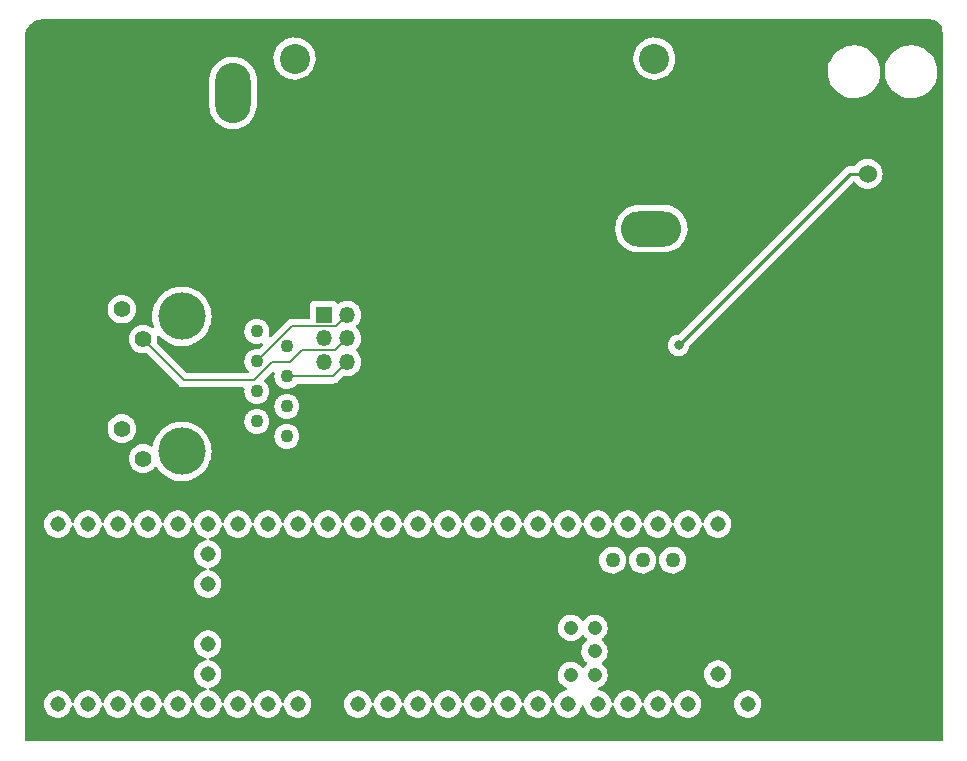
<source format=gbl>
G04 #@! TF.GenerationSoftware,KiCad,Pcbnew,(6.0.7)*
G04 #@! TF.CreationDate,2022-11-19T15:20:26-06:00*
G04 #@! TF.ProjectId,2022-2023MultimediaBoard,32303232-2d32-4303-9233-4d756c74696d,rev?*
G04 #@! TF.SameCoordinates,Original*
G04 #@! TF.FileFunction,Copper,L2,Bot*
G04 #@! TF.FilePolarity,Positive*
%FSLAX46Y46*%
G04 Gerber Fmt 4.6, Leading zero omitted, Abs format (unit mm)*
G04 Created by KiCad (PCBNEW (6.0.7)) date 2022-11-19 15:20:26*
%MOMM*%
%LPD*%
G01*
G04 APERTURE LIST*
G04 #@! TA.AperFunction,ComponentPad*
%ADD10C,1.524000*%
G04 #@! TD*
G04 #@! TA.AperFunction,ComponentPad*
%ADD11O,5.100000X3.000000*%
G04 #@! TD*
G04 #@! TA.AperFunction,ComponentPad*
%ADD12C,1.100000*%
G04 #@! TD*
G04 #@! TA.AperFunction,ComponentPad*
%ADD13C,1.400000*%
G04 #@! TD*
G04 #@! TA.AperFunction,ComponentPad*
%ADD14C,4.000000*%
G04 #@! TD*
G04 #@! TA.AperFunction,ComponentPad*
%ADD15C,2.000000*%
G04 #@! TD*
G04 #@! TA.AperFunction,ComponentPad*
%ADD16R,1.350000X1.350000*%
G04 #@! TD*
G04 #@! TA.AperFunction,ComponentPad*
%ADD17O,1.350000X1.350000*%
G04 #@! TD*
G04 #@! TA.AperFunction,ComponentPad*
%ADD18C,1.308000*%
G04 #@! TD*
G04 #@! TA.AperFunction,ComponentPad*
%ADD19C,1.258000*%
G04 #@! TD*
G04 #@! TA.AperFunction,ComponentPad*
%ADD20C,1.208000*%
G04 #@! TD*
G04 #@! TA.AperFunction,ComponentPad*
%ADD21C,2.540000*%
G04 #@! TD*
G04 #@! TA.AperFunction,ComponentPad*
%ADD22O,3.000000X5.100000*%
G04 #@! TD*
G04 #@! TA.AperFunction,ViaPad*
%ADD23C,0.800000*%
G04 #@! TD*
G04 #@! TA.AperFunction,Conductor*
%ADD24C,0.200000*%
G04 #@! TD*
G04 #@! TA.AperFunction,Conductor*
%ADD25C,0.254000*%
G04 #@! TD*
G04 APERTURE END LIST*
D10*
X126744130Y-53040000D03*
X129284130Y-53040000D03*
D11*
X116317854Y-57679367D03*
X108443854Y-57679367D03*
D12*
X75042585Y-66379197D03*
X77582585Y-67649197D03*
X75042585Y-68919197D03*
X77582585Y-70189197D03*
X75042585Y-71459197D03*
X77582585Y-72729197D03*
X75042585Y-73999197D03*
X77582585Y-75269197D03*
D13*
X63612585Y-64499197D03*
X65402585Y-67039197D03*
X63612585Y-74609197D03*
X65402585Y-77149197D03*
D14*
X68692585Y-65109197D03*
X68692585Y-76539197D03*
D15*
X71742585Y-78699197D03*
X71742585Y-62949197D03*
D16*
X80704059Y-64962801D03*
D17*
X82704059Y-64962801D03*
X80704059Y-66962801D03*
X82704059Y-66962801D03*
X80704059Y-68962801D03*
X82704059Y-68962801D03*
D18*
X114058500Y-82689500D03*
X111518500Y-82689500D03*
X108978500Y-82689500D03*
X106438500Y-82689500D03*
X81038500Y-82689500D03*
X111518500Y-97929500D03*
X70878500Y-87769500D03*
X103898500Y-82689500D03*
X101358500Y-82689500D03*
D19*
X110248500Y-85739500D03*
D18*
X98818500Y-82689500D03*
X96278500Y-82689500D03*
X93738500Y-82689500D03*
X91198500Y-82689500D03*
X88658500Y-82689500D03*
X86118500Y-82689500D03*
X83578500Y-82689500D03*
X83578500Y-97929500D03*
X86118500Y-97929500D03*
X88658500Y-97929500D03*
X91198500Y-97929500D03*
X93738500Y-97929500D03*
X96278500Y-97929500D03*
X98818500Y-97929500D03*
X101358500Y-97929500D03*
X103898500Y-97929500D03*
X106438500Y-97929500D03*
X108978500Y-97929500D03*
X78498500Y-82689500D03*
X75958500Y-82689500D03*
X73418500Y-82689500D03*
X70878500Y-82689500D03*
X68338500Y-82689500D03*
X65798500Y-82689500D03*
X63258500Y-82689500D03*
X60718500Y-82689500D03*
X58178500Y-82689500D03*
X58178500Y-97929500D03*
X60718500Y-97929500D03*
X63258500Y-97929500D03*
X65798500Y-97929500D03*
X68338500Y-97929500D03*
X70878500Y-97929500D03*
X73418500Y-97929500D03*
X75958500Y-97929500D03*
X78498500Y-97929500D03*
D19*
X105168500Y-85739500D03*
X107708500Y-85739500D03*
D18*
X116598500Y-82689500D03*
X81038500Y-97929500D03*
X114058500Y-97929500D03*
X70878500Y-90309500D03*
D20*
X101628500Y-93479500D03*
X103628500Y-93479500D03*
D18*
X70878500Y-95389500D03*
X70878500Y-92849500D03*
D20*
X103628500Y-95479500D03*
X101628500Y-95479500D03*
X101628500Y-91479500D03*
X103628500Y-91479500D03*
D19*
X102628500Y-85739500D03*
X100088500Y-85739500D03*
D18*
X70878500Y-85229500D03*
X116598500Y-97929500D03*
X114058500Y-95389500D03*
D21*
X78232000Y-43277000D03*
X88392000Y-43277000D03*
X98552000Y-43277000D03*
X108691999Y-43277000D03*
D22*
X73027400Y-54056000D03*
X73027400Y-46182000D03*
D23*
X110744000Y-67564000D03*
D24*
X77997812Y-65963970D02*
X75042585Y-68919197D01*
X82704059Y-64988970D02*
X81729059Y-65963970D01*
X81729059Y-65963970D02*
X77997812Y-65963970D01*
X77849831Y-68994801D02*
X76325831Y-68994801D01*
X68882189Y-70518801D02*
X65402585Y-67039197D01*
X74801831Y-70518801D02*
X68882189Y-70518801D01*
X82704059Y-66962801D02*
X81688059Y-67978801D01*
X78865831Y-67978801D02*
X77849831Y-68994801D01*
X76325831Y-68994801D02*
X74801831Y-70518801D01*
X81688059Y-67978801D02*
X78865831Y-67978801D01*
X82704059Y-68962801D02*
X81477663Y-70189197D01*
X81477663Y-70189197D02*
X77582585Y-70189197D01*
D25*
X125268000Y-53040000D02*
X126744130Y-53040000D01*
X110744000Y-67564000D02*
X125268000Y-53040000D01*
G04 #@! TA.AperFunction,Conductor*
G36*
X132048148Y-39961001D02*
G01*
X132051109Y-39961462D01*
X132061204Y-39963034D01*
X132071844Y-39964691D01*
X132084517Y-39963034D01*
X132111836Y-39962450D01*
X132243476Y-39973970D01*
X132265104Y-39977784D01*
X132414788Y-40017894D01*
X132435425Y-40025405D01*
X132575873Y-40090900D01*
X132594893Y-40101882D01*
X132721828Y-40190766D01*
X132738652Y-40204883D01*
X132848228Y-40314460D01*
X132862346Y-40331285D01*
X132951231Y-40458228D01*
X132962212Y-40477249D01*
X133027699Y-40617690D01*
X133035211Y-40638327D01*
X133054186Y-40709140D01*
X133075320Y-40788013D01*
X133079134Y-40809644D01*
X133090058Y-40934514D01*
X133089508Y-40950870D01*
X133089930Y-40950875D01*
X133089821Y-40959851D01*
X133088439Y-40968724D01*
X133092569Y-41000306D01*
X133093631Y-41016628D01*
X133095067Y-87164674D01*
X133095438Y-99086992D01*
X133095496Y-100965996D01*
X133075496Y-101034117D01*
X133021842Y-101080612D01*
X132969496Y-101092000D01*
X55498500Y-101092000D01*
X55430379Y-101071998D01*
X55383886Y-101018342D01*
X55372500Y-100966000D01*
X55372500Y-97898939D01*
X57011420Y-97898939D01*
X57025394Y-98112134D01*
X57077985Y-98319213D01*
X57167433Y-98513240D01*
X57290741Y-98687718D01*
X57443781Y-98836802D01*
X57621427Y-98955501D01*
X57626730Y-98957779D01*
X57626733Y-98957781D01*
X57812422Y-99037559D01*
X57817729Y-99039839D01*
X57919493Y-99062866D01*
X58020477Y-99085717D01*
X58020480Y-99085717D01*
X58026113Y-99086992D01*
X58031884Y-99087219D01*
X58031886Y-99087219D01*
X58096863Y-99089772D01*
X58239601Y-99095380D01*
X58345322Y-99080051D01*
X58445329Y-99065551D01*
X58445334Y-99065550D01*
X58451043Y-99064722D01*
X58456507Y-99062867D01*
X58456512Y-99062866D01*
X58647889Y-98997902D01*
X58653357Y-98996046D01*
X58839768Y-98891651D01*
X59004033Y-98755033D01*
X59140651Y-98590768D01*
X59245046Y-98404357D01*
X59313722Y-98202043D01*
X59322590Y-98140879D01*
X59352160Y-98076335D01*
X59411931Y-98038022D01*
X59482928Y-98038106D01*
X59542608Y-98076561D01*
X59569409Y-98127945D01*
X59588228Y-98202043D01*
X59617985Y-98319213D01*
X59707433Y-98513240D01*
X59830741Y-98687718D01*
X59983781Y-98836802D01*
X60161427Y-98955501D01*
X60166730Y-98957779D01*
X60166733Y-98957781D01*
X60352422Y-99037559D01*
X60357729Y-99039839D01*
X60459493Y-99062866D01*
X60560477Y-99085717D01*
X60560480Y-99085717D01*
X60566113Y-99086992D01*
X60571884Y-99087219D01*
X60571886Y-99087219D01*
X60636863Y-99089772D01*
X60779601Y-99095380D01*
X60885322Y-99080051D01*
X60985329Y-99065551D01*
X60985334Y-99065550D01*
X60991043Y-99064722D01*
X60996507Y-99062867D01*
X60996512Y-99062866D01*
X61187889Y-98997902D01*
X61193357Y-98996046D01*
X61379768Y-98891651D01*
X61544033Y-98755033D01*
X61680651Y-98590768D01*
X61785046Y-98404357D01*
X61853722Y-98202043D01*
X61862590Y-98140879D01*
X61892160Y-98076335D01*
X61951931Y-98038022D01*
X62022928Y-98038106D01*
X62082608Y-98076561D01*
X62109409Y-98127945D01*
X62128228Y-98202043D01*
X62157985Y-98319213D01*
X62247433Y-98513240D01*
X62370741Y-98687718D01*
X62523781Y-98836802D01*
X62701427Y-98955501D01*
X62706730Y-98957779D01*
X62706733Y-98957781D01*
X62892422Y-99037559D01*
X62897729Y-99039839D01*
X62999493Y-99062866D01*
X63100477Y-99085717D01*
X63100480Y-99085717D01*
X63106113Y-99086992D01*
X63111884Y-99087219D01*
X63111886Y-99087219D01*
X63176863Y-99089772D01*
X63319601Y-99095380D01*
X63425322Y-99080051D01*
X63525329Y-99065551D01*
X63525334Y-99065550D01*
X63531043Y-99064722D01*
X63536507Y-99062867D01*
X63536512Y-99062866D01*
X63727889Y-98997902D01*
X63733357Y-98996046D01*
X63919768Y-98891651D01*
X64084033Y-98755033D01*
X64220651Y-98590768D01*
X64325046Y-98404357D01*
X64393722Y-98202043D01*
X64402590Y-98140879D01*
X64432160Y-98076335D01*
X64491931Y-98038022D01*
X64562928Y-98038106D01*
X64622608Y-98076561D01*
X64649409Y-98127945D01*
X64668228Y-98202043D01*
X64697985Y-98319213D01*
X64787433Y-98513240D01*
X64910741Y-98687718D01*
X65063781Y-98836802D01*
X65241427Y-98955501D01*
X65246730Y-98957779D01*
X65246733Y-98957781D01*
X65432422Y-99037559D01*
X65437729Y-99039839D01*
X65539493Y-99062866D01*
X65640477Y-99085717D01*
X65640480Y-99085717D01*
X65646113Y-99086992D01*
X65651884Y-99087219D01*
X65651886Y-99087219D01*
X65716863Y-99089772D01*
X65859601Y-99095380D01*
X65965322Y-99080051D01*
X66065329Y-99065551D01*
X66065334Y-99065550D01*
X66071043Y-99064722D01*
X66076507Y-99062867D01*
X66076512Y-99062866D01*
X66267889Y-98997902D01*
X66273357Y-98996046D01*
X66459768Y-98891651D01*
X66624033Y-98755033D01*
X66760651Y-98590768D01*
X66865046Y-98404357D01*
X66933722Y-98202043D01*
X66942590Y-98140879D01*
X66972160Y-98076335D01*
X67031931Y-98038022D01*
X67102928Y-98038106D01*
X67162608Y-98076561D01*
X67189409Y-98127945D01*
X67208228Y-98202043D01*
X67237985Y-98319213D01*
X67327433Y-98513240D01*
X67450741Y-98687718D01*
X67603781Y-98836802D01*
X67781427Y-98955501D01*
X67786730Y-98957779D01*
X67786733Y-98957781D01*
X67972422Y-99037559D01*
X67977729Y-99039839D01*
X68079493Y-99062866D01*
X68180477Y-99085717D01*
X68180480Y-99085717D01*
X68186113Y-99086992D01*
X68191884Y-99087219D01*
X68191886Y-99087219D01*
X68256863Y-99089772D01*
X68399601Y-99095380D01*
X68505322Y-99080051D01*
X68605329Y-99065551D01*
X68605334Y-99065550D01*
X68611043Y-99064722D01*
X68616507Y-99062867D01*
X68616512Y-99062866D01*
X68807889Y-98997902D01*
X68813357Y-98996046D01*
X68999768Y-98891651D01*
X69164033Y-98755033D01*
X69300651Y-98590768D01*
X69405046Y-98404357D01*
X69473722Y-98202043D01*
X69482590Y-98140879D01*
X69512160Y-98076335D01*
X69571931Y-98038022D01*
X69642928Y-98038106D01*
X69702608Y-98076561D01*
X69729409Y-98127945D01*
X69748228Y-98202043D01*
X69777985Y-98319213D01*
X69867433Y-98513240D01*
X69990741Y-98687718D01*
X70143781Y-98836802D01*
X70321427Y-98955501D01*
X70326730Y-98957779D01*
X70326733Y-98957781D01*
X70512422Y-99037559D01*
X70517729Y-99039839D01*
X70619493Y-99062866D01*
X70720477Y-99085717D01*
X70720480Y-99085717D01*
X70726113Y-99086992D01*
X70731884Y-99087219D01*
X70731886Y-99087219D01*
X70796863Y-99089772D01*
X70939601Y-99095380D01*
X71045322Y-99080051D01*
X71145329Y-99065551D01*
X71145334Y-99065550D01*
X71151043Y-99064722D01*
X71156507Y-99062867D01*
X71156512Y-99062866D01*
X71347889Y-98997902D01*
X71353357Y-98996046D01*
X71539768Y-98891651D01*
X71704033Y-98755033D01*
X71840651Y-98590768D01*
X71945046Y-98404357D01*
X72013722Y-98202043D01*
X72022590Y-98140879D01*
X72052160Y-98076335D01*
X72111931Y-98038022D01*
X72182928Y-98038106D01*
X72242608Y-98076561D01*
X72269409Y-98127945D01*
X72288228Y-98202043D01*
X72317985Y-98319213D01*
X72407433Y-98513240D01*
X72530741Y-98687718D01*
X72683781Y-98836802D01*
X72861427Y-98955501D01*
X72866730Y-98957779D01*
X72866733Y-98957781D01*
X73052422Y-99037559D01*
X73057729Y-99039839D01*
X73159493Y-99062866D01*
X73260477Y-99085717D01*
X73260480Y-99085717D01*
X73266113Y-99086992D01*
X73271884Y-99087219D01*
X73271886Y-99087219D01*
X73336863Y-99089772D01*
X73479601Y-99095380D01*
X73585322Y-99080051D01*
X73685329Y-99065551D01*
X73685334Y-99065550D01*
X73691043Y-99064722D01*
X73696507Y-99062867D01*
X73696512Y-99062866D01*
X73887889Y-98997902D01*
X73893357Y-98996046D01*
X74079768Y-98891651D01*
X74244033Y-98755033D01*
X74380651Y-98590768D01*
X74485046Y-98404357D01*
X74553722Y-98202043D01*
X74562590Y-98140879D01*
X74592160Y-98076335D01*
X74651931Y-98038022D01*
X74722928Y-98038106D01*
X74782608Y-98076561D01*
X74809409Y-98127945D01*
X74828228Y-98202043D01*
X74857985Y-98319213D01*
X74947433Y-98513240D01*
X75070741Y-98687718D01*
X75223781Y-98836802D01*
X75401427Y-98955501D01*
X75406730Y-98957779D01*
X75406733Y-98957781D01*
X75592422Y-99037559D01*
X75597729Y-99039839D01*
X75699493Y-99062866D01*
X75800477Y-99085717D01*
X75800480Y-99085717D01*
X75806113Y-99086992D01*
X75811884Y-99087219D01*
X75811886Y-99087219D01*
X75876863Y-99089772D01*
X76019601Y-99095380D01*
X76125322Y-99080051D01*
X76225329Y-99065551D01*
X76225334Y-99065550D01*
X76231043Y-99064722D01*
X76236507Y-99062867D01*
X76236512Y-99062866D01*
X76427889Y-98997902D01*
X76433357Y-98996046D01*
X76619768Y-98891651D01*
X76784033Y-98755033D01*
X76920651Y-98590768D01*
X77025046Y-98404357D01*
X77093722Y-98202043D01*
X77102590Y-98140879D01*
X77132160Y-98076335D01*
X77191931Y-98038022D01*
X77262928Y-98038106D01*
X77322608Y-98076561D01*
X77349409Y-98127945D01*
X77368228Y-98202043D01*
X77397985Y-98319213D01*
X77487433Y-98513240D01*
X77610741Y-98687718D01*
X77763781Y-98836802D01*
X77941427Y-98955501D01*
X77946730Y-98957779D01*
X77946733Y-98957781D01*
X78132422Y-99037559D01*
X78137729Y-99039839D01*
X78239493Y-99062866D01*
X78340477Y-99085717D01*
X78340480Y-99085717D01*
X78346113Y-99086992D01*
X78351884Y-99087219D01*
X78351886Y-99087219D01*
X78416863Y-99089772D01*
X78559601Y-99095380D01*
X78665322Y-99080051D01*
X78765329Y-99065551D01*
X78765334Y-99065550D01*
X78771043Y-99064722D01*
X78776507Y-99062867D01*
X78776512Y-99062866D01*
X78967889Y-98997902D01*
X78973357Y-98996046D01*
X79159768Y-98891651D01*
X79324033Y-98755033D01*
X79460651Y-98590768D01*
X79565046Y-98404357D01*
X79633722Y-98202043D01*
X79642591Y-98140880D01*
X79663847Y-97994275D01*
X79664380Y-97990601D01*
X79665980Y-97929500D01*
X79663172Y-97898939D01*
X82411420Y-97898939D01*
X82425394Y-98112134D01*
X82477985Y-98319213D01*
X82567433Y-98513240D01*
X82690741Y-98687718D01*
X82843781Y-98836802D01*
X83021427Y-98955501D01*
X83026730Y-98957779D01*
X83026733Y-98957781D01*
X83212422Y-99037559D01*
X83217729Y-99039839D01*
X83319493Y-99062866D01*
X83420477Y-99085717D01*
X83420480Y-99085717D01*
X83426113Y-99086992D01*
X83431884Y-99087219D01*
X83431886Y-99087219D01*
X83496863Y-99089772D01*
X83639601Y-99095380D01*
X83745322Y-99080051D01*
X83845329Y-99065551D01*
X83845334Y-99065550D01*
X83851043Y-99064722D01*
X83856507Y-99062867D01*
X83856512Y-99062866D01*
X84047889Y-98997902D01*
X84053357Y-98996046D01*
X84239768Y-98891651D01*
X84404033Y-98755033D01*
X84540651Y-98590768D01*
X84645046Y-98404357D01*
X84713722Y-98202043D01*
X84722590Y-98140879D01*
X84752160Y-98076335D01*
X84811931Y-98038022D01*
X84882928Y-98038106D01*
X84942608Y-98076561D01*
X84969409Y-98127945D01*
X84988228Y-98202043D01*
X85017985Y-98319213D01*
X85107433Y-98513240D01*
X85230741Y-98687718D01*
X85383781Y-98836802D01*
X85561427Y-98955501D01*
X85566730Y-98957779D01*
X85566733Y-98957781D01*
X85752422Y-99037559D01*
X85757729Y-99039839D01*
X85859493Y-99062866D01*
X85960477Y-99085717D01*
X85960480Y-99085717D01*
X85966113Y-99086992D01*
X85971884Y-99087219D01*
X85971886Y-99087219D01*
X86036863Y-99089772D01*
X86179601Y-99095380D01*
X86285322Y-99080051D01*
X86385329Y-99065551D01*
X86385334Y-99065550D01*
X86391043Y-99064722D01*
X86396507Y-99062867D01*
X86396512Y-99062866D01*
X86587889Y-98997902D01*
X86593357Y-98996046D01*
X86779768Y-98891651D01*
X86944033Y-98755033D01*
X87080651Y-98590768D01*
X87185046Y-98404357D01*
X87253722Y-98202043D01*
X87262590Y-98140879D01*
X87292160Y-98076335D01*
X87351931Y-98038022D01*
X87422928Y-98038106D01*
X87482608Y-98076561D01*
X87509409Y-98127945D01*
X87528228Y-98202043D01*
X87557985Y-98319213D01*
X87647433Y-98513240D01*
X87770741Y-98687718D01*
X87923781Y-98836802D01*
X88101427Y-98955501D01*
X88106730Y-98957779D01*
X88106733Y-98957781D01*
X88292422Y-99037559D01*
X88297729Y-99039839D01*
X88399493Y-99062866D01*
X88500477Y-99085717D01*
X88500480Y-99085717D01*
X88506113Y-99086992D01*
X88511884Y-99087219D01*
X88511886Y-99087219D01*
X88576863Y-99089772D01*
X88719601Y-99095380D01*
X88825322Y-99080051D01*
X88925329Y-99065551D01*
X88925334Y-99065550D01*
X88931043Y-99064722D01*
X88936507Y-99062867D01*
X88936512Y-99062866D01*
X89127889Y-98997902D01*
X89133357Y-98996046D01*
X89319768Y-98891651D01*
X89484033Y-98755033D01*
X89620651Y-98590768D01*
X89725046Y-98404357D01*
X89793722Y-98202043D01*
X89802590Y-98140879D01*
X89832160Y-98076335D01*
X89891931Y-98038022D01*
X89962928Y-98038106D01*
X90022608Y-98076561D01*
X90049409Y-98127945D01*
X90068228Y-98202043D01*
X90097985Y-98319213D01*
X90187433Y-98513240D01*
X90310741Y-98687718D01*
X90463781Y-98836802D01*
X90641427Y-98955501D01*
X90646730Y-98957779D01*
X90646733Y-98957781D01*
X90832422Y-99037559D01*
X90837729Y-99039839D01*
X90939493Y-99062866D01*
X91040477Y-99085717D01*
X91040480Y-99085717D01*
X91046113Y-99086992D01*
X91051884Y-99087219D01*
X91051886Y-99087219D01*
X91116863Y-99089772D01*
X91259601Y-99095380D01*
X91365322Y-99080051D01*
X91465329Y-99065551D01*
X91465334Y-99065550D01*
X91471043Y-99064722D01*
X91476507Y-99062867D01*
X91476512Y-99062866D01*
X91667889Y-98997902D01*
X91673357Y-98996046D01*
X91859768Y-98891651D01*
X92024033Y-98755033D01*
X92160651Y-98590768D01*
X92265046Y-98404357D01*
X92333722Y-98202043D01*
X92342590Y-98140879D01*
X92372160Y-98076335D01*
X92431931Y-98038022D01*
X92502928Y-98038106D01*
X92562608Y-98076561D01*
X92589409Y-98127945D01*
X92608228Y-98202043D01*
X92637985Y-98319213D01*
X92727433Y-98513240D01*
X92850741Y-98687718D01*
X93003781Y-98836802D01*
X93181427Y-98955501D01*
X93186730Y-98957779D01*
X93186733Y-98957781D01*
X93372422Y-99037559D01*
X93377729Y-99039839D01*
X93479493Y-99062866D01*
X93580477Y-99085717D01*
X93580480Y-99085717D01*
X93586113Y-99086992D01*
X93591884Y-99087219D01*
X93591886Y-99087219D01*
X93656863Y-99089772D01*
X93799601Y-99095380D01*
X93905322Y-99080051D01*
X94005329Y-99065551D01*
X94005334Y-99065550D01*
X94011043Y-99064722D01*
X94016507Y-99062867D01*
X94016512Y-99062866D01*
X94207889Y-98997902D01*
X94213357Y-98996046D01*
X94399768Y-98891651D01*
X94564033Y-98755033D01*
X94700651Y-98590768D01*
X94805046Y-98404357D01*
X94873722Y-98202043D01*
X94882590Y-98140879D01*
X94912160Y-98076335D01*
X94971931Y-98038022D01*
X95042928Y-98038106D01*
X95102608Y-98076561D01*
X95129409Y-98127945D01*
X95148228Y-98202043D01*
X95177985Y-98319213D01*
X95267433Y-98513240D01*
X95390741Y-98687718D01*
X95543781Y-98836802D01*
X95721427Y-98955501D01*
X95726730Y-98957779D01*
X95726733Y-98957781D01*
X95912422Y-99037559D01*
X95917729Y-99039839D01*
X96019493Y-99062866D01*
X96120477Y-99085717D01*
X96120480Y-99085717D01*
X96126113Y-99086992D01*
X96131884Y-99087219D01*
X96131886Y-99087219D01*
X96196863Y-99089772D01*
X96339601Y-99095380D01*
X96445322Y-99080051D01*
X96545329Y-99065551D01*
X96545334Y-99065550D01*
X96551043Y-99064722D01*
X96556507Y-99062867D01*
X96556512Y-99062866D01*
X96747889Y-98997902D01*
X96753357Y-98996046D01*
X96939768Y-98891651D01*
X97104033Y-98755033D01*
X97240651Y-98590768D01*
X97345046Y-98404357D01*
X97413722Y-98202043D01*
X97422590Y-98140879D01*
X97452160Y-98076335D01*
X97511931Y-98038022D01*
X97582928Y-98038106D01*
X97642608Y-98076561D01*
X97669409Y-98127945D01*
X97688228Y-98202043D01*
X97717985Y-98319213D01*
X97807433Y-98513240D01*
X97930741Y-98687718D01*
X98083781Y-98836802D01*
X98261427Y-98955501D01*
X98266730Y-98957779D01*
X98266733Y-98957781D01*
X98452422Y-99037559D01*
X98457729Y-99039839D01*
X98559493Y-99062866D01*
X98660477Y-99085717D01*
X98660480Y-99085717D01*
X98666113Y-99086992D01*
X98671884Y-99087219D01*
X98671886Y-99087219D01*
X98736863Y-99089772D01*
X98879601Y-99095380D01*
X98985322Y-99080051D01*
X99085329Y-99065551D01*
X99085334Y-99065550D01*
X99091043Y-99064722D01*
X99096507Y-99062867D01*
X99096512Y-99062866D01*
X99287889Y-98997902D01*
X99293357Y-98996046D01*
X99479768Y-98891651D01*
X99644033Y-98755033D01*
X99780651Y-98590768D01*
X99885046Y-98404357D01*
X99953722Y-98202043D01*
X99962590Y-98140879D01*
X99992160Y-98076335D01*
X100051931Y-98038022D01*
X100122928Y-98038106D01*
X100182608Y-98076561D01*
X100209409Y-98127945D01*
X100228228Y-98202043D01*
X100257985Y-98319213D01*
X100347433Y-98513240D01*
X100470741Y-98687718D01*
X100623781Y-98836802D01*
X100801427Y-98955501D01*
X100806730Y-98957779D01*
X100806733Y-98957781D01*
X100992422Y-99037559D01*
X100997729Y-99039839D01*
X101099493Y-99062866D01*
X101200477Y-99085717D01*
X101200480Y-99085717D01*
X101206113Y-99086992D01*
X101211884Y-99087219D01*
X101211886Y-99087219D01*
X101276863Y-99089772D01*
X101419601Y-99095380D01*
X101525322Y-99080051D01*
X101625329Y-99065551D01*
X101625334Y-99065550D01*
X101631043Y-99064722D01*
X101636507Y-99062867D01*
X101636512Y-99062866D01*
X101827889Y-98997902D01*
X101833357Y-98996046D01*
X102019768Y-98891651D01*
X102184033Y-98755033D01*
X102320651Y-98590768D01*
X102425046Y-98404357D01*
X102493722Y-98202043D01*
X102502590Y-98140879D01*
X102532160Y-98076335D01*
X102591931Y-98038022D01*
X102662928Y-98038106D01*
X102722608Y-98076561D01*
X102749409Y-98127945D01*
X102768228Y-98202043D01*
X102797985Y-98319213D01*
X102887433Y-98513240D01*
X103010741Y-98687718D01*
X103163781Y-98836802D01*
X103341427Y-98955501D01*
X103346730Y-98957779D01*
X103346733Y-98957781D01*
X103532422Y-99037559D01*
X103537729Y-99039839D01*
X103639493Y-99062866D01*
X103740477Y-99085717D01*
X103740480Y-99085717D01*
X103746113Y-99086992D01*
X103751884Y-99087219D01*
X103751886Y-99087219D01*
X103816863Y-99089772D01*
X103959601Y-99095380D01*
X104065322Y-99080051D01*
X104165329Y-99065551D01*
X104165334Y-99065550D01*
X104171043Y-99064722D01*
X104176507Y-99062867D01*
X104176512Y-99062866D01*
X104367889Y-98997902D01*
X104373357Y-98996046D01*
X104559768Y-98891651D01*
X104724033Y-98755033D01*
X104860651Y-98590768D01*
X104965046Y-98404357D01*
X105033722Y-98202043D01*
X105042590Y-98140879D01*
X105072160Y-98076335D01*
X105131931Y-98038022D01*
X105202928Y-98038106D01*
X105262608Y-98076561D01*
X105289409Y-98127945D01*
X105308228Y-98202043D01*
X105337985Y-98319213D01*
X105427433Y-98513240D01*
X105550741Y-98687718D01*
X105703781Y-98836802D01*
X105881427Y-98955501D01*
X105886730Y-98957779D01*
X105886733Y-98957781D01*
X106072422Y-99037559D01*
X106077729Y-99039839D01*
X106179493Y-99062866D01*
X106280477Y-99085717D01*
X106280480Y-99085717D01*
X106286113Y-99086992D01*
X106291884Y-99087219D01*
X106291886Y-99087219D01*
X106356863Y-99089772D01*
X106499601Y-99095380D01*
X106605322Y-99080051D01*
X106705329Y-99065551D01*
X106705334Y-99065550D01*
X106711043Y-99064722D01*
X106716507Y-99062867D01*
X106716512Y-99062866D01*
X106907889Y-98997902D01*
X106913357Y-98996046D01*
X107099768Y-98891651D01*
X107264033Y-98755033D01*
X107400651Y-98590768D01*
X107505046Y-98404357D01*
X107573722Y-98202043D01*
X107582590Y-98140879D01*
X107612160Y-98076335D01*
X107671931Y-98038022D01*
X107742928Y-98038106D01*
X107802608Y-98076561D01*
X107829409Y-98127945D01*
X107848228Y-98202043D01*
X107877985Y-98319213D01*
X107967433Y-98513240D01*
X108090741Y-98687718D01*
X108243781Y-98836802D01*
X108421427Y-98955501D01*
X108426730Y-98957779D01*
X108426733Y-98957781D01*
X108612422Y-99037559D01*
X108617729Y-99039839D01*
X108719493Y-99062866D01*
X108820477Y-99085717D01*
X108820480Y-99085717D01*
X108826113Y-99086992D01*
X108831884Y-99087219D01*
X108831886Y-99087219D01*
X108896863Y-99089772D01*
X109039601Y-99095380D01*
X109145322Y-99080051D01*
X109245329Y-99065551D01*
X109245334Y-99065550D01*
X109251043Y-99064722D01*
X109256507Y-99062867D01*
X109256512Y-99062866D01*
X109447889Y-98997902D01*
X109453357Y-98996046D01*
X109639768Y-98891651D01*
X109804033Y-98755033D01*
X109940651Y-98590768D01*
X110045046Y-98404357D01*
X110113722Y-98202043D01*
X110122590Y-98140879D01*
X110152160Y-98076335D01*
X110211931Y-98038022D01*
X110282928Y-98038106D01*
X110342608Y-98076561D01*
X110369409Y-98127945D01*
X110388228Y-98202043D01*
X110417985Y-98319213D01*
X110507433Y-98513240D01*
X110630741Y-98687718D01*
X110783781Y-98836802D01*
X110961427Y-98955501D01*
X110966730Y-98957779D01*
X110966733Y-98957781D01*
X111152422Y-99037559D01*
X111157729Y-99039839D01*
X111259493Y-99062866D01*
X111360477Y-99085717D01*
X111360480Y-99085717D01*
X111366113Y-99086992D01*
X111371884Y-99087219D01*
X111371886Y-99087219D01*
X111436863Y-99089772D01*
X111579601Y-99095380D01*
X111685322Y-99080051D01*
X111785329Y-99065551D01*
X111785334Y-99065550D01*
X111791043Y-99064722D01*
X111796507Y-99062867D01*
X111796512Y-99062866D01*
X111987889Y-98997902D01*
X111993357Y-98996046D01*
X112179768Y-98891651D01*
X112344033Y-98755033D01*
X112480651Y-98590768D01*
X112585046Y-98404357D01*
X112653722Y-98202043D01*
X112662591Y-98140880D01*
X112683847Y-97994275D01*
X112684380Y-97990601D01*
X112685980Y-97929500D01*
X112683172Y-97898939D01*
X115431420Y-97898939D01*
X115445394Y-98112134D01*
X115497985Y-98319213D01*
X115587433Y-98513240D01*
X115710741Y-98687718D01*
X115863781Y-98836802D01*
X116041427Y-98955501D01*
X116046730Y-98957779D01*
X116046733Y-98957781D01*
X116232422Y-99037559D01*
X116237729Y-99039839D01*
X116339493Y-99062866D01*
X116440477Y-99085717D01*
X116440480Y-99085717D01*
X116446113Y-99086992D01*
X116451884Y-99087219D01*
X116451886Y-99087219D01*
X116516863Y-99089772D01*
X116659601Y-99095380D01*
X116765322Y-99080051D01*
X116865329Y-99065551D01*
X116865334Y-99065550D01*
X116871043Y-99064722D01*
X116876507Y-99062867D01*
X116876512Y-99062866D01*
X117067889Y-98997902D01*
X117073357Y-98996046D01*
X117259768Y-98891651D01*
X117424033Y-98755033D01*
X117560651Y-98590768D01*
X117665046Y-98404357D01*
X117733722Y-98202043D01*
X117742591Y-98140880D01*
X117763847Y-97994275D01*
X117764380Y-97990601D01*
X117765980Y-97929500D01*
X117746430Y-97716744D01*
X117739592Y-97692496D01*
X117690004Y-97516672D01*
X117690003Y-97516670D01*
X117688436Y-97511113D01*
X117677162Y-97488250D01*
X117596495Y-97324674D01*
X117593940Y-97319493D01*
X117574639Y-97293645D01*
X117469560Y-97152927D01*
X117469559Y-97152926D01*
X117466107Y-97148303D01*
X117461871Y-97144387D01*
X117313457Y-97007195D01*
X117313454Y-97007193D01*
X117309217Y-97003276D01*
X117128525Y-96889268D01*
X116930082Y-96810097D01*
X116924425Y-96808972D01*
X116924419Y-96808970D01*
X116726203Y-96769543D01*
X116726199Y-96769543D01*
X116720535Y-96768416D01*
X116714760Y-96768340D01*
X116714756Y-96768340D01*
X116607497Y-96766936D01*
X116506901Y-96765619D01*
X116501204Y-96766598D01*
X116501203Y-96766598D01*
X116302031Y-96800822D01*
X116296334Y-96801801D01*
X116095887Y-96875750D01*
X116090926Y-96878702D01*
X116090925Y-96878702D01*
X115917240Y-96982033D01*
X115917237Y-96982035D01*
X115912272Y-96984989D01*
X115907932Y-96988795D01*
X115907928Y-96988798D01*
X115755981Y-97122053D01*
X115751640Y-97125860D01*
X115619369Y-97293645D01*
X115616680Y-97298756D01*
X115616678Y-97298759D01*
X115603044Y-97324674D01*
X115519889Y-97482725D01*
X115518175Y-97488246D01*
X115518173Y-97488250D01*
X115512683Y-97505933D01*
X115456532Y-97686767D01*
X115431420Y-97898939D01*
X112683172Y-97898939D01*
X112666430Y-97716744D01*
X112659592Y-97692496D01*
X112610004Y-97516672D01*
X112610003Y-97516670D01*
X112608436Y-97511113D01*
X112597162Y-97488250D01*
X112516495Y-97324674D01*
X112513940Y-97319493D01*
X112494639Y-97293645D01*
X112389560Y-97152927D01*
X112389559Y-97152926D01*
X112386107Y-97148303D01*
X112381871Y-97144387D01*
X112233457Y-97007195D01*
X112233454Y-97007193D01*
X112229217Y-97003276D01*
X112048525Y-96889268D01*
X111850082Y-96810097D01*
X111844425Y-96808972D01*
X111844419Y-96808970D01*
X111646203Y-96769543D01*
X111646199Y-96769543D01*
X111640535Y-96768416D01*
X111634760Y-96768340D01*
X111634756Y-96768340D01*
X111527497Y-96766936D01*
X111426901Y-96765619D01*
X111421204Y-96766598D01*
X111421203Y-96766598D01*
X111222031Y-96800822D01*
X111216334Y-96801801D01*
X111015887Y-96875750D01*
X111010926Y-96878702D01*
X111010925Y-96878702D01*
X110837240Y-96982033D01*
X110837237Y-96982035D01*
X110832272Y-96984989D01*
X110827932Y-96988795D01*
X110827928Y-96988798D01*
X110675981Y-97122053D01*
X110671640Y-97125860D01*
X110539369Y-97293645D01*
X110536680Y-97298756D01*
X110536678Y-97298759D01*
X110523044Y-97324674D01*
X110439889Y-97482725D01*
X110438175Y-97488246D01*
X110438173Y-97488250D01*
X110432683Y-97505933D01*
X110376532Y-97686767D01*
X110375854Y-97692496D01*
X110375854Y-97692497D01*
X110374323Y-97705430D01*
X110346452Y-97770728D01*
X110287704Y-97810592D01*
X110216729Y-97812365D01*
X110156063Y-97775486D01*
X110126823Y-97716633D01*
X110126430Y-97716744D01*
X110119592Y-97692496D01*
X110070004Y-97516672D01*
X110070003Y-97516670D01*
X110068436Y-97511113D01*
X110057162Y-97488250D01*
X109976495Y-97324674D01*
X109973940Y-97319493D01*
X109954639Y-97293645D01*
X109849560Y-97152927D01*
X109849559Y-97152926D01*
X109846107Y-97148303D01*
X109841871Y-97144387D01*
X109693457Y-97007195D01*
X109693454Y-97007193D01*
X109689217Y-97003276D01*
X109508525Y-96889268D01*
X109310082Y-96810097D01*
X109304425Y-96808972D01*
X109304419Y-96808970D01*
X109106203Y-96769543D01*
X109106199Y-96769543D01*
X109100535Y-96768416D01*
X109094760Y-96768340D01*
X109094756Y-96768340D01*
X108987497Y-96766936D01*
X108886901Y-96765619D01*
X108881204Y-96766598D01*
X108881203Y-96766598D01*
X108682031Y-96800822D01*
X108676334Y-96801801D01*
X108475887Y-96875750D01*
X108470926Y-96878702D01*
X108470925Y-96878702D01*
X108297240Y-96982033D01*
X108297237Y-96982035D01*
X108292272Y-96984989D01*
X108287932Y-96988795D01*
X108287928Y-96988798D01*
X108135981Y-97122053D01*
X108131640Y-97125860D01*
X107999369Y-97293645D01*
X107996680Y-97298756D01*
X107996678Y-97298759D01*
X107983044Y-97324674D01*
X107899889Y-97482725D01*
X107898175Y-97488246D01*
X107898173Y-97488250D01*
X107892683Y-97505933D01*
X107836532Y-97686767D01*
X107835854Y-97692496D01*
X107835854Y-97692497D01*
X107834323Y-97705430D01*
X107806452Y-97770728D01*
X107747704Y-97810592D01*
X107676729Y-97812365D01*
X107616063Y-97775486D01*
X107586823Y-97716633D01*
X107586430Y-97716744D01*
X107579592Y-97692496D01*
X107530004Y-97516672D01*
X107530003Y-97516670D01*
X107528436Y-97511113D01*
X107517162Y-97488250D01*
X107436495Y-97324674D01*
X107433940Y-97319493D01*
X107414639Y-97293645D01*
X107309560Y-97152927D01*
X107309559Y-97152926D01*
X107306107Y-97148303D01*
X107301871Y-97144387D01*
X107153457Y-97007195D01*
X107153454Y-97007193D01*
X107149217Y-97003276D01*
X106968525Y-96889268D01*
X106770082Y-96810097D01*
X106764425Y-96808972D01*
X106764419Y-96808970D01*
X106566203Y-96769543D01*
X106566199Y-96769543D01*
X106560535Y-96768416D01*
X106554760Y-96768340D01*
X106554756Y-96768340D01*
X106447497Y-96766936D01*
X106346901Y-96765619D01*
X106341204Y-96766598D01*
X106341203Y-96766598D01*
X106142031Y-96800822D01*
X106136334Y-96801801D01*
X105935887Y-96875750D01*
X105930926Y-96878702D01*
X105930925Y-96878702D01*
X105757240Y-96982033D01*
X105757237Y-96982035D01*
X105752272Y-96984989D01*
X105747932Y-96988795D01*
X105747928Y-96988798D01*
X105595981Y-97122053D01*
X105591640Y-97125860D01*
X105459369Y-97293645D01*
X105456680Y-97298756D01*
X105456678Y-97298759D01*
X105443044Y-97324674D01*
X105359889Y-97482725D01*
X105358175Y-97488246D01*
X105358173Y-97488250D01*
X105352683Y-97505933D01*
X105296532Y-97686767D01*
X105295854Y-97692496D01*
X105295854Y-97692497D01*
X105294323Y-97705430D01*
X105266452Y-97770728D01*
X105207704Y-97810592D01*
X105136729Y-97812365D01*
X105076063Y-97775486D01*
X105046823Y-97716633D01*
X105046430Y-97716744D01*
X105039592Y-97692496D01*
X104990004Y-97516672D01*
X104990003Y-97516670D01*
X104988436Y-97511113D01*
X104977162Y-97488250D01*
X104896495Y-97324674D01*
X104893940Y-97319493D01*
X104874639Y-97293645D01*
X104769560Y-97152927D01*
X104769559Y-97152926D01*
X104766107Y-97148303D01*
X104761871Y-97144387D01*
X104613457Y-97007195D01*
X104613454Y-97007193D01*
X104609217Y-97003276D01*
X104428525Y-96889268D01*
X104230082Y-96810097D01*
X104224422Y-96808971D01*
X104224418Y-96808970D01*
X104022829Y-96768872D01*
X103959919Y-96735965D01*
X103924787Y-96674270D01*
X103928587Y-96603375D01*
X103970113Y-96545789D01*
X104006909Y-96525980D01*
X104077462Y-96502031D01*
X104077470Y-96502028D01*
X104082933Y-96500173D01*
X104261326Y-96400268D01*
X104418526Y-96269526D01*
X104549268Y-96112326D01*
X104649173Y-95933933D01*
X104714896Y-95740321D01*
X104727372Y-95654279D01*
X104730897Y-95629965D01*
X104744235Y-95537973D01*
X104745766Y-95479500D01*
X104734688Y-95358939D01*
X112891420Y-95358939D01*
X112905394Y-95572134D01*
X112957985Y-95779213D01*
X113047433Y-95973240D01*
X113050766Y-95977956D01*
X113148871Y-96116772D01*
X113170741Y-96147718D01*
X113323781Y-96296802D01*
X113501427Y-96415501D01*
X113506730Y-96417779D01*
X113506733Y-96417781D01*
X113613501Y-96463652D01*
X113697729Y-96499839D01*
X113799493Y-96522866D01*
X113900477Y-96545717D01*
X113900480Y-96545717D01*
X113906113Y-96546992D01*
X113911884Y-96547219D01*
X113911886Y-96547219D01*
X113976863Y-96549772D01*
X114119601Y-96555380D01*
X114243654Y-96537393D01*
X114325329Y-96525551D01*
X114325334Y-96525550D01*
X114331043Y-96524722D01*
X114336507Y-96522867D01*
X114336512Y-96522866D01*
X114527889Y-96457902D01*
X114533357Y-96456046D01*
X114719768Y-96351651D01*
X114729266Y-96343752D01*
X114818512Y-96269526D01*
X114884033Y-96215033D01*
X115020651Y-96050768D01*
X115125046Y-95864357D01*
X115165292Y-95745795D01*
X115191866Y-95667512D01*
X115191867Y-95667507D01*
X115193722Y-95662043D01*
X115206759Y-95572134D01*
X115220190Y-95479500D01*
X115224380Y-95450601D01*
X115225980Y-95389500D01*
X115206430Y-95176744D01*
X115199592Y-95152496D01*
X115150004Y-94976672D01*
X115150003Y-94976670D01*
X115148436Y-94971113D01*
X115137162Y-94948250D01*
X115056495Y-94784674D01*
X115053940Y-94779493D01*
X115034639Y-94753645D01*
X114929560Y-94612927D01*
X114929559Y-94612926D01*
X114926107Y-94608303D01*
X114913914Y-94597032D01*
X114773457Y-94467195D01*
X114773454Y-94467193D01*
X114769217Y-94463276D01*
X114588525Y-94349268D01*
X114390082Y-94270097D01*
X114384425Y-94268972D01*
X114384419Y-94268970D01*
X114186203Y-94229543D01*
X114186199Y-94229543D01*
X114180535Y-94228416D01*
X114174760Y-94228340D01*
X114174756Y-94228340D01*
X114067497Y-94226936D01*
X113966901Y-94225619D01*
X113961204Y-94226598D01*
X113961203Y-94226598D01*
X113762031Y-94260822D01*
X113756334Y-94261801D01*
X113555887Y-94335750D01*
X113550926Y-94338702D01*
X113550925Y-94338702D01*
X113377240Y-94442033D01*
X113377237Y-94442035D01*
X113372272Y-94444989D01*
X113367932Y-94448795D01*
X113367928Y-94448798D01*
X113334126Y-94478442D01*
X113211640Y-94585860D01*
X113079369Y-94753645D01*
X113076680Y-94758756D01*
X113076678Y-94758759D01*
X113063044Y-94784674D01*
X112979889Y-94942725D01*
X112978175Y-94948246D01*
X112978173Y-94948250D01*
X112937541Y-95079108D01*
X112916532Y-95146767D01*
X112891420Y-95358939D01*
X104734688Y-95358939D01*
X104727057Y-95275894D01*
X104718967Y-95247207D01*
X104673127Y-95084672D01*
X104671558Y-95079108D01*
X104581126Y-94895730D01*
X104478845Y-94758759D01*
X104462243Y-94736527D01*
X104462243Y-94736526D01*
X104458790Y-94731903D01*
X104330083Y-94612927D01*
X104312888Y-94597032D01*
X104312885Y-94597030D01*
X104308648Y-94593113D01*
X104296563Y-94585488D01*
X104249625Y-94532222D01*
X104238935Y-94462034D01*
X104267889Y-94397210D01*
X104283228Y-94382052D01*
X104299697Y-94368355D01*
X104418526Y-94269526D01*
X104549268Y-94112326D01*
X104649173Y-93933933D01*
X104690683Y-93811651D01*
X104713038Y-93745795D01*
X104713038Y-93745793D01*
X104714896Y-93740321D01*
X104727372Y-93654279D01*
X104743702Y-93541647D01*
X104744235Y-93537973D01*
X104745766Y-93479500D01*
X104727057Y-93275894D01*
X104718967Y-93247207D01*
X104673127Y-93084672D01*
X104671558Y-93079108D01*
X104588460Y-92910601D01*
X104583681Y-92900911D01*
X104581126Y-92895730D01*
X104458790Y-92731903D01*
X104349832Y-92631183D01*
X104312888Y-92597032D01*
X104312885Y-92597030D01*
X104308648Y-92593113D01*
X104296563Y-92585488D01*
X104249625Y-92532222D01*
X104238935Y-92462034D01*
X104267889Y-92397210D01*
X104283228Y-92382052D01*
X104324437Y-92347779D01*
X104418526Y-92269526D01*
X104549268Y-92112326D01*
X104649173Y-91933933D01*
X104690446Y-91812349D01*
X104713038Y-91745795D01*
X104713038Y-91745793D01*
X104714896Y-91740321D01*
X104716379Y-91730097D01*
X104743702Y-91541647D01*
X104744235Y-91537973D01*
X104745766Y-91479500D01*
X104727057Y-91275894D01*
X104718967Y-91247207D01*
X104673127Y-91084672D01*
X104671558Y-91079108D01*
X104581126Y-90895730D01*
X104458790Y-90731903D01*
X104308648Y-90593113D01*
X104135728Y-90484009D01*
X104103302Y-90471072D01*
X104076593Y-90460416D01*
X103945821Y-90408243D01*
X103940153Y-90407116D01*
X103940151Y-90407115D01*
X103750954Y-90369482D01*
X103750950Y-90369482D01*
X103745286Y-90368355D01*
X103739511Y-90368279D01*
X103739507Y-90368279D01*
X103636966Y-90366937D01*
X103540840Y-90365678D01*
X103535143Y-90366657D01*
X103535142Y-90366657D01*
X103518702Y-90369482D01*
X103339330Y-90400304D01*
X103147505Y-90471072D01*
X102971788Y-90575613D01*
X102818064Y-90710425D01*
X102814492Y-90714956D01*
X102726981Y-90825962D01*
X102669099Y-90867075D01*
X102598179Y-90870369D01*
X102536737Y-90834797D01*
X102527073Y-90823345D01*
X102462243Y-90736527D01*
X102462243Y-90736526D01*
X102458790Y-90731903D01*
X102308648Y-90593113D01*
X102135728Y-90484009D01*
X102103302Y-90471072D01*
X102076593Y-90460416D01*
X101945821Y-90408243D01*
X101940153Y-90407116D01*
X101940151Y-90407115D01*
X101750954Y-90369482D01*
X101750950Y-90369482D01*
X101745286Y-90368355D01*
X101739511Y-90368279D01*
X101739507Y-90368279D01*
X101636966Y-90366937D01*
X101540840Y-90365678D01*
X101535143Y-90366657D01*
X101535142Y-90366657D01*
X101518702Y-90369482D01*
X101339330Y-90400304D01*
X101147505Y-90471072D01*
X100971788Y-90575613D01*
X100818064Y-90710425D01*
X100814492Y-90714956D01*
X100720017Y-90834797D01*
X100691482Y-90870993D01*
X100688794Y-90876102D01*
X100598970Y-91046829D01*
X100598968Y-91046834D01*
X100596281Y-91051941D01*
X100535649Y-91247207D01*
X100511617Y-91450253D01*
X100524989Y-91654279D01*
X100575319Y-91852451D01*
X100660919Y-92038133D01*
X100778924Y-92205106D01*
X100925382Y-92347779D01*
X100930178Y-92350984D01*
X100930181Y-92350986D01*
X100963062Y-92372956D01*
X101095387Y-92461372D01*
X101100690Y-92463650D01*
X101100693Y-92463652D01*
X101185698Y-92500173D01*
X101283246Y-92542083D01*
X101370912Y-92561920D01*
X101477032Y-92585933D01*
X101477035Y-92585933D01*
X101482668Y-92587208D01*
X101488439Y-92587435D01*
X101488441Y-92587435D01*
X101551146Y-92589898D01*
X101686973Y-92595235D01*
X101822304Y-92575613D01*
X101883599Y-92566726D01*
X101883603Y-92566725D01*
X101889321Y-92565896D01*
X101894793Y-92564038D01*
X101894795Y-92564038D01*
X102077465Y-92502029D01*
X102082933Y-92500173D01*
X102261326Y-92400268D01*
X102418526Y-92269526D01*
X102532975Y-92131916D01*
X102591912Y-92092332D01*
X102662894Y-92090896D01*
X102723385Y-92128063D01*
X102732742Y-92139760D01*
X102755089Y-92171381D01*
X102775592Y-92200391D01*
X102778924Y-92205106D01*
X102925382Y-92347779D01*
X102930178Y-92350984D01*
X102930181Y-92350986D01*
X102963062Y-92372956D01*
X103008590Y-92427433D01*
X103017438Y-92497876D01*
X102986796Y-92561920D01*
X102971708Y-92575522D01*
X102971788Y-92575613D01*
X102818064Y-92710425D01*
X102814492Y-92714956D01*
X102705506Y-92853204D01*
X102691482Y-92870993D01*
X102688794Y-92876102D01*
X102598970Y-93046829D01*
X102598968Y-93046834D01*
X102596281Y-93051941D01*
X102535649Y-93247207D01*
X102511617Y-93450253D01*
X102524989Y-93654279D01*
X102575319Y-93852451D01*
X102660919Y-94038133D01*
X102778924Y-94205106D01*
X102925382Y-94347779D01*
X102930178Y-94350984D01*
X102930181Y-94350986D01*
X102963062Y-94372956D01*
X103008590Y-94427433D01*
X103017438Y-94497876D01*
X102986796Y-94561920D01*
X102971708Y-94575522D01*
X102971788Y-94575613D01*
X102818064Y-94710425D01*
X102814492Y-94714956D01*
X102726981Y-94825962D01*
X102669099Y-94867075D01*
X102598179Y-94870369D01*
X102536737Y-94834797D01*
X102527073Y-94823345D01*
X102462243Y-94736527D01*
X102462243Y-94736526D01*
X102458790Y-94731903D01*
X102330083Y-94612927D01*
X102312888Y-94597032D01*
X102312885Y-94597030D01*
X102308648Y-94593113D01*
X102135728Y-94484009D01*
X102121775Y-94478442D01*
X102047472Y-94448798D01*
X101945821Y-94408243D01*
X101940153Y-94407116D01*
X101940151Y-94407115D01*
X101750954Y-94369482D01*
X101750950Y-94369482D01*
X101745286Y-94368355D01*
X101739511Y-94368279D01*
X101739507Y-94368279D01*
X101636966Y-94366937D01*
X101540840Y-94365678D01*
X101535143Y-94366657D01*
X101535142Y-94366657D01*
X101345027Y-94399325D01*
X101339330Y-94400304D01*
X101147505Y-94471072D01*
X100971788Y-94575613D01*
X100818064Y-94710425D01*
X100814492Y-94714956D01*
X100720017Y-94834797D01*
X100691482Y-94870993D01*
X100688794Y-94876102D01*
X100598970Y-95046829D01*
X100598968Y-95046834D01*
X100596281Y-95051941D01*
X100535649Y-95247207D01*
X100511617Y-95450253D01*
X100524989Y-95654279D01*
X100575319Y-95852451D01*
X100660919Y-96038133D01*
X100778924Y-96205106D01*
X100925382Y-96347779D01*
X100930178Y-96350984D01*
X100930181Y-96350986D01*
X101026736Y-96415501D01*
X101095387Y-96461372D01*
X101100690Y-96463650D01*
X101100693Y-96463652D01*
X101190018Y-96502029D01*
X101245766Y-96525980D01*
X101259403Y-96531839D01*
X101314096Y-96577107D01*
X101335633Y-96644758D01*
X101317176Y-96713314D01*
X101264585Y-96761008D01*
X101231003Y-96771787D01*
X101062031Y-96800822D01*
X101056334Y-96801801D01*
X100855887Y-96875750D01*
X100850926Y-96878702D01*
X100850925Y-96878702D01*
X100677240Y-96982033D01*
X100677237Y-96982035D01*
X100672272Y-96984989D01*
X100667932Y-96988795D01*
X100667928Y-96988798D01*
X100515981Y-97122053D01*
X100511640Y-97125860D01*
X100379369Y-97293645D01*
X100376680Y-97298756D01*
X100376678Y-97298759D01*
X100363044Y-97324674D01*
X100279889Y-97482725D01*
X100278175Y-97488246D01*
X100278173Y-97488250D01*
X100272683Y-97505933D01*
X100216532Y-97686767D01*
X100215854Y-97692496D01*
X100215854Y-97692497D01*
X100214323Y-97705430D01*
X100186452Y-97770728D01*
X100127704Y-97810592D01*
X100056729Y-97812365D01*
X99996063Y-97775486D01*
X99966823Y-97716633D01*
X99966430Y-97716744D01*
X99959592Y-97692496D01*
X99910004Y-97516672D01*
X99910003Y-97516670D01*
X99908436Y-97511113D01*
X99897162Y-97488250D01*
X99816495Y-97324674D01*
X99813940Y-97319493D01*
X99794639Y-97293645D01*
X99689560Y-97152927D01*
X99689559Y-97152926D01*
X99686107Y-97148303D01*
X99681871Y-97144387D01*
X99533457Y-97007195D01*
X99533454Y-97007193D01*
X99529217Y-97003276D01*
X99348525Y-96889268D01*
X99150082Y-96810097D01*
X99144425Y-96808972D01*
X99144419Y-96808970D01*
X98946203Y-96769543D01*
X98946199Y-96769543D01*
X98940535Y-96768416D01*
X98934760Y-96768340D01*
X98934756Y-96768340D01*
X98827497Y-96766936D01*
X98726901Y-96765619D01*
X98721204Y-96766598D01*
X98721203Y-96766598D01*
X98522031Y-96800822D01*
X98516334Y-96801801D01*
X98315887Y-96875750D01*
X98310926Y-96878702D01*
X98310925Y-96878702D01*
X98137240Y-96982033D01*
X98137237Y-96982035D01*
X98132272Y-96984989D01*
X98127932Y-96988795D01*
X98127928Y-96988798D01*
X97975981Y-97122053D01*
X97971640Y-97125860D01*
X97839369Y-97293645D01*
X97836680Y-97298756D01*
X97836678Y-97298759D01*
X97823044Y-97324674D01*
X97739889Y-97482725D01*
X97738175Y-97488246D01*
X97738173Y-97488250D01*
X97732683Y-97505933D01*
X97676532Y-97686767D01*
X97675854Y-97692496D01*
X97675854Y-97692497D01*
X97674323Y-97705430D01*
X97646452Y-97770728D01*
X97587704Y-97810592D01*
X97516729Y-97812365D01*
X97456063Y-97775486D01*
X97426823Y-97716633D01*
X97426430Y-97716744D01*
X97419592Y-97692496D01*
X97370004Y-97516672D01*
X97370003Y-97516670D01*
X97368436Y-97511113D01*
X97357162Y-97488250D01*
X97276495Y-97324674D01*
X97273940Y-97319493D01*
X97254639Y-97293645D01*
X97149560Y-97152927D01*
X97149559Y-97152926D01*
X97146107Y-97148303D01*
X97141871Y-97144387D01*
X96993457Y-97007195D01*
X96993454Y-97007193D01*
X96989217Y-97003276D01*
X96808525Y-96889268D01*
X96610082Y-96810097D01*
X96604425Y-96808972D01*
X96604419Y-96808970D01*
X96406203Y-96769543D01*
X96406199Y-96769543D01*
X96400535Y-96768416D01*
X96394760Y-96768340D01*
X96394756Y-96768340D01*
X96287497Y-96766936D01*
X96186901Y-96765619D01*
X96181204Y-96766598D01*
X96181203Y-96766598D01*
X95982031Y-96800822D01*
X95976334Y-96801801D01*
X95775887Y-96875750D01*
X95770926Y-96878702D01*
X95770925Y-96878702D01*
X95597240Y-96982033D01*
X95597237Y-96982035D01*
X95592272Y-96984989D01*
X95587932Y-96988795D01*
X95587928Y-96988798D01*
X95435981Y-97122053D01*
X95431640Y-97125860D01*
X95299369Y-97293645D01*
X95296680Y-97298756D01*
X95296678Y-97298759D01*
X95283044Y-97324674D01*
X95199889Y-97482725D01*
X95198175Y-97488246D01*
X95198173Y-97488250D01*
X95192683Y-97505933D01*
X95136532Y-97686767D01*
X95135854Y-97692496D01*
X95135854Y-97692497D01*
X95134323Y-97705430D01*
X95106452Y-97770728D01*
X95047704Y-97810592D01*
X94976729Y-97812365D01*
X94916063Y-97775486D01*
X94886823Y-97716633D01*
X94886430Y-97716744D01*
X94879592Y-97692496D01*
X94830004Y-97516672D01*
X94830003Y-97516670D01*
X94828436Y-97511113D01*
X94817162Y-97488250D01*
X94736495Y-97324674D01*
X94733940Y-97319493D01*
X94714639Y-97293645D01*
X94609560Y-97152927D01*
X94609559Y-97152926D01*
X94606107Y-97148303D01*
X94601871Y-97144387D01*
X94453457Y-97007195D01*
X94453454Y-97007193D01*
X94449217Y-97003276D01*
X94268525Y-96889268D01*
X94070082Y-96810097D01*
X94064425Y-96808972D01*
X94064419Y-96808970D01*
X93866203Y-96769543D01*
X93866199Y-96769543D01*
X93860535Y-96768416D01*
X93854760Y-96768340D01*
X93854756Y-96768340D01*
X93747497Y-96766936D01*
X93646901Y-96765619D01*
X93641204Y-96766598D01*
X93641203Y-96766598D01*
X93442031Y-96800822D01*
X93436334Y-96801801D01*
X93235887Y-96875750D01*
X93230926Y-96878702D01*
X93230925Y-96878702D01*
X93057240Y-96982033D01*
X93057237Y-96982035D01*
X93052272Y-96984989D01*
X93047932Y-96988795D01*
X93047928Y-96988798D01*
X92895981Y-97122053D01*
X92891640Y-97125860D01*
X92759369Y-97293645D01*
X92756680Y-97298756D01*
X92756678Y-97298759D01*
X92743044Y-97324674D01*
X92659889Y-97482725D01*
X92658175Y-97488246D01*
X92658173Y-97488250D01*
X92652683Y-97505933D01*
X92596532Y-97686767D01*
X92595854Y-97692496D01*
X92595854Y-97692497D01*
X92594323Y-97705430D01*
X92566452Y-97770728D01*
X92507704Y-97810592D01*
X92436729Y-97812365D01*
X92376063Y-97775486D01*
X92346823Y-97716633D01*
X92346430Y-97716744D01*
X92339592Y-97692496D01*
X92290004Y-97516672D01*
X92290003Y-97516670D01*
X92288436Y-97511113D01*
X92277162Y-97488250D01*
X92196495Y-97324674D01*
X92193940Y-97319493D01*
X92174639Y-97293645D01*
X92069560Y-97152927D01*
X92069559Y-97152926D01*
X92066107Y-97148303D01*
X92061871Y-97144387D01*
X91913457Y-97007195D01*
X91913454Y-97007193D01*
X91909217Y-97003276D01*
X91728525Y-96889268D01*
X91530082Y-96810097D01*
X91524425Y-96808972D01*
X91524419Y-96808970D01*
X91326203Y-96769543D01*
X91326199Y-96769543D01*
X91320535Y-96768416D01*
X91314760Y-96768340D01*
X91314756Y-96768340D01*
X91207497Y-96766936D01*
X91106901Y-96765619D01*
X91101204Y-96766598D01*
X91101203Y-96766598D01*
X90902031Y-96800822D01*
X90896334Y-96801801D01*
X90695887Y-96875750D01*
X90690926Y-96878702D01*
X90690925Y-96878702D01*
X90517240Y-96982033D01*
X90517237Y-96982035D01*
X90512272Y-96984989D01*
X90507932Y-96988795D01*
X90507928Y-96988798D01*
X90355981Y-97122053D01*
X90351640Y-97125860D01*
X90219369Y-97293645D01*
X90216680Y-97298756D01*
X90216678Y-97298759D01*
X90203044Y-97324674D01*
X90119889Y-97482725D01*
X90118175Y-97488246D01*
X90118173Y-97488250D01*
X90112683Y-97505933D01*
X90056532Y-97686767D01*
X90055854Y-97692496D01*
X90055854Y-97692497D01*
X90054323Y-97705430D01*
X90026452Y-97770728D01*
X89967704Y-97810592D01*
X89896729Y-97812365D01*
X89836063Y-97775486D01*
X89806823Y-97716633D01*
X89806430Y-97716744D01*
X89799592Y-97692496D01*
X89750004Y-97516672D01*
X89750003Y-97516670D01*
X89748436Y-97511113D01*
X89737162Y-97488250D01*
X89656495Y-97324674D01*
X89653940Y-97319493D01*
X89634639Y-97293645D01*
X89529560Y-97152927D01*
X89529559Y-97152926D01*
X89526107Y-97148303D01*
X89521871Y-97144387D01*
X89373457Y-97007195D01*
X89373454Y-97007193D01*
X89369217Y-97003276D01*
X89188525Y-96889268D01*
X88990082Y-96810097D01*
X88984425Y-96808972D01*
X88984419Y-96808970D01*
X88786203Y-96769543D01*
X88786199Y-96769543D01*
X88780535Y-96768416D01*
X88774760Y-96768340D01*
X88774756Y-96768340D01*
X88667497Y-96766936D01*
X88566901Y-96765619D01*
X88561204Y-96766598D01*
X88561203Y-96766598D01*
X88362031Y-96800822D01*
X88356334Y-96801801D01*
X88155887Y-96875750D01*
X88150926Y-96878702D01*
X88150925Y-96878702D01*
X87977240Y-96982033D01*
X87977237Y-96982035D01*
X87972272Y-96984989D01*
X87967932Y-96988795D01*
X87967928Y-96988798D01*
X87815981Y-97122053D01*
X87811640Y-97125860D01*
X87679369Y-97293645D01*
X87676680Y-97298756D01*
X87676678Y-97298759D01*
X87663044Y-97324674D01*
X87579889Y-97482725D01*
X87578175Y-97488246D01*
X87578173Y-97488250D01*
X87572683Y-97505933D01*
X87516532Y-97686767D01*
X87515854Y-97692496D01*
X87515854Y-97692497D01*
X87514323Y-97705430D01*
X87486452Y-97770728D01*
X87427704Y-97810592D01*
X87356729Y-97812365D01*
X87296063Y-97775486D01*
X87266823Y-97716633D01*
X87266430Y-97716744D01*
X87259592Y-97692496D01*
X87210004Y-97516672D01*
X87210003Y-97516670D01*
X87208436Y-97511113D01*
X87197162Y-97488250D01*
X87116495Y-97324674D01*
X87113940Y-97319493D01*
X87094639Y-97293645D01*
X86989560Y-97152927D01*
X86989559Y-97152926D01*
X86986107Y-97148303D01*
X86981871Y-97144387D01*
X86833457Y-97007195D01*
X86833454Y-97007193D01*
X86829217Y-97003276D01*
X86648525Y-96889268D01*
X86450082Y-96810097D01*
X86444425Y-96808972D01*
X86444419Y-96808970D01*
X86246203Y-96769543D01*
X86246199Y-96769543D01*
X86240535Y-96768416D01*
X86234760Y-96768340D01*
X86234756Y-96768340D01*
X86127497Y-96766936D01*
X86026901Y-96765619D01*
X86021204Y-96766598D01*
X86021203Y-96766598D01*
X85822031Y-96800822D01*
X85816334Y-96801801D01*
X85615887Y-96875750D01*
X85610926Y-96878702D01*
X85610925Y-96878702D01*
X85437240Y-96982033D01*
X85437237Y-96982035D01*
X85432272Y-96984989D01*
X85427932Y-96988795D01*
X85427928Y-96988798D01*
X85275981Y-97122053D01*
X85271640Y-97125860D01*
X85139369Y-97293645D01*
X85136680Y-97298756D01*
X85136678Y-97298759D01*
X85123044Y-97324674D01*
X85039889Y-97482725D01*
X85038175Y-97488246D01*
X85038173Y-97488250D01*
X85032683Y-97505933D01*
X84976532Y-97686767D01*
X84975854Y-97692496D01*
X84975854Y-97692497D01*
X84974323Y-97705430D01*
X84946452Y-97770728D01*
X84887704Y-97810592D01*
X84816729Y-97812365D01*
X84756063Y-97775486D01*
X84726823Y-97716633D01*
X84726430Y-97716744D01*
X84719592Y-97692496D01*
X84670004Y-97516672D01*
X84670003Y-97516670D01*
X84668436Y-97511113D01*
X84657162Y-97488250D01*
X84576495Y-97324674D01*
X84573940Y-97319493D01*
X84554639Y-97293645D01*
X84449560Y-97152927D01*
X84449559Y-97152926D01*
X84446107Y-97148303D01*
X84441871Y-97144387D01*
X84293457Y-97007195D01*
X84293454Y-97007193D01*
X84289217Y-97003276D01*
X84108525Y-96889268D01*
X83910082Y-96810097D01*
X83904425Y-96808972D01*
X83904419Y-96808970D01*
X83706203Y-96769543D01*
X83706199Y-96769543D01*
X83700535Y-96768416D01*
X83694760Y-96768340D01*
X83694756Y-96768340D01*
X83587497Y-96766936D01*
X83486901Y-96765619D01*
X83481204Y-96766598D01*
X83481203Y-96766598D01*
X83282031Y-96800822D01*
X83276334Y-96801801D01*
X83075887Y-96875750D01*
X83070926Y-96878702D01*
X83070925Y-96878702D01*
X82897240Y-96982033D01*
X82897237Y-96982035D01*
X82892272Y-96984989D01*
X82887932Y-96988795D01*
X82887928Y-96988798D01*
X82735981Y-97122053D01*
X82731640Y-97125860D01*
X82599369Y-97293645D01*
X82596680Y-97298756D01*
X82596678Y-97298759D01*
X82583044Y-97324674D01*
X82499889Y-97482725D01*
X82498175Y-97488246D01*
X82498173Y-97488250D01*
X82492683Y-97505933D01*
X82436532Y-97686767D01*
X82411420Y-97898939D01*
X79663172Y-97898939D01*
X79646430Y-97716744D01*
X79639592Y-97692496D01*
X79590004Y-97516672D01*
X79590003Y-97516670D01*
X79588436Y-97511113D01*
X79577162Y-97488250D01*
X79496495Y-97324674D01*
X79493940Y-97319493D01*
X79474639Y-97293645D01*
X79369560Y-97152927D01*
X79369559Y-97152926D01*
X79366107Y-97148303D01*
X79361871Y-97144387D01*
X79213457Y-97007195D01*
X79213454Y-97007193D01*
X79209217Y-97003276D01*
X79028525Y-96889268D01*
X78830082Y-96810097D01*
X78824425Y-96808972D01*
X78824419Y-96808970D01*
X78626203Y-96769543D01*
X78626199Y-96769543D01*
X78620535Y-96768416D01*
X78614760Y-96768340D01*
X78614756Y-96768340D01*
X78507497Y-96766936D01*
X78406901Y-96765619D01*
X78401204Y-96766598D01*
X78401203Y-96766598D01*
X78202031Y-96800822D01*
X78196334Y-96801801D01*
X77995887Y-96875750D01*
X77990926Y-96878702D01*
X77990925Y-96878702D01*
X77817240Y-96982033D01*
X77817237Y-96982035D01*
X77812272Y-96984989D01*
X77807932Y-96988795D01*
X77807928Y-96988798D01*
X77655981Y-97122053D01*
X77651640Y-97125860D01*
X77519369Y-97293645D01*
X77516680Y-97298756D01*
X77516678Y-97298759D01*
X77503044Y-97324674D01*
X77419889Y-97482725D01*
X77418175Y-97488246D01*
X77418173Y-97488250D01*
X77412683Y-97505933D01*
X77356532Y-97686767D01*
X77355854Y-97692496D01*
X77355854Y-97692497D01*
X77354323Y-97705430D01*
X77326452Y-97770728D01*
X77267704Y-97810592D01*
X77196729Y-97812365D01*
X77136063Y-97775486D01*
X77106823Y-97716633D01*
X77106430Y-97716744D01*
X77099592Y-97692496D01*
X77050004Y-97516672D01*
X77050003Y-97516670D01*
X77048436Y-97511113D01*
X77037162Y-97488250D01*
X76956495Y-97324674D01*
X76953940Y-97319493D01*
X76934639Y-97293645D01*
X76829560Y-97152927D01*
X76829559Y-97152926D01*
X76826107Y-97148303D01*
X76821871Y-97144387D01*
X76673457Y-97007195D01*
X76673454Y-97007193D01*
X76669217Y-97003276D01*
X76488525Y-96889268D01*
X76290082Y-96810097D01*
X76284425Y-96808972D01*
X76284419Y-96808970D01*
X76086203Y-96769543D01*
X76086199Y-96769543D01*
X76080535Y-96768416D01*
X76074760Y-96768340D01*
X76074756Y-96768340D01*
X75967497Y-96766936D01*
X75866901Y-96765619D01*
X75861204Y-96766598D01*
X75861203Y-96766598D01*
X75662031Y-96800822D01*
X75656334Y-96801801D01*
X75455887Y-96875750D01*
X75450926Y-96878702D01*
X75450925Y-96878702D01*
X75277240Y-96982033D01*
X75277237Y-96982035D01*
X75272272Y-96984989D01*
X75267932Y-96988795D01*
X75267928Y-96988798D01*
X75115981Y-97122053D01*
X75111640Y-97125860D01*
X74979369Y-97293645D01*
X74976680Y-97298756D01*
X74976678Y-97298759D01*
X74963044Y-97324674D01*
X74879889Y-97482725D01*
X74878175Y-97488246D01*
X74878173Y-97488250D01*
X74872683Y-97505933D01*
X74816532Y-97686767D01*
X74815854Y-97692496D01*
X74815854Y-97692497D01*
X74814323Y-97705430D01*
X74786452Y-97770728D01*
X74727704Y-97810592D01*
X74656729Y-97812365D01*
X74596063Y-97775486D01*
X74566823Y-97716633D01*
X74566430Y-97716744D01*
X74559592Y-97692496D01*
X74510004Y-97516672D01*
X74510003Y-97516670D01*
X74508436Y-97511113D01*
X74497162Y-97488250D01*
X74416495Y-97324674D01*
X74413940Y-97319493D01*
X74394639Y-97293645D01*
X74289560Y-97152927D01*
X74289559Y-97152926D01*
X74286107Y-97148303D01*
X74281871Y-97144387D01*
X74133457Y-97007195D01*
X74133454Y-97007193D01*
X74129217Y-97003276D01*
X73948525Y-96889268D01*
X73750082Y-96810097D01*
X73744425Y-96808972D01*
X73744419Y-96808970D01*
X73546203Y-96769543D01*
X73546199Y-96769543D01*
X73540535Y-96768416D01*
X73534760Y-96768340D01*
X73534756Y-96768340D01*
X73427497Y-96766936D01*
X73326901Y-96765619D01*
X73321204Y-96766598D01*
X73321203Y-96766598D01*
X73122031Y-96800822D01*
X73116334Y-96801801D01*
X72915887Y-96875750D01*
X72910926Y-96878702D01*
X72910925Y-96878702D01*
X72737240Y-96982033D01*
X72737237Y-96982035D01*
X72732272Y-96984989D01*
X72727932Y-96988795D01*
X72727928Y-96988798D01*
X72575981Y-97122053D01*
X72571640Y-97125860D01*
X72439369Y-97293645D01*
X72436680Y-97298756D01*
X72436678Y-97298759D01*
X72423044Y-97324674D01*
X72339889Y-97482725D01*
X72338175Y-97488246D01*
X72338173Y-97488250D01*
X72332683Y-97505933D01*
X72276532Y-97686767D01*
X72275854Y-97692496D01*
X72275854Y-97692497D01*
X72274323Y-97705430D01*
X72246452Y-97770728D01*
X72187704Y-97810592D01*
X72116729Y-97812365D01*
X72056063Y-97775486D01*
X72026823Y-97716633D01*
X72026430Y-97716744D01*
X72019592Y-97692496D01*
X71970004Y-97516672D01*
X71970003Y-97516670D01*
X71968436Y-97511113D01*
X71957162Y-97488250D01*
X71876495Y-97324674D01*
X71873940Y-97319493D01*
X71854639Y-97293645D01*
X71749560Y-97152927D01*
X71749559Y-97152926D01*
X71746107Y-97148303D01*
X71741871Y-97144387D01*
X71593457Y-97007195D01*
X71593454Y-97007193D01*
X71589217Y-97003276D01*
X71408525Y-96889268D01*
X71210082Y-96810097D01*
X71148693Y-96797886D01*
X71074570Y-96783142D01*
X71011661Y-96750234D01*
X70976529Y-96688539D01*
X70980329Y-96617645D01*
X71021855Y-96560059D01*
X71081070Y-96534868D01*
X71151043Y-96524722D01*
X71156507Y-96522867D01*
X71156512Y-96522866D01*
X71347889Y-96457902D01*
X71353357Y-96456046D01*
X71539768Y-96351651D01*
X71549266Y-96343752D01*
X71638512Y-96269526D01*
X71704033Y-96215033D01*
X71840651Y-96050768D01*
X71945046Y-95864357D01*
X71985292Y-95745795D01*
X72011866Y-95667512D01*
X72011867Y-95667507D01*
X72013722Y-95662043D01*
X72026759Y-95572134D01*
X72040190Y-95479500D01*
X72044380Y-95450601D01*
X72045980Y-95389500D01*
X72026430Y-95176744D01*
X72019592Y-95152496D01*
X71970004Y-94976672D01*
X71970003Y-94976670D01*
X71968436Y-94971113D01*
X71957162Y-94948250D01*
X71876495Y-94784674D01*
X71873940Y-94779493D01*
X71854639Y-94753645D01*
X71749560Y-94612927D01*
X71749559Y-94612926D01*
X71746107Y-94608303D01*
X71733914Y-94597032D01*
X71593457Y-94467195D01*
X71593454Y-94467193D01*
X71589217Y-94463276D01*
X71408525Y-94349268D01*
X71210082Y-94270097D01*
X71148693Y-94257886D01*
X71074570Y-94243142D01*
X71011661Y-94210234D01*
X70976529Y-94148539D01*
X70980329Y-94077645D01*
X71021855Y-94020059D01*
X71081070Y-93994868D01*
X71151043Y-93984722D01*
X71156507Y-93982867D01*
X71156512Y-93982866D01*
X71347889Y-93917902D01*
X71353357Y-93916046D01*
X71539768Y-93811651D01*
X71704033Y-93675033D01*
X71840651Y-93510768D01*
X71945046Y-93324357D01*
X72013722Y-93122043D01*
X72019948Y-93079108D01*
X72043847Y-92914275D01*
X72044380Y-92910601D01*
X72045980Y-92849500D01*
X72033617Y-92714956D01*
X72026959Y-92642498D01*
X72026958Y-92642495D01*
X72026430Y-92636744D01*
X72019592Y-92612496D01*
X71970004Y-92436672D01*
X71970003Y-92436670D01*
X71968436Y-92431113D01*
X71957162Y-92408250D01*
X71876495Y-92244674D01*
X71873940Y-92239493D01*
X71854639Y-92213645D01*
X71749560Y-92072927D01*
X71749559Y-92072926D01*
X71746107Y-92068303D01*
X71741871Y-92064387D01*
X71593457Y-91927195D01*
X71593454Y-91927193D01*
X71589217Y-91923276D01*
X71408525Y-91809268D01*
X71210082Y-91730097D01*
X71204425Y-91728972D01*
X71204419Y-91728970D01*
X71006203Y-91689543D01*
X71006199Y-91689543D01*
X71000535Y-91688416D01*
X70994760Y-91688340D01*
X70994756Y-91688340D01*
X70887497Y-91686936D01*
X70786901Y-91685619D01*
X70781204Y-91686598D01*
X70781203Y-91686598D01*
X70582031Y-91720822D01*
X70576334Y-91721801D01*
X70375887Y-91795750D01*
X70370926Y-91798702D01*
X70370925Y-91798702D01*
X70197240Y-91902033D01*
X70197237Y-91902035D01*
X70192272Y-91904989D01*
X70187932Y-91908795D01*
X70187928Y-91908798D01*
X70118739Y-91969476D01*
X70031640Y-92045860D01*
X69899369Y-92213645D01*
X69896680Y-92218756D01*
X69896678Y-92218759D01*
X69842330Y-92322057D01*
X69799889Y-92402725D01*
X69798175Y-92408246D01*
X69798173Y-92408250D01*
X69739555Y-92597032D01*
X69736532Y-92606767D01*
X69711420Y-92818939D01*
X69725394Y-93032134D01*
X69777985Y-93239213D01*
X69867433Y-93433240D01*
X69990741Y-93607718D01*
X69994883Y-93611753D01*
X70044285Y-93659878D01*
X70143781Y-93756802D01*
X70321427Y-93875501D01*
X70326730Y-93877779D01*
X70326733Y-93877781D01*
X70444704Y-93928465D01*
X70517729Y-93959839D01*
X70588855Y-93975933D01*
X70683690Y-93997393D01*
X70745717Y-94031936D01*
X70779221Y-94094530D01*
X70773567Y-94165301D01*
X70730548Y-94221780D01*
X70677221Y-94244465D01*
X70576334Y-94261801D01*
X70375887Y-94335750D01*
X70370926Y-94338702D01*
X70370925Y-94338702D01*
X70197240Y-94442033D01*
X70197237Y-94442035D01*
X70192272Y-94444989D01*
X70187932Y-94448795D01*
X70187928Y-94448798D01*
X70154126Y-94478442D01*
X70031640Y-94585860D01*
X69899369Y-94753645D01*
X69896680Y-94758756D01*
X69896678Y-94758759D01*
X69883044Y-94784674D01*
X69799889Y-94942725D01*
X69798175Y-94948246D01*
X69798173Y-94948250D01*
X69757541Y-95079108D01*
X69736532Y-95146767D01*
X69711420Y-95358939D01*
X69725394Y-95572134D01*
X69777985Y-95779213D01*
X69867433Y-95973240D01*
X69870766Y-95977956D01*
X69968871Y-96116772D01*
X69990741Y-96147718D01*
X70143781Y-96296802D01*
X70321427Y-96415501D01*
X70326730Y-96417779D01*
X70326733Y-96417781D01*
X70433501Y-96463652D01*
X70517729Y-96499839D01*
X70588855Y-96515933D01*
X70683690Y-96537393D01*
X70745717Y-96571936D01*
X70779221Y-96634530D01*
X70773567Y-96705301D01*
X70730548Y-96761780D01*
X70677221Y-96784465D01*
X70576334Y-96801801D01*
X70375887Y-96875750D01*
X70370926Y-96878702D01*
X70370925Y-96878702D01*
X70197240Y-96982033D01*
X70197237Y-96982035D01*
X70192272Y-96984989D01*
X70187932Y-96988795D01*
X70187928Y-96988798D01*
X70035981Y-97122053D01*
X70031640Y-97125860D01*
X69899369Y-97293645D01*
X69896680Y-97298756D01*
X69896678Y-97298759D01*
X69883044Y-97324674D01*
X69799889Y-97482725D01*
X69798175Y-97488246D01*
X69798173Y-97488250D01*
X69792683Y-97505933D01*
X69736532Y-97686767D01*
X69735854Y-97692496D01*
X69735854Y-97692497D01*
X69734323Y-97705430D01*
X69706452Y-97770728D01*
X69647704Y-97810592D01*
X69576729Y-97812365D01*
X69516063Y-97775486D01*
X69486823Y-97716633D01*
X69486430Y-97716744D01*
X69479592Y-97692496D01*
X69430004Y-97516672D01*
X69430003Y-97516670D01*
X69428436Y-97511113D01*
X69417162Y-97488250D01*
X69336495Y-97324674D01*
X69333940Y-97319493D01*
X69314639Y-97293645D01*
X69209560Y-97152927D01*
X69209559Y-97152926D01*
X69206107Y-97148303D01*
X69201871Y-97144387D01*
X69053457Y-97007195D01*
X69053454Y-97007193D01*
X69049217Y-97003276D01*
X68868525Y-96889268D01*
X68670082Y-96810097D01*
X68664425Y-96808972D01*
X68664419Y-96808970D01*
X68466203Y-96769543D01*
X68466199Y-96769543D01*
X68460535Y-96768416D01*
X68454760Y-96768340D01*
X68454756Y-96768340D01*
X68347497Y-96766936D01*
X68246901Y-96765619D01*
X68241204Y-96766598D01*
X68241203Y-96766598D01*
X68042031Y-96800822D01*
X68036334Y-96801801D01*
X67835887Y-96875750D01*
X67830926Y-96878702D01*
X67830925Y-96878702D01*
X67657240Y-96982033D01*
X67657237Y-96982035D01*
X67652272Y-96984989D01*
X67647932Y-96988795D01*
X67647928Y-96988798D01*
X67495981Y-97122053D01*
X67491640Y-97125860D01*
X67359369Y-97293645D01*
X67356680Y-97298756D01*
X67356678Y-97298759D01*
X67343044Y-97324674D01*
X67259889Y-97482725D01*
X67258175Y-97488246D01*
X67258173Y-97488250D01*
X67252683Y-97505933D01*
X67196532Y-97686767D01*
X67195854Y-97692496D01*
X67195854Y-97692497D01*
X67194323Y-97705430D01*
X67166452Y-97770728D01*
X67107704Y-97810592D01*
X67036729Y-97812365D01*
X66976063Y-97775486D01*
X66946823Y-97716633D01*
X66946430Y-97716744D01*
X66939592Y-97692496D01*
X66890004Y-97516672D01*
X66890003Y-97516670D01*
X66888436Y-97511113D01*
X66877162Y-97488250D01*
X66796495Y-97324674D01*
X66793940Y-97319493D01*
X66774639Y-97293645D01*
X66669560Y-97152927D01*
X66669559Y-97152926D01*
X66666107Y-97148303D01*
X66661871Y-97144387D01*
X66513457Y-97007195D01*
X66513454Y-97007193D01*
X66509217Y-97003276D01*
X66328525Y-96889268D01*
X66130082Y-96810097D01*
X66124425Y-96808972D01*
X66124419Y-96808970D01*
X65926203Y-96769543D01*
X65926199Y-96769543D01*
X65920535Y-96768416D01*
X65914760Y-96768340D01*
X65914756Y-96768340D01*
X65807497Y-96766936D01*
X65706901Y-96765619D01*
X65701204Y-96766598D01*
X65701203Y-96766598D01*
X65502031Y-96800822D01*
X65496334Y-96801801D01*
X65295887Y-96875750D01*
X65290926Y-96878702D01*
X65290925Y-96878702D01*
X65117240Y-96982033D01*
X65117237Y-96982035D01*
X65112272Y-96984989D01*
X65107932Y-96988795D01*
X65107928Y-96988798D01*
X64955981Y-97122053D01*
X64951640Y-97125860D01*
X64819369Y-97293645D01*
X64816680Y-97298756D01*
X64816678Y-97298759D01*
X64803044Y-97324674D01*
X64719889Y-97482725D01*
X64718175Y-97488246D01*
X64718173Y-97488250D01*
X64712683Y-97505933D01*
X64656532Y-97686767D01*
X64655854Y-97692496D01*
X64655854Y-97692497D01*
X64654323Y-97705430D01*
X64626452Y-97770728D01*
X64567704Y-97810592D01*
X64496729Y-97812365D01*
X64436063Y-97775486D01*
X64406823Y-97716633D01*
X64406430Y-97716744D01*
X64399592Y-97692496D01*
X64350004Y-97516672D01*
X64350003Y-97516670D01*
X64348436Y-97511113D01*
X64337162Y-97488250D01*
X64256495Y-97324674D01*
X64253940Y-97319493D01*
X64234639Y-97293645D01*
X64129560Y-97152927D01*
X64129559Y-97152926D01*
X64126107Y-97148303D01*
X64121871Y-97144387D01*
X63973457Y-97007195D01*
X63973454Y-97007193D01*
X63969217Y-97003276D01*
X63788525Y-96889268D01*
X63590082Y-96810097D01*
X63584425Y-96808972D01*
X63584419Y-96808970D01*
X63386203Y-96769543D01*
X63386199Y-96769543D01*
X63380535Y-96768416D01*
X63374760Y-96768340D01*
X63374756Y-96768340D01*
X63267497Y-96766936D01*
X63166901Y-96765619D01*
X63161204Y-96766598D01*
X63161203Y-96766598D01*
X62962031Y-96800822D01*
X62956334Y-96801801D01*
X62755887Y-96875750D01*
X62750926Y-96878702D01*
X62750925Y-96878702D01*
X62577240Y-96982033D01*
X62577237Y-96982035D01*
X62572272Y-96984989D01*
X62567932Y-96988795D01*
X62567928Y-96988798D01*
X62415981Y-97122053D01*
X62411640Y-97125860D01*
X62279369Y-97293645D01*
X62276680Y-97298756D01*
X62276678Y-97298759D01*
X62263044Y-97324674D01*
X62179889Y-97482725D01*
X62178175Y-97488246D01*
X62178173Y-97488250D01*
X62172683Y-97505933D01*
X62116532Y-97686767D01*
X62115854Y-97692496D01*
X62115854Y-97692497D01*
X62114323Y-97705430D01*
X62086452Y-97770728D01*
X62027704Y-97810592D01*
X61956729Y-97812365D01*
X61896063Y-97775486D01*
X61866823Y-97716633D01*
X61866430Y-97716744D01*
X61859592Y-97692496D01*
X61810004Y-97516672D01*
X61810003Y-97516670D01*
X61808436Y-97511113D01*
X61797162Y-97488250D01*
X61716495Y-97324674D01*
X61713940Y-97319493D01*
X61694639Y-97293645D01*
X61589560Y-97152927D01*
X61589559Y-97152926D01*
X61586107Y-97148303D01*
X61581871Y-97144387D01*
X61433457Y-97007195D01*
X61433454Y-97007193D01*
X61429217Y-97003276D01*
X61248525Y-96889268D01*
X61050082Y-96810097D01*
X61044425Y-96808972D01*
X61044419Y-96808970D01*
X60846203Y-96769543D01*
X60846199Y-96769543D01*
X60840535Y-96768416D01*
X60834760Y-96768340D01*
X60834756Y-96768340D01*
X60727497Y-96766936D01*
X60626901Y-96765619D01*
X60621204Y-96766598D01*
X60621203Y-96766598D01*
X60422031Y-96800822D01*
X60416334Y-96801801D01*
X60215887Y-96875750D01*
X60210926Y-96878702D01*
X60210925Y-96878702D01*
X60037240Y-96982033D01*
X60037237Y-96982035D01*
X60032272Y-96984989D01*
X60027932Y-96988795D01*
X60027928Y-96988798D01*
X59875981Y-97122053D01*
X59871640Y-97125860D01*
X59739369Y-97293645D01*
X59736680Y-97298756D01*
X59736678Y-97298759D01*
X59723044Y-97324674D01*
X59639889Y-97482725D01*
X59638175Y-97488246D01*
X59638173Y-97488250D01*
X59632683Y-97505933D01*
X59576532Y-97686767D01*
X59575854Y-97692496D01*
X59575854Y-97692497D01*
X59574323Y-97705430D01*
X59546452Y-97770728D01*
X59487704Y-97810592D01*
X59416729Y-97812365D01*
X59356063Y-97775486D01*
X59326823Y-97716633D01*
X59326430Y-97716744D01*
X59319592Y-97692496D01*
X59270004Y-97516672D01*
X59270003Y-97516670D01*
X59268436Y-97511113D01*
X59257162Y-97488250D01*
X59176495Y-97324674D01*
X59173940Y-97319493D01*
X59154639Y-97293645D01*
X59049560Y-97152927D01*
X59049559Y-97152926D01*
X59046107Y-97148303D01*
X59041871Y-97144387D01*
X58893457Y-97007195D01*
X58893454Y-97007193D01*
X58889217Y-97003276D01*
X58708525Y-96889268D01*
X58510082Y-96810097D01*
X58504425Y-96808972D01*
X58504419Y-96808970D01*
X58306203Y-96769543D01*
X58306199Y-96769543D01*
X58300535Y-96768416D01*
X58294760Y-96768340D01*
X58294756Y-96768340D01*
X58187497Y-96766936D01*
X58086901Y-96765619D01*
X58081204Y-96766598D01*
X58081203Y-96766598D01*
X57882031Y-96800822D01*
X57876334Y-96801801D01*
X57675887Y-96875750D01*
X57670926Y-96878702D01*
X57670925Y-96878702D01*
X57497240Y-96982033D01*
X57497237Y-96982035D01*
X57492272Y-96984989D01*
X57487932Y-96988795D01*
X57487928Y-96988798D01*
X57335981Y-97122053D01*
X57331640Y-97125860D01*
X57199369Y-97293645D01*
X57196680Y-97298756D01*
X57196678Y-97298759D01*
X57183044Y-97324674D01*
X57099889Y-97482725D01*
X57098175Y-97488246D01*
X57098173Y-97488250D01*
X57092683Y-97505933D01*
X57036532Y-97686767D01*
X57011420Y-97898939D01*
X55372500Y-97898939D01*
X55372500Y-82658939D01*
X57011420Y-82658939D01*
X57025394Y-82872134D01*
X57077985Y-83079213D01*
X57167433Y-83273240D01*
X57290741Y-83447718D01*
X57443781Y-83596802D01*
X57621427Y-83715501D01*
X57626730Y-83717779D01*
X57626733Y-83717781D01*
X57812422Y-83797559D01*
X57817729Y-83799839D01*
X57919493Y-83822866D01*
X58020477Y-83845717D01*
X58020480Y-83845717D01*
X58026113Y-83846992D01*
X58031884Y-83847219D01*
X58031886Y-83847219D01*
X58096863Y-83849772D01*
X58239601Y-83855380D01*
X58363654Y-83837393D01*
X58445329Y-83825551D01*
X58445334Y-83825550D01*
X58451043Y-83824722D01*
X58456507Y-83822867D01*
X58456512Y-83822866D01*
X58647889Y-83757902D01*
X58653357Y-83756046D01*
X58839768Y-83651651D01*
X59004033Y-83515033D01*
X59140651Y-83350768D01*
X59245046Y-83164357D01*
X59313722Y-82962043D01*
X59322590Y-82900879D01*
X59352160Y-82836335D01*
X59411931Y-82798022D01*
X59482928Y-82798106D01*
X59542608Y-82836561D01*
X59569409Y-82887945D01*
X59588228Y-82962043D01*
X59617985Y-83079213D01*
X59707433Y-83273240D01*
X59830741Y-83447718D01*
X59983781Y-83596802D01*
X60161427Y-83715501D01*
X60166730Y-83717779D01*
X60166733Y-83717781D01*
X60352422Y-83797559D01*
X60357729Y-83799839D01*
X60459493Y-83822866D01*
X60560477Y-83845717D01*
X60560480Y-83845717D01*
X60566113Y-83846992D01*
X60571884Y-83847219D01*
X60571886Y-83847219D01*
X60636863Y-83849772D01*
X60779601Y-83855380D01*
X60903654Y-83837393D01*
X60985329Y-83825551D01*
X60985334Y-83825550D01*
X60991043Y-83824722D01*
X60996507Y-83822867D01*
X60996512Y-83822866D01*
X61187889Y-83757902D01*
X61193357Y-83756046D01*
X61379768Y-83651651D01*
X61544033Y-83515033D01*
X61680651Y-83350768D01*
X61785046Y-83164357D01*
X61853722Y-82962043D01*
X61862590Y-82900879D01*
X61892160Y-82836335D01*
X61951931Y-82798022D01*
X62022928Y-82798106D01*
X62082608Y-82836561D01*
X62109409Y-82887945D01*
X62128228Y-82962043D01*
X62157985Y-83079213D01*
X62247433Y-83273240D01*
X62370741Y-83447718D01*
X62523781Y-83596802D01*
X62701427Y-83715501D01*
X62706730Y-83717779D01*
X62706733Y-83717781D01*
X62892422Y-83797559D01*
X62897729Y-83799839D01*
X62999493Y-83822866D01*
X63100477Y-83845717D01*
X63100480Y-83845717D01*
X63106113Y-83846992D01*
X63111884Y-83847219D01*
X63111886Y-83847219D01*
X63176863Y-83849772D01*
X63319601Y-83855380D01*
X63443654Y-83837393D01*
X63525329Y-83825551D01*
X63525334Y-83825550D01*
X63531043Y-83824722D01*
X63536507Y-83822867D01*
X63536512Y-83822866D01*
X63727889Y-83757902D01*
X63733357Y-83756046D01*
X63919768Y-83651651D01*
X64084033Y-83515033D01*
X64220651Y-83350768D01*
X64325046Y-83164357D01*
X64393722Y-82962043D01*
X64402590Y-82900879D01*
X64432160Y-82836335D01*
X64491931Y-82798022D01*
X64562928Y-82798106D01*
X64622608Y-82836561D01*
X64649409Y-82887945D01*
X64668228Y-82962043D01*
X64697985Y-83079213D01*
X64787433Y-83273240D01*
X64910741Y-83447718D01*
X65063781Y-83596802D01*
X65241427Y-83715501D01*
X65246730Y-83717779D01*
X65246733Y-83717781D01*
X65432422Y-83797559D01*
X65437729Y-83799839D01*
X65539493Y-83822866D01*
X65640477Y-83845717D01*
X65640480Y-83845717D01*
X65646113Y-83846992D01*
X65651884Y-83847219D01*
X65651886Y-83847219D01*
X65716863Y-83849772D01*
X65859601Y-83855380D01*
X65983654Y-83837393D01*
X66065329Y-83825551D01*
X66065334Y-83825550D01*
X66071043Y-83824722D01*
X66076507Y-83822867D01*
X66076512Y-83822866D01*
X66267889Y-83757902D01*
X66273357Y-83756046D01*
X66459768Y-83651651D01*
X66624033Y-83515033D01*
X66760651Y-83350768D01*
X66865046Y-83164357D01*
X66933722Y-82962043D01*
X66942590Y-82900879D01*
X66972160Y-82836335D01*
X67031931Y-82798022D01*
X67102928Y-82798106D01*
X67162608Y-82836561D01*
X67189409Y-82887945D01*
X67208228Y-82962043D01*
X67237985Y-83079213D01*
X67327433Y-83273240D01*
X67450741Y-83447718D01*
X67603781Y-83596802D01*
X67781427Y-83715501D01*
X67786730Y-83717779D01*
X67786733Y-83717781D01*
X67972422Y-83797559D01*
X67977729Y-83799839D01*
X68079493Y-83822866D01*
X68180477Y-83845717D01*
X68180480Y-83845717D01*
X68186113Y-83846992D01*
X68191884Y-83847219D01*
X68191886Y-83847219D01*
X68256863Y-83849772D01*
X68399601Y-83855380D01*
X68523654Y-83837393D01*
X68605329Y-83825551D01*
X68605334Y-83825550D01*
X68611043Y-83824722D01*
X68616507Y-83822867D01*
X68616512Y-83822866D01*
X68807889Y-83757902D01*
X68813357Y-83756046D01*
X68999768Y-83651651D01*
X69164033Y-83515033D01*
X69300651Y-83350768D01*
X69405046Y-83164357D01*
X69473722Y-82962043D01*
X69482590Y-82900879D01*
X69512160Y-82836335D01*
X69571931Y-82798022D01*
X69642928Y-82798106D01*
X69702608Y-82836561D01*
X69729409Y-82887945D01*
X69748228Y-82962043D01*
X69777985Y-83079213D01*
X69867433Y-83273240D01*
X69990741Y-83447718D01*
X70143781Y-83596802D01*
X70321427Y-83715501D01*
X70326730Y-83717779D01*
X70326733Y-83717781D01*
X70512422Y-83797559D01*
X70517729Y-83799839D01*
X70588855Y-83815933D01*
X70683690Y-83837393D01*
X70745717Y-83871936D01*
X70779221Y-83934530D01*
X70773567Y-84005301D01*
X70730548Y-84061780D01*
X70677221Y-84084465D01*
X70576334Y-84101801D01*
X70375887Y-84175750D01*
X70370926Y-84178702D01*
X70370925Y-84178702D01*
X70197240Y-84282033D01*
X70197237Y-84282035D01*
X70192272Y-84284989D01*
X70187932Y-84288795D01*
X70187928Y-84288798D01*
X70035981Y-84422053D01*
X70031640Y-84425860D01*
X69899369Y-84593645D01*
X69896680Y-84598756D01*
X69896678Y-84598759D01*
X69842330Y-84702057D01*
X69799889Y-84782725D01*
X69798175Y-84788246D01*
X69798173Y-84788250D01*
X69740154Y-84975103D01*
X69736532Y-84986767D01*
X69711420Y-85198939D01*
X69725394Y-85412134D01*
X69777985Y-85619213D01*
X69867433Y-85813240D01*
X69990741Y-85987718D01*
X70143781Y-86136802D01*
X70321427Y-86255501D01*
X70326730Y-86257779D01*
X70326733Y-86257781D01*
X70460850Y-86315402D01*
X70517729Y-86339839D01*
X70588855Y-86355933D01*
X70683690Y-86377393D01*
X70745717Y-86411936D01*
X70779221Y-86474530D01*
X70773567Y-86545301D01*
X70730548Y-86601780D01*
X70677221Y-86624465D01*
X70576334Y-86641801D01*
X70375887Y-86715750D01*
X70370926Y-86718702D01*
X70370925Y-86718702D01*
X70197240Y-86822033D01*
X70197237Y-86822035D01*
X70192272Y-86824989D01*
X70187932Y-86828795D01*
X70187928Y-86828798D01*
X70130139Y-86879478D01*
X70031640Y-86965860D01*
X69899369Y-87133645D01*
X69896680Y-87138756D01*
X69896678Y-87138759D01*
X69883044Y-87164674D01*
X69799889Y-87322725D01*
X69798175Y-87328246D01*
X69798173Y-87328250D01*
X69792683Y-87345933D01*
X69736532Y-87526767D01*
X69711420Y-87738939D01*
X69725394Y-87952134D01*
X69777985Y-88159213D01*
X69867433Y-88353240D01*
X69990741Y-88527718D01*
X70143781Y-88676802D01*
X70321427Y-88795501D01*
X70326730Y-88797779D01*
X70326733Y-88797781D01*
X70512422Y-88877559D01*
X70517729Y-88879839D01*
X70619493Y-88902866D01*
X70720477Y-88925717D01*
X70720480Y-88925717D01*
X70726113Y-88926992D01*
X70731884Y-88927219D01*
X70731886Y-88927219D01*
X70796863Y-88929772D01*
X70939601Y-88935380D01*
X71045322Y-88920051D01*
X71145329Y-88905551D01*
X71145334Y-88905550D01*
X71151043Y-88904722D01*
X71156507Y-88902867D01*
X71156512Y-88902866D01*
X71347889Y-88837902D01*
X71353357Y-88836046D01*
X71539768Y-88731651D01*
X71704033Y-88595033D01*
X71840651Y-88430768D01*
X71945046Y-88244357D01*
X72013722Y-88042043D01*
X72026759Y-87952134D01*
X72043847Y-87834275D01*
X72044380Y-87830601D01*
X72045980Y-87769500D01*
X72026430Y-87556744D01*
X72019592Y-87532496D01*
X71970004Y-87356672D01*
X71970003Y-87356670D01*
X71968436Y-87351113D01*
X71957162Y-87328250D01*
X71876495Y-87164674D01*
X71873940Y-87159493D01*
X71854639Y-87133645D01*
X71749560Y-86992927D01*
X71749559Y-86992926D01*
X71746107Y-86988303D01*
X71741871Y-86984387D01*
X71593457Y-86847195D01*
X71593454Y-86847193D01*
X71589217Y-86843276D01*
X71408525Y-86729268D01*
X71210082Y-86650097D01*
X71148693Y-86637886D01*
X71074570Y-86623142D01*
X71011661Y-86590234D01*
X70976529Y-86528539D01*
X70980329Y-86457645D01*
X71021855Y-86400059D01*
X71081070Y-86374868D01*
X71151043Y-86364722D01*
X71156507Y-86362867D01*
X71156512Y-86362866D01*
X71347889Y-86297902D01*
X71353357Y-86296046D01*
X71539768Y-86191651D01*
X71704033Y-86055033D01*
X71840651Y-85890768D01*
X71942112Y-85709596D01*
X104026518Y-85709596D01*
X104040192Y-85918207D01*
X104091652Y-86120832D01*
X104179176Y-86310686D01*
X104299833Y-86481412D01*
X104449581Y-86627291D01*
X104454377Y-86630496D01*
X104454380Y-86630498D01*
X104524379Y-86677269D01*
X104623407Y-86743437D01*
X104628710Y-86745715D01*
X104628713Y-86745717D01*
X104715748Y-86783110D01*
X104815487Y-86825961D01*
X105019390Y-86872100D01*
X105025159Y-86872327D01*
X105025162Y-86872327D01*
X105103967Y-86875423D01*
X105228287Y-86880307D01*
X105435182Y-86850309D01*
X105440646Y-86848454D01*
X105440651Y-86848453D01*
X105627677Y-86784966D01*
X105633145Y-86783110D01*
X105815547Y-86680960D01*
X105976280Y-86547280D01*
X106109960Y-86386547D01*
X106212110Y-86204145D01*
X106242292Y-86115232D01*
X106277453Y-86011651D01*
X106277454Y-86011646D01*
X106279309Y-86006182D01*
X106309307Y-85799287D01*
X106310873Y-85739500D01*
X106308125Y-85709596D01*
X106566518Y-85709596D01*
X106580192Y-85918207D01*
X106631652Y-86120832D01*
X106719176Y-86310686D01*
X106839833Y-86481412D01*
X106989581Y-86627291D01*
X106994377Y-86630496D01*
X106994380Y-86630498D01*
X107064379Y-86677269D01*
X107163407Y-86743437D01*
X107168710Y-86745715D01*
X107168713Y-86745717D01*
X107255748Y-86783110D01*
X107355487Y-86825961D01*
X107559390Y-86872100D01*
X107565159Y-86872327D01*
X107565162Y-86872327D01*
X107643967Y-86875423D01*
X107768287Y-86880307D01*
X107975182Y-86850309D01*
X107980646Y-86848454D01*
X107980651Y-86848453D01*
X108167677Y-86784966D01*
X108173145Y-86783110D01*
X108355547Y-86680960D01*
X108516280Y-86547280D01*
X108649960Y-86386547D01*
X108752110Y-86204145D01*
X108782292Y-86115232D01*
X108817453Y-86011651D01*
X108817454Y-86011646D01*
X108819309Y-86006182D01*
X108849307Y-85799287D01*
X108850873Y-85739500D01*
X108848125Y-85709596D01*
X109106518Y-85709596D01*
X109120192Y-85918207D01*
X109171652Y-86120832D01*
X109259176Y-86310686D01*
X109379833Y-86481412D01*
X109529581Y-86627291D01*
X109534377Y-86630496D01*
X109534380Y-86630498D01*
X109604379Y-86677269D01*
X109703407Y-86743437D01*
X109708710Y-86745715D01*
X109708713Y-86745717D01*
X109795748Y-86783110D01*
X109895487Y-86825961D01*
X110099390Y-86872100D01*
X110105159Y-86872327D01*
X110105162Y-86872327D01*
X110183967Y-86875423D01*
X110308287Y-86880307D01*
X110515182Y-86850309D01*
X110520646Y-86848454D01*
X110520651Y-86848453D01*
X110707677Y-86784966D01*
X110713145Y-86783110D01*
X110895547Y-86680960D01*
X111056280Y-86547280D01*
X111189960Y-86386547D01*
X111292110Y-86204145D01*
X111322292Y-86115232D01*
X111357453Y-86011651D01*
X111357454Y-86011646D01*
X111359309Y-86006182D01*
X111389307Y-85799287D01*
X111390873Y-85739500D01*
X111371744Y-85531319D01*
X111365090Y-85507724D01*
X111316565Y-85335669D01*
X111316564Y-85335667D01*
X111314997Y-85330110D01*
X111304019Y-85307847D01*
X111225088Y-85147793D01*
X111222533Y-85142612D01*
X111219082Y-85137990D01*
X111219078Y-85137984D01*
X111100902Y-84979727D01*
X111100901Y-84979726D01*
X111097449Y-84975103D01*
X111093213Y-84971187D01*
X110948173Y-84837114D01*
X110948170Y-84837112D01*
X110943933Y-84833195D01*
X110767126Y-84721638D01*
X110572951Y-84644170D01*
X110567291Y-84643044D01*
X110567287Y-84643043D01*
X110373577Y-84604512D01*
X110373575Y-84604512D01*
X110367910Y-84603385D01*
X110362135Y-84603309D01*
X110362131Y-84603309D01*
X110257731Y-84601943D01*
X110158870Y-84600649D01*
X110153173Y-84601628D01*
X110153172Y-84601628D01*
X109958529Y-84635073D01*
X109958528Y-84635073D01*
X109952832Y-84636052D01*
X109756696Y-84708411D01*
X109751735Y-84711363D01*
X109751734Y-84711363D01*
X109622499Y-84788250D01*
X109577030Y-84815301D01*
X109419852Y-84953142D01*
X109290425Y-85117319D01*
X109193085Y-85302333D01*
X109131091Y-85501987D01*
X109106518Y-85709596D01*
X108848125Y-85709596D01*
X108831744Y-85531319D01*
X108825090Y-85507724D01*
X108776565Y-85335669D01*
X108776564Y-85335667D01*
X108774997Y-85330110D01*
X108764019Y-85307847D01*
X108685088Y-85147793D01*
X108682533Y-85142612D01*
X108679082Y-85137990D01*
X108679078Y-85137984D01*
X108560902Y-84979727D01*
X108560901Y-84979726D01*
X108557449Y-84975103D01*
X108553213Y-84971187D01*
X108408173Y-84837114D01*
X108408170Y-84837112D01*
X108403933Y-84833195D01*
X108227126Y-84721638D01*
X108032951Y-84644170D01*
X108027291Y-84643044D01*
X108027287Y-84643043D01*
X107833577Y-84604512D01*
X107833575Y-84604512D01*
X107827910Y-84603385D01*
X107822135Y-84603309D01*
X107822131Y-84603309D01*
X107717731Y-84601943D01*
X107618870Y-84600649D01*
X107613173Y-84601628D01*
X107613172Y-84601628D01*
X107418529Y-84635073D01*
X107418528Y-84635073D01*
X107412832Y-84636052D01*
X107216696Y-84708411D01*
X107211735Y-84711363D01*
X107211734Y-84711363D01*
X107082499Y-84788250D01*
X107037030Y-84815301D01*
X106879852Y-84953142D01*
X106750425Y-85117319D01*
X106653085Y-85302333D01*
X106591091Y-85501987D01*
X106566518Y-85709596D01*
X106308125Y-85709596D01*
X106291744Y-85531319D01*
X106285090Y-85507724D01*
X106236565Y-85335669D01*
X106236564Y-85335667D01*
X106234997Y-85330110D01*
X106224019Y-85307847D01*
X106145088Y-85147793D01*
X106142533Y-85142612D01*
X106139082Y-85137990D01*
X106139078Y-85137984D01*
X106020902Y-84979727D01*
X106020901Y-84979726D01*
X106017449Y-84975103D01*
X106013213Y-84971187D01*
X105868173Y-84837114D01*
X105868170Y-84837112D01*
X105863933Y-84833195D01*
X105687126Y-84721638D01*
X105492951Y-84644170D01*
X105487291Y-84643044D01*
X105487287Y-84643043D01*
X105293577Y-84604512D01*
X105293575Y-84604512D01*
X105287910Y-84603385D01*
X105282135Y-84603309D01*
X105282131Y-84603309D01*
X105177731Y-84601943D01*
X105078870Y-84600649D01*
X105073173Y-84601628D01*
X105073172Y-84601628D01*
X104878529Y-84635073D01*
X104878528Y-84635073D01*
X104872832Y-84636052D01*
X104676696Y-84708411D01*
X104671735Y-84711363D01*
X104671734Y-84711363D01*
X104542499Y-84788250D01*
X104497030Y-84815301D01*
X104339852Y-84953142D01*
X104210425Y-85117319D01*
X104113085Y-85302333D01*
X104051091Y-85501987D01*
X104026518Y-85709596D01*
X71942112Y-85709596D01*
X71945046Y-85704357D01*
X72001831Y-85537073D01*
X72011866Y-85507512D01*
X72011867Y-85507507D01*
X72013722Y-85502043D01*
X72026759Y-85412134D01*
X72043847Y-85294275D01*
X72044380Y-85290601D01*
X72045980Y-85229500D01*
X72026430Y-85016744D01*
X72019592Y-84992496D01*
X71970004Y-84816672D01*
X71970003Y-84816670D01*
X71968436Y-84811113D01*
X71957162Y-84788250D01*
X71876495Y-84624674D01*
X71873940Y-84619493D01*
X71854639Y-84593645D01*
X71749560Y-84452927D01*
X71749559Y-84452926D01*
X71746107Y-84448303D01*
X71741871Y-84444387D01*
X71593457Y-84307195D01*
X71593454Y-84307193D01*
X71589217Y-84303276D01*
X71408525Y-84189268D01*
X71210082Y-84110097D01*
X71148693Y-84097886D01*
X71074570Y-84083142D01*
X71011661Y-84050234D01*
X70976529Y-83988539D01*
X70980329Y-83917645D01*
X71021855Y-83860059D01*
X71081070Y-83834868D01*
X71151043Y-83824722D01*
X71156507Y-83822867D01*
X71156512Y-83822866D01*
X71347889Y-83757902D01*
X71353357Y-83756046D01*
X71539768Y-83651651D01*
X71704033Y-83515033D01*
X71840651Y-83350768D01*
X71945046Y-83164357D01*
X72013722Y-82962043D01*
X72022590Y-82900879D01*
X72052160Y-82836335D01*
X72111931Y-82798022D01*
X72182928Y-82798106D01*
X72242608Y-82836561D01*
X72269409Y-82887945D01*
X72288228Y-82962043D01*
X72317985Y-83079213D01*
X72407433Y-83273240D01*
X72530741Y-83447718D01*
X72683781Y-83596802D01*
X72861427Y-83715501D01*
X72866730Y-83717779D01*
X72866733Y-83717781D01*
X73052422Y-83797559D01*
X73057729Y-83799839D01*
X73159493Y-83822866D01*
X73260477Y-83845717D01*
X73260480Y-83845717D01*
X73266113Y-83846992D01*
X73271884Y-83847219D01*
X73271886Y-83847219D01*
X73336863Y-83849772D01*
X73479601Y-83855380D01*
X73603654Y-83837393D01*
X73685329Y-83825551D01*
X73685334Y-83825550D01*
X73691043Y-83824722D01*
X73696507Y-83822867D01*
X73696512Y-83822866D01*
X73887889Y-83757902D01*
X73893357Y-83756046D01*
X74079768Y-83651651D01*
X74244033Y-83515033D01*
X74380651Y-83350768D01*
X74485046Y-83164357D01*
X74553722Y-82962043D01*
X74562590Y-82900879D01*
X74592160Y-82836335D01*
X74651931Y-82798022D01*
X74722928Y-82798106D01*
X74782608Y-82836561D01*
X74809409Y-82887945D01*
X74828228Y-82962043D01*
X74857985Y-83079213D01*
X74947433Y-83273240D01*
X75070741Y-83447718D01*
X75223781Y-83596802D01*
X75401427Y-83715501D01*
X75406730Y-83717779D01*
X75406733Y-83717781D01*
X75592422Y-83797559D01*
X75597729Y-83799839D01*
X75699493Y-83822866D01*
X75800477Y-83845717D01*
X75800480Y-83845717D01*
X75806113Y-83846992D01*
X75811884Y-83847219D01*
X75811886Y-83847219D01*
X75876863Y-83849772D01*
X76019601Y-83855380D01*
X76143654Y-83837393D01*
X76225329Y-83825551D01*
X76225334Y-83825550D01*
X76231043Y-83824722D01*
X76236507Y-83822867D01*
X76236512Y-83822866D01*
X76427889Y-83757902D01*
X76433357Y-83756046D01*
X76619768Y-83651651D01*
X76784033Y-83515033D01*
X76920651Y-83350768D01*
X77025046Y-83164357D01*
X77093722Y-82962043D01*
X77102590Y-82900879D01*
X77132160Y-82836335D01*
X77191931Y-82798022D01*
X77262928Y-82798106D01*
X77322608Y-82836561D01*
X77349409Y-82887945D01*
X77368228Y-82962043D01*
X77397985Y-83079213D01*
X77487433Y-83273240D01*
X77610741Y-83447718D01*
X77763781Y-83596802D01*
X77941427Y-83715501D01*
X77946730Y-83717779D01*
X77946733Y-83717781D01*
X78132422Y-83797559D01*
X78137729Y-83799839D01*
X78239493Y-83822866D01*
X78340477Y-83845717D01*
X78340480Y-83845717D01*
X78346113Y-83846992D01*
X78351884Y-83847219D01*
X78351886Y-83847219D01*
X78416863Y-83849772D01*
X78559601Y-83855380D01*
X78683654Y-83837393D01*
X78765329Y-83825551D01*
X78765334Y-83825550D01*
X78771043Y-83824722D01*
X78776507Y-83822867D01*
X78776512Y-83822866D01*
X78967889Y-83757902D01*
X78973357Y-83756046D01*
X79159768Y-83651651D01*
X79324033Y-83515033D01*
X79460651Y-83350768D01*
X79565046Y-83164357D01*
X79633722Y-82962043D01*
X79642590Y-82900879D01*
X79672160Y-82836335D01*
X79731931Y-82798022D01*
X79802928Y-82798106D01*
X79862608Y-82836561D01*
X79889409Y-82887945D01*
X79908228Y-82962043D01*
X79937985Y-83079213D01*
X80027433Y-83273240D01*
X80150741Y-83447718D01*
X80303781Y-83596802D01*
X80481427Y-83715501D01*
X80486730Y-83717779D01*
X80486733Y-83717781D01*
X80672422Y-83797559D01*
X80677729Y-83799839D01*
X80779493Y-83822866D01*
X80880477Y-83845717D01*
X80880480Y-83845717D01*
X80886113Y-83846992D01*
X80891884Y-83847219D01*
X80891886Y-83847219D01*
X80956863Y-83849772D01*
X81099601Y-83855380D01*
X81223654Y-83837393D01*
X81305329Y-83825551D01*
X81305334Y-83825550D01*
X81311043Y-83824722D01*
X81316507Y-83822867D01*
X81316512Y-83822866D01*
X81507889Y-83757902D01*
X81513357Y-83756046D01*
X81699768Y-83651651D01*
X81864033Y-83515033D01*
X82000651Y-83350768D01*
X82105046Y-83164357D01*
X82173722Y-82962043D01*
X82182590Y-82900879D01*
X82212160Y-82836335D01*
X82271931Y-82798022D01*
X82342928Y-82798106D01*
X82402608Y-82836561D01*
X82429409Y-82887945D01*
X82448228Y-82962043D01*
X82477985Y-83079213D01*
X82567433Y-83273240D01*
X82690741Y-83447718D01*
X82843781Y-83596802D01*
X83021427Y-83715501D01*
X83026730Y-83717779D01*
X83026733Y-83717781D01*
X83212422Y-83797559D01*
X83217729Y-83799839D01*
X83319493Y-83822866D01*
X83420477Y-83845717D01*
X83420480Y-83845717D01*
X83426113Y-83846992D01*
X83431884Y-83847219D01*
X83431886Y-83847219D01*
X83496863Y-83849772D01*
X83639601Y-83855380D01*
X83763654Y-83837393D01*
X83845329Y-83825551D01*
X83845334Y-83825550D01*
X83851043Y-83824722D01*
X83856507Y-83822867D01*
X83856512Y-83822866D01*
X84047889Y-83757902D01*
X84053357Y-83756046D01*
X84239768Y-83651651D01*
X84404033Y-83515033D01*
X84540651Y-83350768D01*
X84645046Y-83164357D01*
X84713722Y-82962043D01*
X84722590Y-82900879D01*
X84752160Y-82836335D01*
X84811931Y-82798022D01*
X84882928Y-82798106D01*
X84942608Y-82836561D01*
X84969409Y-82887945D01*
X84988228Y-82962043D01*
X85017985Y-83079213D01*
X85107433Y-83273240D01*
X85230741Y-83447718D01*
X85383781Y-83596802D01*
X85561427Y-83715501D01*
X85566730Y-83717779D01*
X85566733Y-83717781D01*
X85752422Y-83797559D01*
X85757729Y-83799839D01*
X85859493Y-83822866D01*
X85960477Y-83845717D01*
X85960480Y-83845717D01*
X85966113Y-83846992D01*
X85971884Y-83847219D01*
X85971886Y-83847219D01*
X86036863Y-83849772D01*
X86179601Y-83855380D01*
X86303654Y-83837393D01*
X86385329Y-83825551D01*
X86385334Y-83825550D01*
X86391043Y-83824722D01*
X86396507Y-83822867D01*
X86396512Y-83822866D01*
X86587889Y-83757902D01*
X86593357Y-83756046D01*
X86779768Y-83651651D01*
X86944033Y-83515033D01*
X87080651Y-83350768D01*
X87185046Y-83164357D01*
X87253722Y-82962043D01*
X87262590Y-82900879D01*
X87292160Y-82836335D01*
X87351931Y-82798022D01*
X87422928Y-82798106D01*
X87482608Y-82836561D01*
X87509409Y-82887945D01*
X87528228Y-82962043D01*
X87557985Y-83079213D01*
X87647433Y-83273240D01*
X87770741Y-83447718D01*
X87923781Y-83596802D01*
X88101427Y-83715501D01*
X88106730Y-83717779D01*
X88106733Y-83717781D01*
X88292422Y-83797559D01*
X88297729Y-83799839D01*
X88399493Y-83822866D01*
X88500477Y-83845717D01*
X88500480Y-83845717D01*
X88506113Y-83846992D01*
X88511884Y-83847219D01*
X88511886Y-83847219D01*
X88576863Y-83849772D01*
X88719601Y-83855380D01*
X88843654Y-83837393D01*
X88925329Y-83825551D01*
X88925334Y-83825550D01*
X88931043Y-83824722D01*
X88936507Y-83822867D01*
X88936512Y-83822866D01*
X89127889Y-83757902D01*
X89133357Y-83756046D01*
X89319768Y-83651651D01*
X89484033Y-83515033D01*
X89620651Y-83350768D01*
X89725046Y-83164357D01*
X89793722Y-82962043D01*
X89802590Y-82900879D01*
X89832160Y-82836335D01*
X89891931Y-82798022D01*
X89962928Y-82798106D01*
X90022608Y-82836561D01*
X90049409Y-82887945D01*
X90068228Y-82962043D01*
X90097985Y-83079213D01*
X90187433Y-83273240D01*
X90310741Y-83447718D01*
X90463781Y-83596802D01*
X90641427Y-83715501D01*
X90646730Y-83717779D01*
X90646733Y-83717781D01*
X90832422Y-83797559D01*
X90837729Y-83799839D01*
X90939493Y-83822866D01*
X91040477Y-83845717D01*
X91040480Y-83845717D01*
X91046113Y-83846992D01*
X91051884Y-83847219D01*
X91051886Y-83847219D01*
X91116863Y-83849772D01*
X91259601Y-83855380D01*
X91383654Y-83837393D01*
X91465329Y-83825551D01*
X91465334Y-83825550D01*
X91471043Y-83824722D01*
X91476507Y-83822867D01*
X91476512Y-83822866D01*
X91667889Y-83757902D01*
X91673357Y-83756046D01*
X91859768Y-83651651D01*
X92024033Y-83515033D01*
X92160651Y-83350768D01*
X92265046Y-83164357D01*
X92333722Y-82962043D01*
X92342590Y-82900879D01*
X92372160Y-82836335D01*
X92431931Y-82798022D01*
X92502928Y-82798106D01*
X92562608Y-82836561D01*
X92589409Y-82887945D01*
X92608228Y-82962043D01*
X92637985Y-83079213D01*
X92727433Y-83273240D01*
X92850741Y-83447718D01*
X93003781Y-83596802D01*
X93181427Y-83715501D01*
X93186730Y-83717779D01*
X93186733Y-83717781D01*
X93372422Y-83797559D01*
X93377729Y-83799839D01*
X93479493Y-83822866D01*
X93580477Y-83845717D01*
X93580480Y-83845717D01*
X93586113Y-83846992D01*
X93591884Y-83847219D01*
X93591886Y-83847219D01*
X93656863Y-83849772D01*
X93799601Y-83855380D01*
X93923654Y-83837393D01*
X94005329Y-83825551D01*
X94005334Y-83825550D01*
X94011043Y-83824722D01*
X94016507Y-83822867D01*
X94016512Y-83822866D01*
X94207889Y-83757902D01*
X94213357Y-83756046D01*
X94399768Y-83651651D01*
X94564033Y-83515033D01*
X94700651Y-83350768D01*
X94805046Y-83164357D01*
X94873722Y-82962043D01*
X94882590Y-82900879D01*
X94912160Y-82836335D01*
X94971931Y-82798022D01*
X95042928Y-82798106D01*
X95102608Y-82836561D01*
X95129409Y-82887945D01*
X95148228Y-82962043D01*
X95177985Y-83079213D01*
X95267433Y-83273240D01*
X95390741Y-83447718D01*
X95543781Y-83596802D01*
X95721427Y-83715501D01*
X95726730Y-83717779D01*
X95726733Y-83717781D01*
X95912422Y-83797559D01*
X95917729Y-83799839D01*
X96019493Y-83822866D01*
X96120477Y-83845717D01*
X96120480Y-83845717D01*
X96126113Y-83846992D01*
X96131884Y-83847219D01*
X96131886Y-83847219D01*
X96196863Y-83849772D01*
X96339601Y-83855380D01*
X96463654Y-83837393D01*
X96545329Y-83825551D01*
X96545334Y-83825550D01*
X96551043Y-83824722D01*
X96556507Y-83822867D01*
X96556512Y-83822866D01*
X96747889Y-83757902D01*
X96753357Y-83756046D01*
X96939768Y-83651651D01*
X97104033Y-83515033D01*
X97240651Y-83350768D01*
X97345046Y-83164357D01*
X97413722Y-82962043D01*
X97422590Y-82900879D01*
X97452160Y-82836335D01*
X97511931Y-82798022D01*
X97582928Y-82798106D01*
X97642608Y-82836561D01*
X97669409Y-82887945D01*
X97688228Y-82962043D01*
X97717985Y-83079213D01*
X97807433Y-83273240D01*
X97930741Y-83447718D01*
X98083781Y-83596802D01*
X98261427Y-83715501D01*
X98266730Y-83717779D01*
X98266733Y-83717781D01*
X98452422Y-83797559D01*
X98457729Y-83799839D01*
X98559493Y-83822866D01*
X98660477Y-83845717D01*
X98660480Y-83845717D01*
X98666113Y-83846992D01*
X98671884Y-83847219D01*
X98671886Y-83847219D01*
X98736863Y-83849772D01*
X98879601Y-83855380D01*
X99003654Y-83837393D01*
X99085329Y-83825551D01*
X99085334Y-83825550D01*
X99091043Y-83824722D01*
X99096507Y-83822867D01*
X99096512Y-83822866D01*
X99287889Y-83757902D01*
X99293357Y-83756046D01*
X99479768Y-83651651D01*
X99644033Y-83515033D01*
X99780651Y-83350768D01*
X99885046Y-83164357D01*
X99953722Y-82962043D01*
X99962590Y-82900879D01*
X99992160Y-82836335D01*
X100051931Y-82798022D01*
X100122928Y-82798106D01*
X100182608Y-82836561D01*
X100209409Y-82887945D01*
X100228228Y-82962043D01*
X100257985Y-83079213D01*
X100347433Y-83273240D01*
X100470741Y-83447718D01*
X100623781Y-83596802D01*
X100801427Y-83715501D01*
X100806730Y-83717779D01*
X100806733Y-83717781D01*
X100992422Y-83797559D01*
X100997729Y-83799839D01*
X101099493Y-83822866D01*
X101200477Y-83845717D01*
X101200480Y-83845717D01*
X101206113Y-83846992D01*
X101211884Y-83847219D01*
X101211886Y-83847219D01*
X101276863Y-83849772D01*
X101419601Y-83855380D01*
X101543654Y-83837393D01*
X101625329Y-83825551D01*
X101625334Y-83825550D01*
X101631043Y-83824722D01*
X101636507Y-83822867D01*
X101636512Y-83822866D01*
X101827889Y-83757902D01*
X101833357Y-83756046D01*
X102019768Y-83651651D01*
X102184033Y-83515033D01*
X102320651Y-83350768D01*
X102425046Y-83164357D01*
X102493722Y-82962043D01*
X102502590Y-82900879D01*
X102532160Y-82836335D01*
X102591931Y-82798022D01*
X102662928Y-82798106D01*
X102722608Y-82836561D01*
X102749409Y-82887945D01*
X102768228Y-82962043D01*
X102797985Y-83079213D01*
X102887433Y-83273240D01*
X103010741Y-83447718D01*
X103163781Y-83596802D01*
X103341427Y-83715501D01*
X103346730Y-83717779D01*
X103346733Y-83717781D01*
X103532422Y-83797559D01*
X103537729Y-83799839D01*
X103639493Y-83822866D01*
X103740477Y-83845717D01*
X103740480Y-83845717D01*
X103746113Y-83846992D01*
X103751884Y-83847219D01*
X103751886Y-83847219D01*
X103816863Y-83849772D01*
X103959601Y-83855380D01*
X104083654Y-83837393D01*
X104165329Y-83825551D01*
X104165334Y-83825550D01*
X104171043Y-83824722D01*
X104176507Y-83822867D01*
X104176512Y-83822866D01*
X104367889Y-83757902D01*
X104373357Y-83756046D01*
X104559768Y-83651651D01*
X104724033Y-83515033D01*
X104860651Y-83350768D01*
X104965046Y-83164357D01*
X105033722Y-82962043D01*
X105042590Y-82900879D01*
X105072160Y-82836335D01*
X105131931Y-82798022D01*
X105202928Y-82798106D01*
X105262608Y-82836561D01*
X105289409Y-82887945D01*
X105308228Y-82962043D01*
X105337985Y-83079213D01*
X105427433Y-83273240D01*
X105550741Y-83447718D01*
X105703781Y-83596802D01*
X105881427Y-83715501D01*
X105886730Y-83717779D01*
X105886733Y-83717781D01*
X106072422Y-83797559D01*
X106077729Y-83799839D01*
X106179493Y-83822866D01*
X106280477Y-83845717D01*
X106280480Y-83845717D01*
X106286113Y-83846992D01*
X106291884Y-83847219D01*
X106291886Y-83847219D01*
X106356863Y-83849772D01*
X106499601Y-83855380D01*
X106623654Y-83837393D01*
X106705329Y-83825551D01*
X106705334Y-83825550D01*
X106711043Y-83824722D01*
X106716507Y-83822867D01*
X106716512Y-83822866D01*
X106907889Y-83757902D01*
X106913357Y-83756046D01*
X107099768Y-83651651D01*
X107264033Y-83515033D01*
X107400651Y-83350768D01*
X107505046Y-83164357D01*
X107573722Y-82962043D01*
X107582590Y-82900879D01*
X107612160Y-82836335D01*
X107671931Y-82798022D01*
X107742928Y-82798106D01*
X107802608Y-82836561D01*
X107829409Y-82887945D01*
X107848228Y-82962043D01*
X107877985Y-83079213D01*
X107967433Y-83273240D01*
X108090741Y-83447718D01*
X108243781Y-83596802D01*
X108421427Y-83715501D01*
X108426730Y-83717779D01*
X108426733Y-83717781D01*
X108612422Y-83797559D01*
X108617729Y-83799839D01*
X108719493Y-83822866D01*
X108820477Y-83845717D01*
X108820480Y-83845717D01*
X108826113Y-83846992D01*
X108831884Y-83847219D01*
X108831886Y-83847219D01*
X108896863Y-83849772D01*
X109039601Y-83855380D01*
X109163654Y-83837393D01*
X109245329Y-83825551D01*
X109245334Y-83825550D01*
X109251043Y-83824722D01*
X109256507Y-83822867D01*
X109256512Y-83822866D01*
X109447889Y-83757902D01*
X109453357Y-83756046D01*
X109639768Y-83651651D01*
X109804033Y-83515033D01*
X109940651Y-83350768D01*
X110045046Y-83164357D01*
X110113722Y-82962043D01*
X110122590Y-82900879D01*
X110152160Y-82836335D01*
X110211931Y-82798022D01*
X110282928Y-82798106D01*
X110342608Y-82836561D01*
X110369409Y-82887945D01*
X110388228Y-82962043D01*
X110417985Y-83079213D01*
X110507433Y-83273240D01*
X110630741Y-83447718D01*
X110783781Y-83596802D01*
X110961427Y-83715501D01*
X110966730Y-83717779D01*
X110966733Y-83717781D01*
X111152422Y-83797559D01*
X111157729Y-83799839D01*
X111259493Y-83822866D01*
X111360477Y-83845717D01*
X111360480Y-83845717D01*
X111366113Y-83846992D01*
X111371884Y-83847219D01*
X111371886Y-83847219D01*
X111436863Y-83849772D01*
X111579601Y-83855380D01*
X111703654Y-83837393D01*
X111785329Y-83825551D01*
X111785334Y-83825550D01*
X111791043Y-83824722D01*
X111796507Y-83822867D01*
X111796512Y-83822866D01*
X111987889Y-83757902D01*
X111993357Y-83756046D01*
X112179768Y-83651651D01*
X112344033Y-83515033D01*
X112480651Y-83350768D01*
X112585046Y-83164357D01*
X112653722Y-82962043D01*
X112662590Y-82900879D01*
X112692160Y-82836335D01*
X112751931Y-82798022D01*
X112822928Y-82798106D01*
X112882608Y-82836561D01*
X112909409Y-82887945D01*
X112928228Y-82962043D01*
X112957985Y-83079213D01*
X113047433Y-83273240D01*
X113170741Y-83447718D01*
X113323781Y-83596802D01*
X113501427Y-83715501D01*
X113506730Y-83717779D01*
X113506733Y-83717781D01*
X113692422Y-83797559D01*
X113697729Y-83799839D01*
X113799493Y-83822866D01*
X113900477Y-83845717D01*
X113900480Y-83845717D01*
X113906113Y-83846992D01*
X113911884Y-83847219D01*
X113911886Y-83847219D01*
X113976863Y-83849772D01*
X114119601Y-83855380D01*
X114243654Y-83837393D01*
X114325329Y-83825551D01*
X114325334Y-83825550D01*
X114331043Y-83824722D01*
X114336507Y-83822867D01*
X114336512Y-83822866D01*
X114527889Y-83757902D01*
X114533357Y-83756046D01*
X114719768Y-83651651D01*
X114884033Y-83515033D01*
X115020651Y-83350768D01*
X115125046Y-83164357D01*
X115193722Y-82962043D01*
X115202591Y-82900880D01*
X115223847Y-82754275D01*
X115224380Y-82750601D01*
X115225980Y-82689500D01*
X115206430Y-82476744D01*
X115199592Y-82452496D01*
X115150004Y-82276672D01*
X115150003Y-82276670D01*
X115148436Y-82271113D01*
X115137162Y-82248250D01*
X115056495Y-82084674D01*
X115053940Y-82079493D01*
X115034639Y-82053645D01*
X114929560Y-81912927D01*
X114929559Y-81912926D01*
X114926107Y-81908303D01*
X114921871Y-81904387D01*
X114773457Y-81767195D01*
X114773454Y-81767193D01*
X114769217Y-81763276D01*
X114588525Y-81649268D01*
X114390082Y-81570097D01*
X114384425Y-81568972D01*
X114384419Y-81568970D01*
X114186203Y-81529543D01*
X114186199Y-81529543D01*
X114180535Y-81528416D01*
X114174760Y-81528340D01*
X114174756Y-81528340D01*
X114067497Y-81526936D01*
X113966901Y-81525619D01*
X113961204Y-81526598D01*
X113961203Y-81526598D01*
X113762031Y-81560822D01*
X113756334Y-81561801D01*
X113555887Y-81635750D01*
X113550926Y-81638702D01*
X113550925Y-81638702D01*
X113377240Y-81742033D01*
X113377237Y-81742035D01*
X113372272Y-81744989D01*
X113367932Y-81748795D01*
X113367928Y-81748798D01*
X113215981Y-81882053D01*
X113211640Y-81885860D01*
X113079369Y-82053645D01*
X113076680Y-82058756D01*
X113076678Y-82058759D01*
X113063044Y-82084674D01*
X112979889Y-82242725D01*
X112978175Y-82248246D01*
X112978173Y-82248250D01*
X112972683Y-82265933D01*
X112916532Y-82446767D01*
X112915854Y-82452496D01*
X112915854Y-82452497D01*
X112914323Y-82465430D01*
X112886452Y-82530728D01*
X112827704Y-82570592D01*
X112756729Y-82572365D01*
X112696063Y-82535486D01*
X112666823Y-82476633D01*
X112666430Y-82476744D01*
X112659592Y-82452496D01*
X112610004Y-82276672D01*
X112610003Y-82276670D01*
X112608436Y-82271113D01*
X112597162Y-82248250D01*
X112516495Y-82084674D01*
X112513940Y-82079493D01*
X112494639Y-82053645D01*
X112389560Y-81912927D01*
X112389559Y-81912926D01*
X112386107Y-81908303D01*
X112381871Y-81904387D01*
X112233457Y-81767195D01*
X112233454Y-81767193D01*
X112229217Y-81763276D01*
X112048525Y-81649268D01*
X111850082Y-81570097D01*
X111844425Y-81568972D01*
X111844419Y-81568970D01*
X111646203Y-81529543D01*
X111646199Y-81529543D01*
X111640535Y-81528416D01*
X111634760Y-81528340D01*
X111634756Y-81528340D01*
X111527497Y-81526936D01*
X111426901Y-81525619D01*
X111421204Y-81526598D01*
X111421203Y-81526598D01*
X111222031Y-81560822D01*
X111216334Y-81561801D01*
X111015887Y-81635750D01*
X111010926Y-81638702D01*
X111010925Y-81638702D01*
X110837240Y-81742033D01*
X110837237Y-81742035D01*
X110832272Y-81744989D01*
X110827932Y-81748795D01*
X110827928Y-81748798D01*
X110675981Y-81882053D01*
X110671640Y-81885860D01*
X110539369Y-82053645D01*
X110536680Y-82058756D01*
X110536678Y-82058759D01*
X110523044Y-82084674D01*
X110439889Y-82242725D01*
X110438175Y-82248246D01*
X110438173Y-82248250D01*
X110432683Y-82265933D01*
X110376532Y-82446767D01*
X110375854Y-82452496D01*
X110375854Y-82452497D01*
X110374323Y-82465430D01*
X110346452Y-82530728D01*
X110287704Y-82570592D01*
X110216729Y-82572365D01*
X110156063Y-82535486D01*
X110126823Y-82476633D01*
X110126430Y-82476744D01*
X110119592Y-82452496D01*
X110070004Y-82276672D01*
X110070003Y-82276670D01*
X110068436Y-82271113D01*
X110057162Y-82248250D01*
X109976495Y-82084674D01*
X109973940Y-82079493D01*
X109954639Y-82053645D01*
X109849560Y-81912927D01*
X109849559Y-81912926D01*
X109846107Y-81908303D01*
X109841871Y-81904387D01*
X109693457Y-81767195D01*
X109693454Y-81767193D01*
X109689217Y-81763276D01*
X109508525Y-81649268D01*
X109310082Y-81570097D01*
X109304425Y-81568972D01*
X109304419Y-81568970D01*
X109106203Y-81529543D01*
X109106199Y-81529543D01*
X109100535Y-81528416D01*
X109094760Y-81528340D01*
X109094756Y-81528340D01*
X108987497Y-81526936D01*
X108886901Y-81525619D01*
X108881204Y-81526598D01*
X108881203Y-81526598D01*
X108682031Y-81560822D01*
X108676334Y-81561801D01*
X108475887Y-81635750D01*
X108470926Y-81638702D01*
X108470925Y-81638702D01*
X108297240Y-81742033D01*
X108297237Y-81742035D01*
X108292272Y-81744989D01*
X108287932Y-81748795D01*
X108287928Y-81748798D01*
X108135981Y-81882053D01*
X108131640Y-81885860D01*
X107999369Y-82053645D01*
X107996680Y-82058756D01*
X107996678Y-82058759D01*
X107983044Y-82084674D01*
X107899889Y-82242725D01*
X107898175Y-82248246D01*
X107898173Y-82248250D01*
X107892683Y-82265933D01*
X107836532Y-82446767D01*
X107835854Y-82452496D01*
X107835854Y-82452497D01*
X107834323Y-82465430D01*
X107806452Y-82530728D01*
X107747704Y-82570592D01*
X107676729Y-82572365D01*
X107616063Y-82535486D01*
X107586823Y-82476633D01*
X107586430Y-82476744D01*
X107579592Y-82452496D01*
X107530004Y-82276672D01*
X107530003Y-82276670D01*
X107528436Y-82271113D01*
X107517162Y-82248250D01*
X107436495Y-82084674D01*
X107433940Y-82079493D01*
X107414639Y-82053645D01*
X107309560Y-81912927D01*
X107309559Y-81912926D01*
X107306107Y-81908303D01*
X107301871Y-81904387D01*
X107153457Y-81767195D01*
X107153454Y-81767193D01*
X107149217Y-81763276D01*
X106968525Y-81649268D01*
X106770082Y-81570097D01*
X106764425Y-81568972D01*
X106764419Y-81568970D01*
X106566203Y-81529543D01*
X106566199Y-81529543D01*
X106560535Y-81528416D01*
X106554760Y-81528340D01*
X106554756Y-81528340D01*
X106447497Y-81526936D01*
X106346901Y-81525619D01*
X106341204Y-81526598D01*
X106341203Y-81526598D01*
X106142031Y-81560822D01*
X106136334Y-81561801D01*
X105935887Y-81635750D01*
X105930926Y-81638702D01*
X105930925Y-81638702D01*
X105757240Y-81742033D01*
X105757237Y-81742035D01*
X105752272Y-81744989D01*
X105747932Y-81748795D01*
X105747928Y-81748798D01*
X105595981Y-81882053D01*
X105591640Y-81885860D01*
X105459369Y-82053645D01*
X105456680Y-82058756D01*
X105456678Y-82058759D01*
X105443044Y-82084674D01*
X105359889Y-82242725D01*
X105358175Y-82248246D01*
X105358173Y-82248250D01*
X105352683Y-82265933D01*
X105296532Y-82446767D01*
X105295854Y-82452496D01*
X105295854Y-82452497D01*
X105294323Y-82465430D01*
X105266452Y-82530728D01*
X105207704Y-82570592D01*
X105136729Y-82572365D01*
X105076063Y-82535486D01*
X105046823Y-82476633D01*
X105046430Y-82476744D01*
X105039592Y-82452496D01*
X104990004Y-82276672D01*
X104990003Y-82276670D01*
X104988436Y-82271113D01*
X104977162Y-82248250D01*
X104896495Y-82084674D01*
X104893940Y-82079493D01*
X104874639Y-82053645D01*
X104769560Y-81912927D01*
X104769559Y-81912926D01*
X104766107Y-81908303D01*
X104761871Y-81904387D01*
X104613457Y-81767195D01*
X104613454Y-81767193D01*
X104609217Y-81763276D01*
X104428525Y-81649268D01*
X104230082Y-81570097D01*
X104224425Y-81568972D01*
X104224419Y-81568970D01*
X104026203Y-81529543D01*
X104026199Y-81529543D01*
X104020535Y-81528416D01*
X104014760Y-81528340D01*
X104014756Y-81528340D01*
X103907497Y-81526936D01*
X103806901Y-81525619D01*
X103801204Y-81526598D01*
X103801203Y-81526598D01*
X103602031Y-81560822D01*
X103596334Y-81561801D01*
X103395887Y-81635750D01*
X103390926Y-81638702D01*
X103390925Y-81638702D01*
X103217240Y-81742033D01*
X103217237Y-81742035D01*
X103212272Y-81744989D01*
X103207932Y-81748795D01*
X103207928Y-81748798D01*
X103055981Y-81882053D01*
X103051640Y-81885860D01*
X102919369Y-82053645D01*
X102916680Y-82058756D01*
X102916678Y-82058759D01*
X102903044Y-82084674D01*
X102819889Y-82242725D01*
X102818175Y-82248246D01*
X102818173Y-82248250D01*
X102812683Y-82265933D01*
X102756532Y-82446767D01*
X102755854Y-82452496D01*
X102755854Y-82452497D01*
X102754323Y-82465430D01*
X102726452Y-82530728D01*
X102667704Y-82570592D01*
X102596729Y-82572365D01*
X102536063Y-82535486D01*
X102506823Y-82476633D01*
X102506430Y-82476744D01*
X102499592Y-82452496D01*
X102450004Y-82276672D01*
X102450003Y-82276670D01*
X102448436Y-82271113D01*
X102437162Y-82248250D01*
X102356495Y-82084674D01*
X102353940Y-82079493D01*
X102334639Y-82053645D01*
X102229560Y-81912927D01*
X102229559Y-81912926D01*
X102226107Y-81908303D01*
X102221871Y-81904387D01*
X102073457Y-81767195D01*
X102073454Y-81767193D01*
X102069217Y-81763276D01*
X101888525Y-81649268D01*
X101690082Y-81570097D01*
X101684425Y-81568972D01*
X101684419Y-81568970D01*
X101486203Y-81529543D01*
X101486199Y-81529543D01*
X101480535Y-81528416D01*
X101474760Y-81528340D01*
X101474756Y-81528340D01*
X101367497Y-81526936D01*
X101266901Y-81525619D01*
X101261204Y-81526598D01*
X101261203Y-81526598D01*
X101062031Y-81560822D01*
X101056334Y-81561801D01*
X100855887Y-81635750D01*
X100850926Y-81638702D01*
X100850925Y-81638702D01*
X100677240Y-81742033D01*
X100677237Y-81742035D01*
X100672272Y-81744989D01*
X100667932Y-81748795D01*
X100667928Y-81748798D01*
X100515981Y-81882053D01*
X100511640Y-81885860D01*
X100379369Y-82053645D01*
X100376680Y-82058756D01*
X100376678Y-82058759D01*
X100363044Y-82084674D01*
X100279889Y-82242725D01*
X100278175Y-82248246D01*
X100278173Y-82248250D01*
X100272683Y-82265933D01*
X100216532Y-82446767D01*
X100215854Y-82452496D01*
X100215854Y-82452497D01*
X100214323Y-82465430D01*
X100186452Y-82530728D01*
X100127704Y-82570592D01*
X100056729Y-82572365D01*
X99996063Y-82535486D01*
X99966823Y-82476633D01*
X99966430Y-82476744D01*
X99959592Y-82452496D01*
X99910004Y-82276672D01*
X99910003Y-82276670D01*
X99908436Y-82271113D01*
X99897162Y-82248250D01*
X99816495Y-82084674D01*
X99813940Y-82079493D01*
X99794639Y-82053645D01*
X99689560Y-81912927D01*
X99689559Y-81912926D01*
X99686107Y-81908303D01*
X99681871Y-81904387D01*
X99533457Y-81767195D01*
X99533454Y-81767193D01*
X99529217Y-81763276D01*
X99348525Y-81649268D01*
X99150082Y-81570097D01*
X99144425Y-81568972D01*
X99144419Y-81568970D01*
X98946203Y-81529543D01*
X98946199Y-81529543D01*
X98940535Y-81528416D01*
X98934760Y-81528340D01*
X98934756Y-81528340D01*
X98827497Y-81526936D01*
X98726901Y-81525619D01*
X98721204Y-81526598D01*
X98721203Y-81526598D01*
X98522031Y-81560822D01*
X98516334Y-81561801D01*
X98315887Y-81635750D01*
X98310926Y-81638702D01*
X98310925Y-81638702D01*
X98137240Y-81742033D01*
X98137237Y-81742035D01*
X98132272Y-81744989D01*
X98127932Y-81748795D01*
X98127928Y-81748798D01*
X97975981Y-81882053D01*
X97971640Y-81885860D01*
X97839369Y-82053645D01*
X97836680Y-82058756D01*
X97836678Y-82058759D01*
X97823044Y-82084674D01*
X97739889Y-82242725D01*
X97738175Y-82248246D01*
X97738173Y-82248250D01*
X97732683Y-82265933D01*
X97676532Y-82446767D01*
X97675854Y-82452496D01*
X97675854Y-82452497D01*
X97674323Y-82465430D01*
X97646452Y-82530728D01*
X97587704Y-82570592D01*
X97516729Y-82572365D01*
X97456063Y-82535486D01*
X97426823Y-82476633D01*
X97426430Y-82476744D01*
X97419592Y-82452496D01*
X97370004Y-82276672D01*
X97370003Y-82276670D01*
X97368436Y-82271113D01*
X97357162Y-82248250D01*
X97276495Y-82084674D01*
X97273940Y-82079493D01*
X97254639Y-82053645D01*
X97149560Y-81912927D01*
X97149559Y-81912926D01*
X97146107Y-81908303D01*
X97141871Y-81904387D01*
X96993457Y-81767195D01*
X96993454Y-81767193D01*
X96989217Y-81763276D01*
X96808525Y-81649268D01*
X96610082Y-81570097D01*
X96604425Y-81568972D01*
X96604419Y-81568970D01*
X96406203Y-81529543D01*
X96406199Y-81529543D01*
X96400535Y-81528416D01*
X96394760Y-81528340D01*
X96394756Y-81528340D01*
X96287497Y-81526936D01*
X96186901Y-81525619D01*
X96181204Y-81526598D01*
X96181203Y-81526598D01*
X95982031Y-81560822D01*
X95976334Y-81561801D01*
X95775887Y-81635750D01*
X95770926Y-81638702D01*
X95770925Y-81638702D01*
X95597240Y-81742033D01*
X95597237Y-81742035D01*
X95592272Y-81744989D01*
X95587932Y-81748795D01*
X95587928Y-81748798D01*
X95435981Y-81882053D01*
X95431640Y-81885860D01*
X95299369Y-82053645D01*
X95296680Y-82058756D01*
X95296678Y-82058759D01*
X95283044Y-82084674D01*
X95199889Y-82242725D01*
X95198175Y-82248246D01*
X95198173Y-82248250D01*
X95192683Y-82265933D01*
X95136532Y-82446767D01*
X95135854Y-82452496D01*
X95135854Y-82452497D01*
X95134323Y-82465430D01*
X95106452Y-82530728D01*
X95047704Y-82570592D01*
X94976729Y-82572365D01*
X94916063Y-82535486D01*
X94886823Y-82476633D01*
X94886430Y-82476744D01*
X94879592Y-82452496D01*
X94830004Y-82276672D01*
X94830003Y-82276670D01*
X94828436Y-82271113D01*
X94817162Y-82248250D01*
X94736495Y-82084674D01*
X94733940Y-82079493D01*
X94714639Y-82053645D01*
X94609560Y-81912927D01*
X94609559Y-81912926D01*
X94606107Y-81908303D01*
X94601871Y-81904387D01*
X94453457Y-81767195D01*
X94453454Y-81767193D01*
X94449217Y-81763276D01*
X94268525Y-81649268D01*
X94070082Y-81570097D01*
X94064425Y-81568972D01*
X94064419Y-81568970D01*
X93866203Y-81529543D01*
X93866199Y-81529543D01*
X93860535Y-81528416D01*
X93854760Y-81528340D01*
X93854756Y-81528340D01*
X93747497Y-81526936D01*
X93646901Y-81525619D01*
X93641204Y-81526598D01*
X93641203Y-81526598D01*
X93442031Y-81560822D01*
X93436334Y-81561801D01*
X93235887Y-81635750D01*
X93230926Y-81638702D01*
X93230925Y-81638702D01*
X93057240Y-81742033D01*
X93057237Y-81742035D01*
X93052272Y-81744989D01*
X93047932Y-81748795D01*
X93047928Y-81748798D01*
X92895981Y-81882053D01*
X92891640Y-81885860D01*
X92759369Y-82053645D01*
X92756680Y-82058756D01*
X92756678Y-82058759D01*
X92743044Y-82084674D01*
X92659889Y-82242725D01*
X92658175Y-82248246D01*
X92658173Y-82248250D01*
X92652683Y-82265933D01*
X92596532Y-82446767D01*
X92595854Y-82452496D01*
X92595854Y-82452497D01*
X92594323Y-82465430D01*
X92566452Y-82530728D01*
X92507704Y-82570592D01*
X92436729Y-82572365D01*
X92376063Y-82535486D01*
X92346823Y-82476633D01*
X92346430Y-82476744D01*
X92339592Y-82452496D01*
X92290004Y-82276672D01*
X92290003Y-82276670D01*
X92288436Y-82271113D01*
X92277162Y-82248250D01*
X92196495Y-82084674D01*
X92193940Y-82079493D01*
X92174639Y-82053645D01*
X92069560Y-81912927D01*
X92069559Y-81912926D01*
X92066107Y-81908303D01*
X92061871Y-81904387D01*
X91913457Y-81767195D01*
X91913454Y-81767193D01*
X91909217Y-81763276D01*
X91728525Y-81649268D01*
X91530082Y-81570097D01*
X91524425Y-81568972D01*
X91524419Y-81568970D01*
X91326203Y-81529543D01*
X91326199Y-81529543D01*
X91320535Y-81528416D01*
X91314760Y-81528340D01*
X91314756Y-81528340D01*
X91207497Y-81526936D01*
X91106901Y-81525619D01*
X91101204Y-81526598D01*
X91101203Y-81526598D01*
X90902031Y-81560822D01*
X90896334Y-81561801D01*
X90695887Y-81635750D01*
X90690926Y-81638702D01*
X90690925Y-81638702D01*
X90517240Y-81742033D01*
X90517237Y-81742035D01*
X90512272Y-81744989D01*
X90507932Y-81748795D01*
X90507928Y-81748798D01*
X90355981Y-81882053D01*
X90351640Y-81885860D01*
X90219369Y-82053645D01*
X90216680Y-82058756D01*
X90216678Y-82058759D01*
X90203044Y-82084674D01*
X90119889Y-82242725D01*
X90118175Y-82248246D01*
X90118173Y-82248250D01*
X90112683Y-82265933D01*
X90056532Y-82446767D01*
X90055854Y-82452496D01*
X90055854Y-82452497D01*
X90054323Y-82465430D01*
X90026452Y-82530728D01*
X89967704Y-82570592D01*
X89896729Y-82572365D01*
X89836063Y-82535486D01*
X89806823Y-82476633D01*
X89806430Y-82476744D01*
X89799592Y-82452496D01*
X89750004Y-82276672D01*
X89750003Y-82276670D01*
X89748436Y-82271113D01*
X89737162Y-82248250D01*
X89656495Y-82084674D01*
X89653940Y-82079493D01*
X89634639Y-82053645D01*
X89529560Y-81912927D01*
X89529559Y-81912926D01*
X89526107Y-81908303D01*
X89521871Y-81904387D01*
X89373457Y-81767195D01*
X89373454Y-81767193D01*
X89369217Y-81763276D01*
X89188525Y-81649268D01*
X88990082Y-81570097D01*
X88984425Y-81568972D01*
X88984419Y-81568970D01*
X88786203Y-81529543D01*
X88786199Y-81529543D01*
X88780535Y-81528416D01*
X88774760Y-81528340D01*
X88774756Y-81528340D01*
X88667497Y-81526936D01*
X88566901Y-81525619D01*
X88561204Y-81526598D01*
X88561203Y-81526598D01*
X88362031Y-81560822D01*
X88356334Y-81561801D01*
X88155887Y-81635750D01*
X88150926Y-81638702D01*
X88150925Y-81638702D01*
X87977240Y-81742033D01*
X87977237Y-81742035D01*
X87972272Y-81744989D01*
X87967932Y-81748795D01*
X87967928Y-81748798D01*
X87815981Y-81882053D01*
X87811640Y-81885860D01*
X87679369Y-82053645D01*
X87676680Y-82058756D01*
X87676678Y-82058759D01*
X87663044Y-82084674D01*
X87579889Y-82242725D01*
X87578175Y-82248246D01*
X87578173Y-82248250D01*
X87572683Y-82265933D01*
X87516532Y-82446767D01*
X87515854Y-82452496D01*
X87515854Y-82452497D01*
X87514323Y-82465430D01*
X87486452Y-82530728D01*
X87427704Y-82570592D01*
X87356729Y-82572365D01*
X87296063Y-82535486D01*
X87266823Y-82476633D01*
X87266430Y-82476744D01*
X87259592Y-82452496D01*
X87210004Y-82276672D01*
X87210003Y-82276670D01*
X87208436Y-82271113D01*
X87197162Y-82248250D01*
X87116495Y-82084674D01*
X87113940Y-82079493D01*
X87094639Y-82053645D01*
X86989560Y-81912927D01*
X86989559Y-81912926D01*
X86986107Y-81908303D01*
X86981871Y-81904387D01*
X86833457Y-81767195D01*
X86833454Y-81767193D01*
X86829217Y-81763276D01*
X86648525Y-81649268D01*
X86450082Y-81570097D01*
X86444425Y-81568972D01*
X86444419Y-81568970D01*
X86246203Y-81529543D01*
X86246199Y-81529543D01*
X86240535Y-81528416D01*
X86234760Y-81528340D01*
X86234756Y-81528340D01*
X86127497Y-81526936D01*
X86026901Y-81525619D01*
X86021204Y-81526598D01*
X86021203Y-81526598D01*
X85822031Y-81560822D01*
X85816334Y-81561801D01*
X85615887Y-81635750D01*
X85610926Y-81638702D01*
X85610925Y-81638702D01*
X85437240Y-81742033D01*
X85437237Y-81742035D01*
X85432272Y-81744989D01*
X85427932Y-81748795D01*
X85427928Y-81748798D01*
X85275981Y-81882053D01*
X85271640Y-81885860D01*
X85139369Y-82053645D01*
X85136680Y-82058756D01*
X85136678Y-82058759D01*
X85123044Y-82084674D01*
X85039889Y-82242725D01*
X85038175Y-82248246D01*
X85038173Y-82248250D01*
X85032683Y-82265933D01*
X84976532Y-82446767D01*
X84975854Y-82452496D01*
X84975854Y-82452497D01*
X84974323Y-82465430D01*
X84946452Y-82530728D01*
X84887704Y-82570592D01*
X84816729Y-82572365D01*
X84756063Y-82535486D01*
X84726823Y-82476633D01*
X84726430Y-82476744D01*
X84719592Y-82452496D01*
X84670004Y-82276672D01*
X84670003Y-82276670D01*
X84668436Y-82271113D01*
X84657162Y-82248250D01*
X84576495Y-82084674D01*
X84573940Y-82079493D01*
X84554639Y-82053645D01*
X84449560Y-81912927D01*
X84449559Y-81912926D01*
X84446107Y-81908303D01*
X84441871Y-81904387D01*
X84293457Y-81767195D01*
X84293454Y-81767193D01*
X84289217Y-81763276D01*
X84108525Y-81649268D01*
X83910082Y-81570097D01*
X83904425Y-81568972D01*
X83904419Y-81568970D01*
X83706203Y-81529543D01*
X83706199Y-81529543D01*
X83700535Y-81528416D01*
X83694760Y-81528340D01*
X83694756Y-81528340D01*
X83587497Y-81526936D01*
X83486901Y-81525619D01*
X83481204Y-81526598D01*
X83481203Y-81526598D01*
X83282031Y-81560822D01*
X83276334Y-81561801D01*
X83075887Y-81635750D01*
X83070926Y-81638702D01*
X83070925Y-81638702D01*
X82897240Y-81742033D01*
X82897237Y-81742035D01*
X82892272Y-81744989D01*
X82887932Y-81748795D01*
X82887928Y-81748798D01*
X82735981Y-81882053D01*
X82731640Y-81885860D01*
X82599369Y-82053645D01*
X82596680Y-82058756D01*
X82596678Y-82058759D01*
X82583044Y-82084674D01*
X82499889Y-82242725D01*
X82498175Y-82248246D01*
X82498173Y-82248250D01*
X82492683Y-82265933D01*
X82436532Y-82446767D01*
X82435854Y-82452496D01*
X82435854Y-82452497D01*
X82434323Y-82465430D01*
X82406452Y-82530728D01*
X82347704Y-82570592D01*
X82276729Y-82572365D01*
X82216063Y-82535486D01*
X82186823Y-82476633D01*
X82186430Y-82476744D01*
X82179592Y-82452496D01*
X82130004Y-82276672D01*
X82130003Y-82276670D01*
X82128436Y-82271113D01*
X82117162Y-82248250D01*
X82036495Y-82084674D01*
X82033940Y-82079493D01*
X82014639Y-82053645D01*
X81909560Y-81912927D01*
X81909559Y-81912926D01*
X81906107Y-81908303D01*
X81901871Y-81904387D01*
X81753457Y-81767195D01*
X81753454Y-81767193D01*
X81749217Y-81763276D01*
X81568525Y-81649268D01*
X81370082Y-81570097D01*
X81364425Y-81568972D01*
X81364419Y-81568970D01*
X81166203Y-81529543D01*
X81166199Y-81529543D01*
X81160535Y-81528416D01*
X81154760Y-81528340D01*
X81154756Y-81528340D01*
X81047497Y-81526936D01*
X80946901Y-81525619D01*
X80941204Y-81526598D01*
X80941203Y-81526598D01*
X80742031Y-81560822D01*
X80736334Y-81561801D01*
X80535887Y-81635750D01*
X80530926Y-81638702D01*
X80530925Y-81638702D01*
X80357240Y-81742033D01*
X80357237Y-81742035D01*
X80352272Y-81744989D01*
X80347932Y-81748795D01*
X80347928Y-81748798D01*
X80195981Y-81882053D01*
X80191640Y-81885860D01*
X80059369Y-82053645D01*
X80056680Y-82058756D01*
X80056678Y-82058759D01*
X80043044Y-82084674D01*
X79959889Y-82242725D01*
X79958175Y-82248246D01*
X79958173Y-82248250D01*
X79952683Y-82265933D01*
X79896532Y-82446767D01*
X79895854Y-82452496D01*
X79895854Y-82452497D01*
X79894323Y-82465430D01*
X79866452Y-82530728D01*
X79807704Y-82570592D01*
X79736729Y-82572365D01*
X79676063Y-82535486D01*
X79646823Y-82476633D01*
X79646430Y-82476744D01*
X79639592Y-82452496D01*
X79590004Y-82276672D01*
X79590003Y-82276670D01*
X79588436Y-82271113D01*
X79577162Y-82248250D01*
X79496495Y-82084674D01*
X79493940Y-82079493D01*
X79474639Y-82053645D01*
X79369560Y-81912927D01*
X79369559Y-81912926D01*
X79366107Y-81908303D01*
X79361871Y-81904387D01*
X79213457Y-81767195D01*
X79213454Y-81767193D01*
X79209217Y-81763276D01*
X79028525Y-81649268D01*
X78830082Y-81570097D01*
X78824425Y-81568972D01*
X78824419Y-81568970D01*
X78626203Y-81529543D01*
X78626199Y-81529543D01*
X78620535Y-81528416D01*
X78614760Y-81528340D01*
X78614756Y-81528340D01*
X78507497Y-81526936D01*
X78406901Y-81525619D01*
X78401204Y-81526598D01*
X78401203Y-81526598D01*
X78202031Y-81560822D01*
X78196334Y-81561801D01*
X77995887Y-81635750D01*
X77990926Y-81638702D01*
X77990925Y-81638702D01*
X77817240Y-81742033D01*
X77817237Y-81742035D01*
X77812272Y-81744989D01*
X77807932Y-81748795D01*
X77807928Y-81748798D01*
X77655981Y-81882053D01*
X77651640Y-81885860D01*
X77519369Y-82053645D01*
X77516680Y-82058756D01*
X77516678Y-82058759D01*
X77503044Y-82084674D01*
X77419889Y-82242725D01*
X77418175Y-82248246D01*
X77418173Y-82248250D01*
X77412683Y-82265933D01*
X77356532Y-82446767D01*
X77355854Y-82452496D01*
X77355854Y-82452497D01*
X77354323Y-82465430D01*
X77326452Y-82530728D01*
X77267704Y-82570592D01*
X77196729Y-82572365D01*
X77136063Y-82535486D01*
X77106823Y-82476633D01*
X77106430Y-82476744D01*
X77099592Y-82452496D01*
X77050004Y-82276672D01*
X77050003Y-82276670D01*
X77048436Y-82271113D01*
X77037162Y-82248250D01*
X76956495Y-82084674D01*
X76953940Y-82079493D01*
X76934639Y-82053645D01*
X76829560Y-81912927D01*
X76829559Y-81912926D01*
X76826107Y-81908303D01*
X76821871Y-81904387D01*
X76673457Y-81767195D01*
X76673454Y-81767193D01*
X76669217Y-81763276D01*
X76488525Y-81649268D01*
X76290082Y-81570097D01*
X76284425Y-81568972D01*
X76284419Y-81568970D01*
X76086203Y-81529543D01*
X76086199Y-81529543D01*
X76080535Y-81528416D01*
X76074760Y-81528340D01*
X76074756Y-81528340D01*
X75967497Y-81526936D01*
X75866901Y-81525619D01*
X75861204Y-81526598D01*
X75861203Y-81526598D01*
X75662031Y-81560822D01*
X75656334Y-81561801D01*
X75455887Y-81635750D01*
X75450926Y-81638702D01*
X75450925Y-81638702D01*
X75277240Y-81742033D01*
X75277237Y-81742035D01*
X75272272Y-81744989D01*
X75267932Y-81748795D01*
X75267928Y-81748798D01*
X75115981Y-81882053D01*
X75111640Y-81885860D01*
X74979369Y-82053645D01*
X74976680Y-82058756D01*
X74976678Y-82058759D01*
X74963044Y-82084674D01*
X74879889Y-82242725D01*
X74878175Y-82248246D01*
X74878173Y-82248250D01*
X74872683Y-82265933D01*
X74816532Y-82446767D01*
X74815854Y-82452496D01*
X74815854Y-82452497D01*
X74814323Y-82465430D01*
X74786452Y-82530728D01*
X74727704Y-82570592D01*
X74656729Y-82572365D01*
X74596063Y-82535486D01*
X74566823Y-82476633D01*
X74566430Y-82476744D01*
X74559592Y-82452496D01*
X74510004Y-82276672D01*
X74510003Y-82276670D01*
X74508436Y-82271113D01*
X74497162Y-82248250D01*
X74416495Y-82084674D01*
X74413940Y-82079493D01*
X74394639Y-82053645D01*
X74289560Y-81912927D01*
X74289559Y-81912926D01*
X74286107Y-81908303D01*
X74281871Y-81904387D01*
X74133457Y-81767195D01*
X74133454Y-81767193D01*
X74129217Y-81763276D01*
X73948525Y-81649268D01*
X73750082Y-81570097D01*
X73744425Y-81568972D01*
X73744419Y-81568970D01*
X73546203Y-81529543D01*
X73546199Y-81529543D01*
X73540535Y-81528416D01*
X73534760Y-81528340D01*
X73534756Y-81528340D01*
X73427497Y-81526936D01*
X73326901Y-81525619D01*
X73321204Y-81526598D01*
X73321203Y-81526598D01*
X73122031Y-81560822D01*
X73116334Y-81561801D01*
X72915887Y-81635750D01*
X72910926Y-81638702D01*
X72910925Y-81638702D01*
X72737240Y-81742033D01*
X72737237Y-81742035D01*
X72732272Y-81744989D01*
X72727932Y-81748795D01*
X72727928Y-81748798D01*
X72575981Y-81882053D01*
X72571640Y-81885860D01*
X72439369Y-82053645D01*
X72436680Y-82058756D01*
X72436678Y-82058759D01*
X72423044Y-82084674D01*
X72339889Y-82242725D01*
X72338175Y-82248246D01*
X72338173Y-82248250D01*
X72332683Y-82265933D01*
X72276532Y-82446767D01*
X72275854Y-82452496D01*
X72275854Y-82452497D01*
X72274323Y-82465430D01*
X72246452Y-82530728D01*
X72187704Y-82570592D01*
X72116729Y-82572365D01*
X72056063Y-82535486D01*
X72026823Y-82476633D01*
X72026430Y-82476744D01*
X72019592Y-82452496D01*
X71970004Y-82276672D01*
X71970003Y-82276670D01*
X71968436Y-82271113D01*
X71957162Y-82248250D01*
X71876495Y-82084674D01*
X71873940Y-82079493D01*
X71854639Y-82053645D01*
X71749560Y-81912927D01*
X71749559Y-81912926D01*
X71746107Y-81908303D01*
X71741871Y-81904387D01*
X71593457Y-81767195D01*
X71593454Y-81767193D01*
X71589217Y-81763276D01*
X71408525Y-81649268D01*
X71210082Y-81570097D01*
X71204425Y-81568972D01*
X71204419Y-81568970D01*
X71006203Y-81529543D01*
X71006199Y-81529543D01*
X71000535Y-81528416D01*
X70994760Y-81528340D01*
X70994756Y-81528340D01*
X70887497Y-81526936D01*
X70786901Y-81525619D01*
X70781204Y-81526598D01*
X70781203Y-81526598D01*
X70582031Y-81560822D01*
X70576334Y-81561801D01*
X70375887Y-81635750D01*
X70370926Y-81638702D01*
X70370925Y-81638702D01*
X70197240Y-81742033D01*
X70197237Y-81742035D01*
X70192272Y-81744989D01*
X70187932Y-81748795D01*
X70187928Y-81748798D01*
X70035981Y-81882053D01*
X70031640Y-81885860D01*
X69899369Y-82053645D01*
X69896680Y-82058756D01*
X69896678Y-82058759D01*
X69883044Y-82084674D01*
X69799889Y-82242725D01*
X69798175Y-82248246D01*
X69798173Y-82248250D01*
X69792683Y-82265933D01*
X69736532Y-82446767D01*
X69735854Y-82452496D01*
X69735854Y-82452497D01*
X69734323Y-82465430D01*
X69706452Y-82530728D01*
X69647704Y-82570592D01*
X69576729Y-82572365D01*
X69516063Y-82535486D01*
X69486823Y-82476633D01*
X69486430Y-82476744D01*
X69479592Y-82452496D01*
X69430004Y-82276672D01*
X69430003Y-82276670D01*
X69428436Y-82271113D01*
X69417162Y-82248250D01*
X69336495Y-82084674D01*
X69333940Y-82079493D01*
X69314639Y-82053645D01*
X69209560Y-81912927D01*
X69209559Y-81912926D01*
X69206107Y-81908303D01*
X69201871Y-81904387D01*
X69053457Y-81767195D01*
X69053454Y-81767193D01*
X69049217Y-81763276D01*
X68868525Y-81649268D01*
X68670082Y-81570097D01*
X68664425Y-81568972D01*
X68664419Y-81568970D01*
X68466203Y-81529543D01*
X68466199Y-81529543D01*
X68460535Y-81528416D01*
X68454760Y-81528340D01*
X68454756Y-81528340D01*
X68347497Y-81526936D01*
X68246901Y-81525619D01*
X68241204Y-81526598D01*
X68241203Y-81526598D01*
X68042031Y-81560822D01*
X68036334Y-81561801D01*
X67835887Y-81635750D01*
X67830926Y-81638702D01*
X67830925Y-81638702D01*
X67657240Y-81742033D01*
X67657237Y-81742035D01*
X67652272Y-81744989D01*
X67647932Y-81748795D01*
X67647928Y-81748798D01*
X67495981Y-81882053D01*
X67491640Y-81885860D01*
X67359369Y-82053645D01*
X67356680Y-82058756D01*
X67356678Y-82058759D01*
X67343044Y-82084674D01*
X67259889Y-82242725D01*
X67258175Y-82248246D01*
X67258173Y-82248250D01*
X67252683Y-82265933D01*
X67196532Y-82446767D01*
X67195854Y-82452496D01*
X67195854Y-82452497D01*
X67194323Y-82465430D01*
X67166452Y-82530728D01*
X67107704Y-82570592D01*
X67036729Y-82572365D01*
X66976063Y-82535486D01*
X66946823Y-82476633D01*
X66946430Y-82476744D01*
X66939592Y-82452496D01*
X66890004Y-82276672D01*
X66890003Y-82276670D01*
X66888436Y-82271113D01*
X66877162Y-82248250D01*
X66796495Y-82084674D01*
X66793940Y-82079493D01*
X66774639Y-82053645D01*
X66669560Y-81912927D01*
X66669559Y-81912926D01*
X66666107Y-81908303D01*
X66661871Y-81904387D01*
X66513457Y-81767195D01*
X66513454Y-81767193D01*
X66509217Y-81763276D01*
X66328525Y-81649268D01*
X66130082Y-81570097D01*
X66124425Y-81568972D01*
X66124419Y-81568970D01*
X65926203Y-81529543D01*
X65926199Y-81529543D01*
X65920535Y-81528416D01*
X65914760Y-81528340D01*
X65914756Y-81528340D01*
X65807497Y-81526936D01*
X65706901Y-81525619D01*
X65701204Y-81526598D01*
X65701203Y-81526598D01*
X65502031Y-81560822D01*
X65496334Y-81561801D01*
X65295887Y-81635750D01*
X65290926Y-81638702D01*
X65290925Y-81638702D01*
X65117240Y-81742033D01*
X65117237Y-81742035D01*
X65112272Y-81744989D01*
X65107932Y-81748795D01*
X65107928Y-81748798D01*
X64955981Y-81882053D01*
X64951640Y-81885860D01*
X64819369Y-82053645D01*
X64816680Y-82058756D01*
X64816678Y-82058759D01*
X64803044Y-82084674D01*
X64719889Y-82242725D01*
X64718175Y-82248246D01*
X64718173Y-82248250D01*
X64712683Y-82265933D01*
X64656532Y-82446767D01*
X64655854Y-82452496D01*
X64655854Y-82452497D01*
X64654323Y-82465430D01*
X64626452Y-82530728D01*
X64567704Y-82570592D01*
X64496729Y-82572365D01*
X64436063Y-82535486D01*
X64406823Y-82476633D01*
X64406430Y-82476744D01*
X64399592Y-82452496D01*
X64350004Y-82276672D01*
X64350003Y-82276670D01*
X64348436Y-82271113D01*
X64337162Y-82248250D01*
X64256495Y-82084674D01*
X64253940Y-82079493D01*
X64234639Y-82053645D01*
X64129560Y-81912927D01*
X64129559Y-81912926D01*
X64126107Y-81908303D01*
X64121871Y-81904387D01*
X63973457Y-81767195D01*
X63973454Y-81767193D01*
X63969217Y-81763276D01*
X63788525Y-81649268D01*
X63590082Y-81570097D01*
X63584425Y-81568972D01*
X63584419Y-81568970D01*
X63386203Y-81529543D01*
X63386199Y-81529543D01*
X63380535Y-81528416D01*
X63374760Y-81528340D01*
X63374756Y-81528340D01*
X63267497Y-81526936D01*
X63166901Y-81525619D01*
X63161204Y-81526598D01*
X63161203Y-81526598D01*
X62962031Y-81560822D01*
X62956334Y-81561801D01*
X62755887Y-81635750D01*
X62750926Y-81638702D01*
X62750925Y-81638702D01*
X62577240Y-81742033D01*
X62577237Y-81742035D01*
X62572272Y-81744989D01*
X62567932Y-81748795D01*
X62567928Y-81748798D01*
X62415981Y-81882053D01*
X62411640Y-81885860D01*
X62279369Y-82053645D01*
X62276680Y-82058756D01*
X62276678Y-82058759D01*
X62263044Y-82084674D01*
X62179889Y-82242725D01*
X62178175Y-82248246D01*
X62178173Y-82248250D01*
X62172683Y-82265933D01*
X62116532Y-82446767D01*
X62115854Y-82452496D01*
X62115854Y-82452497D01*
X62114323Y-82465430D01*
X62086452Y-82530728D01*
X62027704Y-82570592D01*
X61956729Y-82572365D01*
X61896063Y-82535486D01*
X61866823Y-82476633D01*
X61866430Y-82476744D01*
X61859592Y-82452496D01*
X61810004Y-82276672D01*
X61810003Y-82276670D01*
X61808436Y-82271113D01*
X61797162Y-82248250D01*
X61716495Y-82084674D01*
X61713940Y-82079493D01*
X61694639Y-82053645D01*
X61589560Y-81912927D01*
X61589559Y-81912926D01*
X61586107Y-81908303D01*
X61581871Y-81904387D01*
X61433457Y-81767195D01*
X61433454Y-81767193D01*
X61429217Y-81763276D01*
X61248525Y-81649268D01*
X61050082Y-81570097D01*
X61044425Y-81568972D01*
X61044419Y-81568970D01*
X60846203Y-81529543D01*
X60846199Y-81529543D01*
X60840535Y-81528416D01*
X60834760Y-81528340D01*
X60834756Y-81528340D01*
X60727497Y-81526936D01*
X60626901Y-81525619D01*
X60621204Y-81526598D01*
X60621203Y-81526598D01*
X60422031Y-81560822D01*
X60416334Y-81561801D01*
X60215887Y-81635750D01*
X60210926Y-81638702D01*
X60210925Y-81638702D01*
X60037240Y-81742033D01*
X60037237Y-81742035D01*
X60032272Y-81744989D01*
X60027932Y-81748795D01*
X60027928Y-81748798D01*
X59875981Y-81882053D01*
X59871640Y-81885860D01*
X59739369Y-82053645D01*
X59736680Y-82058756D01*
X59736678Y-82058759D01*
X59723044Y-82084674D01*
X59639889Y-82242725D01*
X59638175Y-82248246D01*
X59638173Y-82248250D01*
X59632683Y-82265933D01*
X59576532Y-82446767D01*
X59575854Y-82452496D01*
X59575854Y-82452497D01*
X59574323Y-82465430D01*
X59546452Y-82530728D01*
X59487704Y-82570592D01*
X59416729Y-82572365D01*
X59356063Y-82535486D01*
X59326823Y-82476633D01*
X59326430Y-82476744D01*
X59319592Y-82452496D01*
X59270004Y-82276672D01*
X59270003Y-82276670D01*
X59268436Y-82271113D01*
X59257162Y-82248250D01*
X59176495Y-82084674D01*
X59173940Y-82079493D01*
X59154639Y-82053645D01*
X59049560Y-81912927D01*
X59049559Y-81912926D01*
X59046107Y-81908303D01*
X59041871Y-81904387D01*
X58893457Y-81767195D01*
X58893454Y-81767193D01*
X58889217Y-81763276D01*
X58708525Y-81649268D01*
X58510082Y-81570097D01*
X58504425Y-81568972D01*
X58504419Y-81568970D01*
X58306203Y-81529543D01*
X58306199Y-81529543D01*
X58300535Y-81528416D01*
X58294760Y-81528340D01*
X58294756Y-81528340D01*
X58187497Y-81526936D01*
X58086901Y-81525619D01*
X58081204Y-81526598D01*
X58081203Y-81526598D01*
X57882031Y-81560822D01*
X57876334Y-81561801D01*
X57675887Y-81635750D01*
X57670926Y-81638702D01*
X57670925Y-81638702D01*
X57497240Y-81742033D01*
X57497237Y-81742035D01*
X57492272Y-81744989D01*
X57487932Y-81748795D01*
X57487928Y-81748798D01*
X57335981Y-81882053D01*
X57331640Y-81885860D01*
X57199369Y-82053645D01*
X57196680Y-82058756D01*
X57196678Y-82058759D01*
X57183044Y-82084674D01*
X57099889Y-82242725D01*
X57098175Y-82248246D01*
X57098173Y-82248250D01*
X57092683Y-82265933D01*
X57036532Y-82446767D01*
X57011420Y-82658939D01*
X55372500Y-82658939D01*
X55372500Y-77149197D01*
X64189469Y-77149197D01*
X64207899Y-77359852D01*
X64262629Y-77564107D01*
X64351996Y-77755755D01*
X64473284Y-77928973D01*
X64622809Y-78078498D01*
X64796027Y-78199786D01*
X64801005Y-78202107D01*
X64801008Y-78202109D01*
X64982693Y-78286830D01*
X64987675Y-78289153D01*
X64992983Y-78290575D01*
X64992985Y-78290576D01*
X65186615Y-78342459D01*
X65186617Y-78342459D01*
X65191930Y-78343883D01*
X65402585Y-78362313D01*
X65613240Y-78343883D01*
X65618553Y-78342459D01*
X65618555Y-78342459D01*
X65812185Y-78290576D01*
X65812187Y-78290575D01*
X65817495Y-78289153D01*
X65822477Y-78286830D01*
X66004162Y-78202109D01*
X66004165Y-78202107D01*
X66009143Y-78199786D01*
X66182361Y-78078498D01*
X66331886Y-77928973D01*
X66366034Y-77880204D01*
X66421490Y-77835877D01*
X66492109Y-77828568D01*
X66555470Y-77860599D01*
X66575630Y-77884960D01*
X66659153Y-78016572D01*
X66860352Y-78259779D01*
X67090445Y-78475851D01*
X67345806Y-78661381D01*
X67622406Y-78813444D01*
X67626075Y-78814897D01*
X67626080Y-78814899D01*
X67912213Y-78928187D01*
X67915883Y-78929640D01*
X68221610Y-79008137D01*
X68534764Y-79047697D01*
X68850406Y-79047697D01*
X69163560Y-79008137D01*
X69469287Y-78929640D01*
X69472957Y-78928187D01*
X69759090Y-78814899D01*
X69759095Y-78814897D01*
X69762764Y-78813444D01*
X70039364Y-78661381D01*
X70294725Y-78475851D01*
X70524818Y-78259779D01*
X70726017Y-78016572D01*
X70895147Y-77750066D01*
X70896831Y-77746487D01*
X70896835Y-77746480D01*
X71027852Y-77468053D01*
X71027854Y-77468049D01*
X71029541Y-77464463D01*
X71127080Y-77164269D01*
X71186226Y-76854217D01*
X71206045Y-76539197D01*
X71186226Y-76224177D01*
X71127080Y-75914125D01*
X71029541Y-75613931D01*
X70994045Y-75538498D01*
X70896835Y-75331914D01*
X70896831Y-75331907D01*
X70895147Y-75328328D01*
X70848197Y-75254347D01*
X76519067Y-75254347D01*
X76536437Y-75461201D01*
X76593654Y-75660742D01*
X76596472Y-75666224D01*
X76596473Y-75666228D01*
X76667465Y-75804362D01*
X76688540Y-75845370D01*
X76817479Y-76008051D01*
X76822166Y-76012040D01*
X76822169Y-76012043D01*
X76923883Y-76098608D01*
X76975561Y-76142589D01*
X77156765Y-76243861D01*
X77354188Y-76308007D01*
X77560310Y-76332586D01*
X77566445Y-76332114D01*
X77566447Y-76332114D01*
X77761140Y-76317133D01*
X77761145Y-76317132D01*
X77767281Y-76316660D01*
X77773211Y-76315004D01*
X77773213Y-76315004D01*
X77867249Y-76288749D01*
X77967217Y-76260837D01*
X78016879Y-76235751D01*
X78147001Y-76170022D01*
X78147003Y-76170021D01*
X78152502Y-76167243D01*
X78316080Y-76039442D01*
X78451718Y-75882303D01*
X78554252Y-75701811D01*
X78619775Y-75504841D01*
X78645792Y-75298895D01*
X78646207Y-75269197D01*
X78625950Y-75062605D01*
X78565953Y-74863882D01*
X78513257Y-74764776D01*
X78471394Y-74686044D01*
X78471393Y-74686042D01*
X78468498Y-74680598D01*
X78404838Y-74602543D01*
X78341195Y-74524508D01*
X78341192Y-74524505D01*
X78337300Y-74519733D01*
X78330355Y-74513987D01*
X78182103Y-74391342D01*
X78182104Y-74391342D01*
X78177355Y-74387414D01*
X78171938Y-74384485D01*
X78171935Y-74384483D01*
X78000175Y-74291613D01*
X78000170Y-74291611D01*
X77994755Y-74288683D01*
X77796456Y-74227299D01*
X77790331Y-74226655D01*
X77790330Y-74226655D01*
X77596139Y-74206245D01*
X77596137Y-74206245D01*
X77590010Y-74205601D01*
X77504100Y-74213420D01*
X77389421Y-74223856D01*
X77389418Y-74223857D01*
X77383282Y-74224415D01*
X77377376Y-74226153D01*
X77377372Y-74226154D01*
X77250499Y-74263495D01*
X77184145Y-74283024D01*
X77000185Y-74379196D01*
X76838408Y-74509268D01*
X76834450Y-74513985D01*
X76834448Y-74513987D01*
X76748039Y-74616965D01*
X76704976Y-74668286D01*
X76702012Y-74673678D01*
X76702009Y-74673682D01*
X76651930Y-74764776D01*
X76604972Y-74850192D01*
X76542206Y-75048058D01*
X76541520Y-75054175D01*
X76541519Y-75054179D01*
X76541004Y-75058770D01*
X76519067Y-75254347D01*
X70848197Y-75254347D01*
X70726017Y-75061822D01*
X70557760Y-74858435D01*
X70527343Y-74821667D01*
X70527342Y-74821666D01*
X70524818Y-74818615D01*
X70294725Y-74602543D01*
X70257325Y-74575370D01*
X70238954Y-74562023D01*
X70039364Y-74417013D01*
X70001557Y-74396228D01*
X69766233Y-74266857D01*
X69766232Y-74266856D01*
X69762764Y-74264950D01*
X69759095Y-74263497D01*
X69759090Y-74263495D01*
X69472957Y-74150207D01*
X69472956Y-74150207D01*
X69469287Y-74148754D01*
X69163560Y-74070257D01*
X68850406Y-74030697D01*
X68534764Y-74030697D01*
X68221610Y-74070257D01*
X67915883Y-74148754D01*
X67912214Y-74150207D01*
X67912213Y-74150207D01*
X67626080Y-74263495D01*
X67626075Y-74263497D01*
X67622406Y-74264950D01*
X67618938Y-74266856D01*
X67618937Y-74266857D01*
X67383614Y-74396228D01*
X67345806Y-74417013D01*
X67146216Y-74562023D01*
X67127846Y-74575370D01*
X67090445Y-74602543D01*
X66860352Y-74818615D01*
X66857828Y-74821666D01*
X66857827Y-74821667D01*
X66827410Y-74858435D01*
X66659153Y-75061822D01*
X66490023Y-75328328D01*
X66488339Y-75331907D01*
X66488335Y-75331914D01*
X66391125Y-75538498D01*
X66355629Y-75613931D01*
X66258090Y-75914125D01*
X66257346Y-75918026D01*
X66234206Y-76039328D01*
X66201794Y-76102494D01*
X66140376Y-76138110D01*
X66069454Y-76134866D01*
X66038169Y-76118932D01*
X66035258Y-76116894D01*
X66009143Y-76098608D01*
X66004165Y-76096287D01*
X66004162Y-76096285D01*
X65822477Y-76011564D01*
X65822476Y-76011563D01*
X65817495Y-76009241D01*
X65812187Y-76007819D01*
X65812185Y-76007818D01*
X65618555Y-75955935D01*
X65618553Y-75955935D01*
X65613240Y-75954511D01*
X65402585Y-75936081D01*
X65191930Y-75954511D01*
X65186617Y-75955935D01*
X65186615Y-75955935D01*
X64992985Y-76007818D01*
X64992983Y-76007819D01*
X64987675Y-76009241D01*
X64982694Y-76011563D01*
X64982693Y-76011564D01*
X64801008Y-76096285D01*
X64801005Y-76096287D01*
X64796027Y-76098608D01*
X64622809Y-76219896D01*
X64473284Y-76369421D01*
X64351996Y-76542639D01*
X64262629Y-76734287D01*
X64207899Y-76938542D01*
X64189469Y-77149197D01*
X55372500Y-77149197D01*
X55372500Y-74609197D01*
X62399469Y-74609197D01*
X62417899Y-74819852D01*
X62419323Y-74825165D01*
X62419323Y-74825167D01*
X62459166Y-74973861D01*
X62472629Y-75024107D01*
X62474951Y-75029088D01*
X62474952Y-75029089D01*
X62493438Y-75068731D01*
X62561996Y-75215755D01*
X62683284Y-75388973D01*
X62832809Y-75538498D01*
X63006027Y-75659786D01*
X63011005Y-75662107D01*
X63011008Y-75662109D01*
X63192693Y-75746830D01*
X63197675Y-75749153D01*
X63202983Y-75750575D01*
X63202985Y-75750576D01*
X63396615Y-75802459D01*
X63396617Y-75802459D01*
X63401930Y-75803883D01*
X63612585Y-75822313D01*
X63823240Y-75803883D01*
X63828553Y-75802459D01*
X63828555Y-75802459D01*
X64022185Y-75750576D01*
X64022187Y-75750575D01*
X64027495Y-75749153D01*
X64032477Y-75746830D01*
X64214162Y-75662109D01*
X64214165Y-75662107D01*
X64219143Y-75659786D01*
X64392361Y-75538498D01*
X64541886Y-75388973D01*
X64663174Y-75215755D01*
X64731733Y-75068731D01*
X64750218Y-75029089D01*
X64750219Y-75029088D01*
X64752541Y-75024107D01*
X64766005Y-74973861D01*
X64805847Y-74825167D01*
X64805847Y-74825165D01*
X64807271Y-74819852D01*
X64825701Y-74609197D01*
X64807271Y-74398542D01*
X64801323Y-74376342D01*
X64753964Y-74199597D01*
X64753963Y-74199595D01*
X64752541Y-74194287D01*
X64750218Y-74189305D01*
X64665497Y-74007620D01*
X64665495Y-74007617D01*
X64663174Y-74002639D01*
X64650366Y-73984347D01*
X73979067Y-73984347D01*
X73979583Y-73990491D01*
X73992995Y-74150207D01*
X73996437Y-74191201D01*
X74053654Y-74390742D01*
X74056472Y-74396224D01*
X74056473Y-74396228D01*
X74112585Y-74505409D01*
X74148540Y-74575370D01*
X74277479Y-74738051D01*
X74282166Y-74742040D01*
X74282169Y-74742043D01*
X74416145Y-74856065D01*
X74435561Y-74872589D01*
X74616765Y-74973861D01*
X74814188Y-75038007D01*
X75020310Y-75062586D01*
X75026445Y-75062114D01*
X75026447Y-75062114D01*
X75221140Y-75047133D01*
X75221145Y-75047132D01*
X75227281Y-75046660D01*
X75233211Y-75045004D01*
X75233213Y-75045004D01*
X75327249Y-75018748D01*
X75427217Y-74990837D01*
X75612502Y-74897243D01*
X75776080Y-74769442D01*
X75911718Y-74612303D01*
X75915723Y-74605254D01*
X76011205Y-74437174D01*
X76014252Y-74431811D01*
X76079775Y-74234841D01*
X76105792Y-74028895D01*
X76106207Y-73999197D01*
X76096246Y-73897613D01*
X76086551Y-73798731D01*
X76086550Y-73798728D01*
X76085950Y-73792605D01*
X76025953Y-73593882D01*
X76008875Y-73561763D01*
X75931394Y-73416044D01*
X75931393Y-73416042D01*
X75928498Y-73410598D01*
X75846620Y-73310205D01*
X75801195Y-73254508D01*
X75801192Y-73254505D01*
X75797300Y-73249733D01*
X75790355Y-73243987D01*
X75642103Y-73121342D01*
X75642104Y-73121342D01*
X75637355Y-73117414D01*
X75631938Y-73114485D01*
X75631935Y-73114483D01*
X75460175Y-73021613D01*
X75460170Y-73021611D01*
X75454755Y-73018683D01*
X75256456Y-72957299D01*
X75250331Y-72956655D01*
X75250330Y-72956655D01*
X75056139Y-72936245D01*
X75056137Y-72936245D01*
X75050010Y-72935601D01*
X74964100Y-72943420D01*
X74849421Y-72953856D01*
X74849418Y-72953857D01*
X74843282Y-72954415D01*
X74837376Y-72956153D01*
X74837372Y-72956154D01*
X74689517Y-72999670D01*
X74644145Y-73013024D01*
X74460185Y-73109196D01*
X74298408Y-73239268D01*
X74294450Y-73243985D01*
X74294448Y-73243987D01*
X74289627Y-73249733D01*
X74164976Y-73398286D01*
X74162012Y-73403678D01*
X74162009Y-73403682D01*
X74111930Y-73494776D01*
X74064972Y-73580192D01*
X74002206Y-73778058D01*
X74001520Y-73784175D01*
X74001519Y-73784179D01*
X73979754Y-73978222D01*
X73979067Y-73984347D01*
X64650366Y-73984347D01*
X64541886Y-73829421D01*
X64392361Y-73679896D01*
X64219143Y-73558608D01*
X64214165Y-73556287D01*
X64214162Y-73556285D01*
X64032477Y-73471564D01*
X64032476Y-73471563D01*
X64027495Y-73469241D01*
X64022187Y-73467819D01*
X64022185Y-73467818D01*
X63828555Y-73415935D01*
X63828553Y-73415935D01*
X63823240Y-73414511D01*
X63612585Y-73396081D01*
X63401930Y-73414511D01*
X63396617Y-73415935D01*
X63396615Y-73415935D01*
X63202985Y-73467818D01*
X63202983Y-73467819D01*
X63197675Y-73469241D01*
X63192694Y-73471563D01*
X63192693Y-73471564D01*
X63011008Y-73556285D01*
X63011005Y-73556287D01*
X63006027Y-73558608D01*
X62832809Y-73679896D01*
X62683284Y-73829421D01*
X62561996Y-74002639D01*
X62559675Y-74007617D01*
X62559673Y-74007620D01*
X62474952Y-74189305D01*
X62472629Y-74194287D01*
X62471207Y-74199595D01*
X62471206Y-74199597D01*
X62423847Y-74376342D01*
X62417899Y-74398542D01*
X62399469Y-74609197D01*
X55372500Y-74609197D01*
X55372500Y-72714347D01*
X76519067Y-72714347D01*
X76536437Y-72921201D01*
X76593654Y-73120742D01*
X76596472Y-73126224D01*
X76596473Y-73126228D01*
X76652585Y-73235409D01*
X76688540Y-73305370D01*
X76817479Y-73468051D01*
X76822166Y-73472040D01*
X76822169Y-73472043D01*
X76956145Y-73586065D01*
X76975561Y-73602589D01*
X77156765Y-73703861D01*
X77354188Y-73768007D01*
X77560310Y-73792586D01*
X77566445Y-73792114D01*
X77566447Y-73792114D01*
X77761140Y-73777133D01*
X77761145Y-73777132D01*
X77767281Y-73776660D01*
X77773211Y-73775004D01*
X77773213Y-73775004D01*
X77867249Y-73748748D01*
X77967217Y-73720837D01*
X78048267Y-73679896D01*
X78147001Y-73630022D01*
X78147003Y-73630021D01*
X78152502Y-73627243D01*
X78316080Y-73499442D01*
X78451718Y-73342303D01*
X78554252Y-73161811D01*
X78619775Y-72964841D01*
X78645792Y-72758895D01*
X78646207Y-72729197D01*
X78625950Y-72522605D01*
X78565953Y-72323882D01*
X78513257Y-72224776D01*
X78471394Y-72146044D01*
X78471393Y-72146042D01*
X78468498Y-72140598D01*
X78386620Y-72040205D01*
X78341195Y-71984508D01*
X78341192Y-71984505D01*
X78337300Y-71979733D01*
X78330355Y-71973987D01*
X78182103Y-71851342D01*
X78182104Y-71851342D01*
X78177355Y-71847414D01*
X78171938Y-71844485D01*
X78171935Y-71844483D01*
X78000175Y-71751613D01*
X78000170Y-71751611D01*
X77994755Y-71748683D01*
X77796456Y-71687299D01*
X77790331Y-71686655D01*
X77790330Y-71686655D01*
X77596139Y-71666245D01*
X77596137Y-71666245D01*
X77590010Y-71665601D01*
X77504100Y-71673420D01*
X77389421Y-71683856D01*
X77389418Y-71683857D01*
X77383282Y-71684415D01*
X77377376Y-71686153D01*
X77377372Y-71686154D01*
X77229517Y-71729670D01*
X77184145Y-71743024D01*
X77000185Y-71839196D01*
X76838408Y-71969268D01*
X76834450Y-71973985D01*
X76834448Y-71973987D01*
X76829627Y-71979733D01*
X76704976Y-72128286D01*
X76702012Y-72133678D01*
X76702009Y-72133682D01*
X76651930Y-72224776D01*
X76604972Y-72310192D01*
X76542206Y-72508058D01*
X76541520Y-72514175D01*
X76541519Y-72514179D01*
X76540658Y-72521857D01*
X76519067Y-72714347D01*
X55372500Y-72714347D01*
X55372500Y-67039197D01*
X64189469Y-67039197D01*
X64207899Y-67249852D01*
X64209323Y-67255165D01*
X64209323Y-67255167D01*
X64259347Y-67441857D01*
X64262629Y-67454107D01*
X64264951Y-67459088D01*
X64264952Y-67459089D01*
X64347454Y-67636014D01*
X64351996Y-67645755D01*
X64473284Y-67818973D01*
X64622809Y-67968498D01*
X64796027Y-68089786D01*
X64801005Y-68092107D01*
X64801008Y-68092109D01*
X64954270Y-68163576D01*
X64987675Y-68179153D01*
X64992983Y-68180575D01*
X64992985Y-68180576D01*
X65186615Y-68232459D01*
X65186617Y-68232459D01*
X65191930Y-68233883D01*
X65402585Y-68252313D01*
X65613240Y-68233883D01*
X65618553Y-68232459D01*
X65618555Y-68232459D01*
X65640361Y-68226616D01*
X65711338Y-68228306D01*
X65762067Y-68259228D01*
X68417874Y-70915035D01*
X68428741Y-70927426D01*
X68448202Y-70952788D01*
X68480114Y-70977275D01*
X68480117Y-70977278D01*
X68575313Y-71050325D01*
X68612176Y-71065594D01*
X68636627Y-71075722D01*
X68715709Y-71108479D01*
X68715712Y-71108480D01*
X68723339Y-71111639D01*
X68842304Y-71127301D01*
X68842309Y-71127301D01*
X68842318Y-71127302D01*
X68874001Y-71131473D01*
X68882189Y-71132551D01*
X68913882Y-71128379D01*
X68930325Y-71127301D01*
X73873706Y-71127301D01*
X73941827Y-71147303D01*
X73988320Y-71200959D01*
X73998921Y-71267345D01*
X73979067Y-71444347D01*
X73996437Y-71651201D01*
X74053654Y-71850742D01*
X74056472Y-71856224D01*
X74056473Y-71856228D01*
X74112585Y-71965409D01*
X74148540Y-72035370D01*
X74277479Y-72198051D01*
X74282166Y-72202040D01*
X74282169Y-72202043D01*
X74416145Y-72316065D01*
X74435561Y-72332589D01*
X74616765Y-72433861D01*
X74814188Y-72498007D01*
X75020310Y-72522586D01*
X75026445Y-72522114D01*
X75026447Y-72522114D01*
X75221140Y-72507133D01*
X75221145Y-72507132D01*
X75227281Y-72506660D01*
X75233211Y-72505004D01*
X75233213Y-72505004D01*
X75327249Y-72478749D01*
X75427217Y-72450837D01*
X75612502Y-72357243D01*
X75776080Y-72229442D01*
X75911718Y-72072303D01*
X76014252Y-71891811D01*
X76079775Y-71694841D01*
X76105792Y-71488895D01*
X76106207Y-71459197D01*
X76096246Y-71357613D01*
X76086551Y-71258731D01*
X76086550Y-71258728D01*
X76085950Y-71252605D01*
X76025953Y-71053882D01*
X76021388Y-71045297D01*
X75931394Y-70876044D01*
X75931393Y-70876042D01*
X75928498Y-70870598D01*
X75846620Y-70770205D01*
X75801195Y-70714508D01*
X75801192Y-70714505D01*
X75797300Y-70709733D01*
X75759537Y-70678493D01*
X75725667Y-70650472D01*
X75685929Y-70591638D01*
X75684308Y-70520660D01*
X75716888Y-70464293D01*
X76331036Y-69850145D01*
X76393348Y-69816119D01*
X76464163Y-69821184D01*
X76520999Y-69863731D01*
X76545810Y-69930251D01*
X76543473Y-69964064D01*
X76542206Y-69968058D01*
X76541519Y-69974181D01*
X76541519Y-69974182D01*
X76525536Y-70116675D01*
X76519067Y-70174347D01*
X76536437Y-70381201D01*
X76593654Y-70580742D01*
X76596472Y-70586224D01*
X76596473Y-70586228D01*
X76685720Y-70759883D01*
X76688540Y-70765370D01*
X76817479Y-70928051D01*
X76822166Y-70932040D01*
X76822169Y-70932043D01*
X76955243Y-71045297D01*
X76975561Y-71062589D01*
X77156765Y-71163861D01*
X77354188Y-71228007D01*
X77560310Y-71252586D01*
X77566445Y-71252114D01*
X77566447Y-71252114D01*
X77761140Y-71237133D01*
X77761145Y-71237132D01*
X77767281Y-71236660D01*
X77773211Y-71235004D01*
X77773213Y-71235004D01*
X77895148Y-71200959D01*
X77967217Y-71180837D01*
X78006775Y-71160855D01*
X78147001Y-71090022D01*
X78147003Y-71090021D01*
X78152502Y-71087243D01*
X78316080Y-70959442D01*
X78418000Y-70841366D01*
X78477653Y-70802869D01*
X78513382Y-70797697D01*
X81429527Y-70797697D01*
X81445970Y-70798775D01*
X81477663Y-70802947D01*
X81485852Y-70801869D01*
X81517537Y-70797698D01*
X81517547Y-70797697D01*
X81517548Y-70797697D01*
X81617120Y-70784588D01*
X81628327Y-70783113D01*
X81628329Y-70783112D01*
X81636514Y-70782035D01*
X81784539Y-70720721D01*
X81879735Y-70647674D01*
X81879738Y-70647671D01*
X81911650Y-70623184D01*
X81916680Y-70616629D01*
X81931115Y-70597818D01*
X81941982Y-70585427D01*
X82367098Y-70160311D01*
X82429410Y-70126285D01*
X82484000Y-70126513D01*
X82548919Y-70141203D01*
X82554687Y-70141430D01*
X82554690Y-70141430D01*
X82644533Y-70144959D01*
X82766264Y-70149742D01*
X82981525Y-70118531D01*
X82986989Y-70116676D01*
X82986994Y-70116675D01*
X83182022Y-70050472D01*
X83182027Y-70050470D01*
X83187494Y-70048614D01*
X83377272Y-69942333D01*
X83544505Y-69803247D01*
X83683591Y-69636014D01*
X83762356Y-69495370D01*
X83787048Y-69451279D01*
X83787049Y-69451277D01*
X83789872Y-69446236D01*
X83791728Y-69440769D01*
X83791730Y-69440764D01*
X83857933Y-69245736D01*
X83857934Y-69245731D01*
X83859789Y-69240267D01*
X83891000Y-69025006D01*
X83892629Y-68962801D01*
X83872726Y-68746201D01*
X83813685Y-68536856D01*
X83717482Y-68341775D01*
X83636916Y-68233883D01*
X83590792Y-68172116D01*
X83590791Y-68172115D01*
X83587339Y-68167492D01*
X83578443Y-68159268D01*
X83465137Y-68054530D01*
X83428692Y-67993601D01*
X83430973Y-67922641D01*
X83470097Y-67865131D01*
X83480782Y-67856245D01*
X83544505Y-67803247D01*
X83683591Y-67636014D01*
X83723921Y-67564000D01*
X109830496Y-67564000D01*
X109850458Y-67753928D01*
X109909473Y-67935556D01*
X110004960Y-68100944D01*
X110009378Y-68105851D01*
X110009379Y-68105852D01*
X110124659Y-68233883D01*
X110132747Y-68242866D01*
X110230060Y-68313568D01*
X110262515Y-68337148D01*
X110287248Y-68355118D01*
X110293276Y-68357802D01*
X110293278Y-68357803D01*
X110455681Y-68430109D01*
X110461712Y-68432794D01*
X110555112Y-68452647D01*
X110642056Y-68471128D01*
X110642061Y-68471128D01*
X110648513Y-68472500D01*
X110839487Y-68472500D01*
X110845939Y-68471128D01*
X110845944Y-68471128D01*
X110932888Y-68452647D01*
X111026288Y-68432794D01*
X111032319Y-68430109D01*
X111194722Y-68357803D01*
X111194724Y-68357802D01*
X111200752Y-68355118D01*
X111225486Y-68337148D01*
X111257940Y-68313568D01*
X111355253Y-68242866D01*
X111363341Y-68233883D01*
X111478621Y-68105852D01*
X111478622Y-68105851D01*
X111483040Y-68100944D01*
X111578527Y-67935556D01*
X111637542Y-67753928D01*
X111654575Y-67591867D01*
X111681588Y-67526210D01*
X111690790Y-67515942D01*
X125487919Y-53718814D01*
X125550231Y-53684788D01*
X125621046Y-53689853D01*
X125680227Y-53735638D01*
X125767153Y-53859781D01*
X125924349Y-54016977D01*
X125928857Y-54020134D01*
X125928860Y-54020136D01*
X126004625Y-54073187D01*
X126106453Y-54144488D01*
X126111435Y-54146811D01*
X126111440Y-54146814D01*
X126302952Y-54236117D01*
X126307934Y-54238440D01*
X126313242Y-54239862D01*
X126313244Y-54239863D01*
X126379079Y-54257503D01*
X126522667Y-54295978D01*
X126744130Y-54315353D01*
X126965593Y-54295978D01*
X127109181Y-54257503D01*
X127175016Y-54239863D01*
X127175018Y-54239862D01*
X127180326Y-54238440D01*
X127185308Y-54236117D01*
X127376820Y-54146814D01*
X127376825Y-54146811D01*
X127381807Y-54144488D01*
X127483635Y-54073187D01*
X127559400Y-54020136D01*
X127559403Y-54020134D01*
X127563911Y-54016977D01*
X127721107Y-53859781D01*
X127848618Y-53677676D01*
X127850941Y-53672694D01*
X127850944Y-53672689D01*
X127940247Y-53481178D01*
X127940248Y-53481177D01*
X127942570Y-53476196D01*
X128000108Y-53261463D01*
X128019483Y-53040000D01*
X128000108Y-52818537D01*
X127942570Y-52603804D01*
X127912574Y-52539477D01*
X127850944Y-52407311D01*
X127850941Y-52407306D01*
X127848618Y-52402324D01*
X127771349Y-52291972D01*
X127724266Y-52224730D01*
X127724264Y-52224727D01*
X127721107Y-52220219D01*
X127563911Y-52063023D01*
X127559403Y-52059866D01*
X127559400Y-52059864D01*
X127483635Y-52006813D01*
X127381807Y-51935512D01*
X127376825Y-51933189D01*
X127376820Y-51933186D01*
X127185308Y-51843883D01*
X127185307Y-51843882D01*
X127180326Y-51841560D01*
X127175018Y-51840138D01*
X127175016Y-51840137D01*
X127109181Y-51822497D01*
X126965593Y-51784022D01*
X126744130Y-51764647D01*
X126522667Y-51784022D01*
X126379079Y-51822497D01*
X126313244Y-51840137D01*
X126313242Y-51840138D01*
X126307934Y-51841560D01*
X126302953Y-51843882D01*
X126302952Y-51843883D01*
X126111441Y-51933186D01*
X126111436Y-51933189D01*
X126106454Y-51935512D01*
X126101947Y-51938668D01*
X126101945Y-51938669D01*
X125928860Y-52059864D01*
X125928857Y-52059866D01*
X125924349Y-52063023D01*
X125767153Y-52220219D01*
X125763995Y-52224729D01*
X125763990Y-52224735D01*
X125675740Y-52350770D01*
X125620283Y-52395099D01*
X125572527Y-52404500D01*
X125347032Y-52404500D01*
X125335793Y-52403970D01*
X125328281Y-52402291D01*
X125320356Y-52402540D01*
X125320355Y-52402540D01*
X125259970Y-52404438D01*
X125256012Y-52404500D01*
X125228017Y-52404500D01*
X125224083Y-52404997D01*
X125224081Y-52404997D01*
X125223994Y-52405008D01*
X125212160Y-52405940D01*
X125167795Y-52407335D01*
X125160182Y-52409547D01*
X125160181Y-52409547D01*
X125148252Y-52413013D01*
X125128888Y-52417023D01*
X125116560Y-52418580D01*
X125116558Y-52418580D01*
X125108701Y-52419573D01*
X125101337Y-52422489D01*
X125101332Y-52422490D01*
X125067444Y-52435907D01*
X125056215Y-52439752D01*
X125039535Y-52444598D01*
X125013607Y-52452131D01*
X125006780Y-52456169D01*
X125006777Y-52456170D01*
X124996094Y-52462488D01*
X124978336Y-52471188D01*
X124966785Y-52475761D01*
X124966779Y-52475765D01*
X124959412Y-52478681D01*
X124953001Y-52483339D01*
X124952999Y-52483340D01*
X124923512Y-52504764D01*
X124913590Y-52511281D01*
X124882232Y-52529826D01*
X124882228Y-52529829D01*
X124875402Y-52533866D01*
X124861018Y-52548250D01*
X124845984Y-52561091D01*
X124829513Y-52573058D01*
X124824460Y-52579166D01*
X124801223Y-52607255D01*
X124793233Y-52616035D01*
X110790672Y-66618595D01*
X110728360Y-66652621D01*
X110701577Y-66655500D01*
X110648513Y-66655500D01*
X110642061Y-66656872D01*
X110642056Y-66656872D01*
X110555113Y-66675353D01*
X110461712Y-66695206D01*
X110455682Y-66697891D01*
X110455681Y-66697891D01*
X110293278Y-66770197D01*
X110293276Y-66770198D01*
X110287248Y-66772882D01*
X110132747Y-66885134D01*
X110128326Y-66890044D01*
X110128325Y-66890045D01*
X110010145Y-67021298D01*
X110004960Y-67027056D01*
X109909473Y-67192444D01*
X109850458Y-67374072D01*
X109849768Y-67380633D01*
X109849768Y-67380635D01*
X109843257Y-67442586D01*
X109830496Y-67564000D01*
X83723921Y-67564000D01*
X83789872Y-67446236D01*
X83791728Y-67440769D01*
X83791730Y-67440764D01*
X83857933Y-67245736D01*
X83857934Y-67245731D01*
X83859789Y-67240267D01*
X83891000Y-67025006D01*
X83892629Y-66962801D01*
X83872726Y-66746201D01*
X83813685Y-66536856D01*
X83717482Y-66341775D01*
X83703771Y-66323413D01*
X83590792Y-66172116D01*
X83590791Y-66172115D01*
X83587339Y-66167492D01*
X83577134Y-66158058D01*
X83465137Y-66054530D01*
X83428692Y-65993601D01*
X83430973Y-65922641D01*
X83470097Y-65865131D01*
X83540067Y-65806938D01*
X83544505Y-65803247D01*
X83683591Y-65636014D01*
X83762852Y-65494483D01*
X83787048Y-65451279D01*
X83787049Y-65451277D01*
X83789872Y-65446236D01*
X83791728Y-65440769D01*
X83791730Y-65440764D01*
X83857933Y-65245736D01*
X83857934Y-65245731D01*
X83859789Y-65240267D01*
X83891000Y-65025006D01*
X83892629Y-64962801D01*
X83872726Y-64746201D01*
X83813685Y-64536856D01*
X83717482Y-64341775D01*
X83600668Y-64185341D01*
X83590792Y-64172116D01*
X83590791Y-64172115D01*
X83587339Y-64167492D01*
X83543636Y-64127093D01*
X83431855Y-64023764D01*
X83431852Y-64023762D01*
X83427615Y-64019845D01*
X83243658Y-63903777D01*
X83041631Y-63823177D01*
X82828298Y-63780742D01*
X82822523Y-63780666D01*
X82822519Y-63780666D01*
X82713478Y-63779239D01*
X82610805Y-63777895D01*
X82605108Y-63778874D01*
X82605107Y-63778874D01*
X82402124Y-63813753D01*
X82402121Y-63813754D01*
X82396434Y-63814731D01*
X82192366Y-63890015D01*
X82005435Y-64001228D01*
X82001091Y-64005038D01*
X81983651Y-64020332D01*
X81919247Y-64050209D01*
X81848914Y-64040523D01*
X81799748Y-64001166D01*
X81797581Y-63998274D01*
X81742320Y-63924540D01*
X81625764Y-63837186D01*
X81489375Y-63786056D01*
X81427193Y-63779301D01*
X79980925Y-63779301D01*
X79918743Y-63786056D01*
X79782354Y-63837186D01*
X79665798Y-63924540D01*
X79578444Y-64041096D01*
X79527314Y-64177485D01*
X79520559Y-64239667D01*
X79520559Y-65229470D01*
X79500557Y-65297591D01*
X79446901Y-65344084D01*
X79394559Y-65355470D01*
X78045948Y-65355470D01*
X78029505Y-65354392D01*
X77997812Y-65350220D01*
X77989623Y-65351298D01*
X77957938Y-65355469D01*
X77957929Y-65355470D01*
X77957927Y-65355470D01*
X77957921Y-65355471D01*
X77957919Y-65355471D01*
X77858355Y-65368579D01*
X77847148Y-65370054D01*
X77847146Y-65370055D01*
X77838961Y-65371132D01*
X77690936Y-65432446D01*
X77684385Y-65437473D01*
X77684383Y-65437474D01*
X77611948Y-65493056D01*
X77595740Y-65505493D01*
X77595737Y-65505496D01*
X77563825Y-65529983D01*
X77558795Y-65536538D01*
X77544360Y-65555349D01*
X77533493Y-65567740D01*
X76253985Y-66847248D01*
X76191673Y-66881274D01*
X76120858Y-66876209D01*
X76064022Y-66833662D01*
X76039211Y-66767142D01*
X76045332Y-66718381D01*
X76065793Y-66656872D01*
X76079775Y-66614841D01*
X76105792Y-66408895D01*
X76106207Y-66379197D01*
X76085950Y-66172605D01*
X76039830Y-66019845D01*
X76027737Y-65979790D01*
X76027736Y-65979787D01*
X76025953Y-65973882D01*
X76003166Y-65931026D01*
X75931394Y-65796044D01*
X75931393Y-65796042D01*
X75928498Y-65790598D01*
X75879376Y-65730368D01*
X75801195Y-65634508D01*
X75801192Y-65634505D01*
X75797300Y-65629733D01*
X75790355Y-65623987D01*
X75642103Y-65501342D01*
X75642104Y-65501342D01*
X75637355Y-65497414D01*
X75631938Y-65494485D01*
X75631935Y-65494483D01*
X75460175Y-65401613D01*
X75460170Y-65401611D01*
X75454755Y-65398683D01*
X75256456Y-65337299D01*
X75250331Y-65336655D01*
X75250330Y-65336655D01*
X75056139Y-65316245D01*
X75056137Y-65316245D01*
X75050010Y-65315601D01*
X74964100Y-65323420D01*
X74849421Y-65333856D01*
X74849418Y-65333857D01*
X74843282Y-65334415D01*
X74837376Y-65336153D01*
X74837372Y-65336154D01*
X74718528Y-65371132D01*
X74644145Y-65393024D01*
X74460185Y-65489196D01*
X74298408Y-65619268D01*
X74294450Y-65623985D01*
X74294448Y-65623987D01*
X74235397Y-65694362D01*
X74164976Y-65778286D01*
X74162012Y-65783678D01*
X74162009Y-65783682D01*
X74098480Y-65899241D01*
X74064972Y-65960192D01*
X74002206Y-66158058D01*
X74001520Y-66164175D01*
X74001519Y-66164179D01*
X74000629Y-66172116D01*
X73979067Y-66364347D01*
X73979583Y-66370491D01*
X73993118Y-66531673D01*
X73996437Y-66571201D01*
X74053654Y-66770742D01*
X74056472Y-66776224D01*
X74056473Y-66776228D01*
X74114967Y-66890045D01*
X74148540Y-66955370D01*
X74277479Y-67118051D01*
X74282166Y-67122040D01*
X74282169Y-67122043D01*
X74430869Y-67248596D01*
X74435561Y-67252589D01*
X74616765Y-67353861D01*
X74814188Y-67418007D01*
X75020310Y-67442586D01*
X75026445Y-67442114D01*
X75026447Y-67442114D01*
X75221140Y-67427133D01*
X75221145Y-67427132D01*
X75227281Y-67426660D01*
X75233215Y-67425003D01*
X75233222Y-67425002D01*
X75385244Y-67382557D01*
X75456234Y-67383503D01*
X75515444Y-67422679D01*
X75544073Y-67487647D01*
X75533034Y-67557780D01*
X75508223Y-67593010D01*
X75269524Y-67831709D01*
X75207212Y-67865735D01*
X75167259Y-67867924D01*
X75056139Y-67856245D01*
X75056137Y-67856245D01*
X75050010Y-67855601D01*
X74964100Y-67863420D01*
X74849421Y-67873856D01*
X74849418Y-67873857D01*
X74843282Y-67874415D01*
X74837376Y-67876153D01*
X74837372Y-67876154D01*
X74689517Y-67919670D01*
X74644145Y-67933024D01*
X74460185Y-68029196D01*
X74298408Y-68159268D01*
X74294450Y-68163985D01*
X74294448Y-68163987D01*
X74235397Y-68234362D01*
X74164976Y-68318286D01*
X74162012Y-68323678D01*
X74162009Y-68323682D01*
X74102024Y-68432794D01*
X74064972Y-68500192D01*
X74002206Y-68698058D01*
X73979067Y-68904347D01*
X73979583Y-68910491D01*
X73989508Y-69028680D01*
X73996437Y-69111201D01*
X74053654Y-69310742D01*
X74056472Y-69316224D01*
X74056473Y-69316228D01*
X74125880Y-69451279D01*
X74148540Y-69495370D01*
X74277479Y-69658051D01*
X74282166Y-69662040D01*
X74282169Y-69662043D01*
X74313077Y-69688347D01*
X74351990Y-69747729D01*
X74352621Y-69818723D01*
X74314770Y-69878788D01*
X74250454Y-69908854D01*
X74231414Y-69910301D01*
X69186428Y-69910301D01*
X69118307Y-69890299D01*
X69097333Y-69873396D01*
X66622616Y-67398679D01*
X66588590Y-67336367D01*
X66590004Y-67276973D01*
X66595847Y-67255167D01*
X66595847Y-67255165D01*
X66597271Y-67249852D01*
X66615701Y-67039197D01*
X66614639Y-67027056D01*
X66601538Y-66877308D01*
X66615527Y-66807704D01*
X66664927Y-66756711D01*
X66734053Y-66740521D01*
X66800958Y-66764274D01*
X66824144Y-66786012D01*
X66857820Y-66826720D01*
X66857827Y-66826727D01*
X66860352Y-66829779D01*
X66863242Y-66832493D01*
X66863243Y-66832494D01*
X66899584Y-66866620D01*
X67090445Y-67045851D01*
X67093647Y-67048178D01*
X67093649Y-67048179D01*
X67118238Y-67066044D01*
X67345806Y-67231381D01*
X67349275Y-67233288D01*
X67349278Y-67233290D01*
X67563127Y-67350855D01*
X67622406Y-67383444D01*
X67626075Y-67384897D01*
X67626080Y-67384899D01*
X67793737Y-67451279D01*
X67915883Y-67499640D01*
X68221610Y-67578137D01*
X68534764Y-67617697D01*
X68850406Y-67617697D01*
X69163560Y-67578137D01*
X69469287Y-67499640D01*
X69591433Y-67451279D01*
X69759090Y-67384899D01*
X69759095Y-67384897D01*
X69762764Y-67383444D01*
X69822043Y-67350855D01*
X70035892Y-67233290D01*
X70035895Y-67233288D01*
X70039364Y-67231381D01*
X70266932Y-67066044D01*
X70291521Y-67048179D01*
X70291523Y-67048178D01*
X70294725Y-67045851D01*
X70485586Y-66866620D01*
X70521927Y-66832494D01*
X70521928Y-66832493D01*
X70524818Y-66829779D01*
X70539683Y-66811811D01*
X70676748Y-66646128D01*
X70726017Y-66586572D01*
X70895147Y-66320066D01*
X70896831Y-66316487D01*
X70896835Y-66316480D01*
X71027852Y-66038053D01*
X71027854Y-66038049D01*
X71029541Y-66034463D01*
X71127080Y-65734269D01*
X71186226Y-65424217D01*
X71206045Y-65109197D01*
X71186226Y-64794177D01*
X71127080Y-64484125D01*
X71029541Y-64183931D01*
X71026508Y-64177485D01*
X70896835Y-63901914D01*
X70896831Y-63901907D01*
X70895147Y-63898328D01*
X70891746Y-63892968D01*
X70823897Y-63786056D01*
X70726017Y-63631822D01*
X70524818Y-63388615D01*
X70294725Y-63172543D01*
X70039364Y-62987013D01*
X69762764Y-62834950D01*
X69759095Y-62833497D01*
X69759090Y-62833495D01*
X69472957Y-62720207D01*
X69472956Y-62720207D01*
X69469287Y-62718754D01*
X69163560Y-62640257D01*
X68850406Y-62600697D01*
X68534764Y-62600697D01*
X68221610Y-62640257D01*
X67915883Y-62718754D01*
X67912214Y-62720207D01*
X67912213Y-62720207D01*
X67626080Y-62833495D01*
X67626075Y-62833497D01*
X67622406Y-62834950D01*
X67345806Y-62987013D01*
X67090445Y-63172543D01*
X66860352Y-63388615D01*
X66659153Y-63631822D01*
X66561273Y-63786056D01*
X66493425Y-63892968D01*
X66490023Y-63898328D01*
X66488339Y-63901907D01*
X66488335Y-63901914D01*
X66358662Y-64177485D01*
X66355629Y-64183931D01*
X66258090Y-64484125D01*
X66198944Y-64794177D01*
X66179125Y-65109197D01*
X66198944Y-65424217D01*
X66258090Y-65734269D01*
X66259317Y-65738045D01*
X66322020Y-65931026D01*
X66324047Y-66001994D01*
X66287385Y-66062791D01*
X66223673Y-66094117D01*
X66153139Y-66086024D01*
X66129924Y-66073180D01*
X66009143Y-65988608D01*
X66004165Y-65986287D01*
X66004162Y-65986285D01*
X65822477Y-65901564D01*
X65822476Y-65901563D01*
X65817495Y-65899241D01*
X65812187Y-65897819D01*
X65812185Y-65897818D01*
X65618555Y-65845935D01*
X65618553Y-65845935D01*
X65613240Y-65844511D01*
X65402585Y-65826081D01*
X65191930Y-65844511D01*
X65186617Y-65845935D01*
X65186615Y-65845935D01*
X64992985Y-65897818D01*
X64992983Y-65897819D01*
X64987675Y-65899241D01*
X64982694Y-65901563D01*
X64982693Y-65901564D01*
X64801008Y-65986285D01*
X64801005Y-65986287D01*
X64796027Y-65988608D01*
X64622809Y-66109896D01*
X64473284Y-66259421D01*
X64351996Y-66432639D01*
X64349675Y-66437617D01*
X64349673Y-66437620D01*
X64267394Y-66614068D01*
X64262629Y-66624287D01*
X64261207Y-66629595D01*
X64261206Y-66629597D01*
X64212382Y-66811811D01*
X64207899Y-66828542D01*
X64189469Y-67039197D01*
X55372500Y-67039197D01*
X55372500Y-64499197D01*
X62399469Y-64499197D01*
X62417899Y-64709852D01*
X62472629Y-64914107D01*
X62474951Y-64919088D01*
X62474952Y-64919089D01*
X62497063Y-64966505D01*
X62561996Y-65105755D01*
X62683284Y-65278973D01*
X62832809Y-65428498D01*
X63006027Y-65549786D01*
X63011005Y-65552107D01*
X63011008Y-65552109D01*
X63190943Y-65636014D01*
X63197675Y-65639153D01*
X63202983Y-65640575D01*
X63202985Y-65640576D01*
X63396615Y-65692459D01*
X63396617Y-65692459D01*
X63401930Y-65693883D01*
X63612585Y-65712313D01*
X63823240Y-65693883D01*
X63828553Y-65692459D01*
X63828555Y-65692459D01*
X64022185Y-65640576D01*
X64022187Y-65640575D01*
X64027495Y-65639153D01*
X64034227Y-65636014D01*
X64214162Y-65552109D01*
X64214165Y-65552107D01*
X64219143Y-65549786D01*
X64392361Y-65428498D01*
X64541886Y-65278973D01*
X64663174Y-65105755D01*
X64728108Y-64966505D01*
X64750218Y-64919089D01*
X64750219Y-64919088D01*
X64752541Y-64914107D01*
X64807271Y-64709852D01*
X64825701Y-64499197D01*
X64807271Y-64288542D01*
X64780252Y-64187704D01*
X64753964Y-64089597D01*
X64753963Y-64089595D01*
X64752541Y-64084287D01*
X64736650Y-64050209D01*
X64665497Y-63897620D01*
X64665495Y-63897617D01*
X64663174Y-63892639D01*
X64541886Y-63719421D01*
X64392361Y-63569896D01*
X64219143Y-63448608D01*
X64214165Y-63446287D01*
X64214162Y-63446285D01*
X64032477Y-63361564D01*
X64032476Y-63361563D01*
X64027495Y-63359241D01*
X64022187Y-63357819D01*
X64022185Y-63357818D01*
X63828555Y-63305935D01*
X63828553Y-63305935D01*
X63823240Y-63304511D01*
X63612585Y-63286081D01*
X63401930Y-63304511D01*
X63396617Y-63305935D01*
X63396615Y-63305935D01*
X63202985Y-63357818D01*
X63202983Y-63357819D01*
X63197675Y-63359241D01*
X63192694Y-63361563D01*
X63192693Y-63361564D01*
X63011008Y-63446285D01*
X63011005Y-63446287D01*
X63006027Y-63448608D01*
X62832809Y-63569896D01*
X62683284Y-63719421D01*
X62561996Y-63892639D01*
X62559675Y-63897617D01*
X62559673Y-63897620D01*
X62488520Y-64050209D01*
X62472629Y-64084287D01*
X62471207Y-64089595D01*
X62471206Y-64089597D01*
X62444918Y-64187704D01*
X62417899Y-64288542D01*
X62399469Y-64499197D01*
X55372500Y-64499197D01*
X55372500Y-57609100D01*
X105381676Y-57609100D01*
X105391479Y-57889825D01*
X105392241Y-57894148D01*
X105392242Y-57894155D01*
X105416018Y-58028991D01*
X105440256Y-58166454D01*
X105527057Y-58433602D01*
X105650194Y-58686069D01*
X105652649Y-58689708D01*
X105652652Y-58689714D01*
X105725744Y-58798077D01*
X105807269Y-58918943D01*
X105995225Y-59127689D01*
X106210404Y-59308246D01*
X106448618Y-59457098D01*
X106705229Y-59571349D01*
X106975244Y-59648774D01*
X106979594Y-59649385D01*
X106979597Y-59649386D01*
X107082544Y-59663854D01*
X107253406Y-59687867D01*
X109564000Y-59687867D01*
X109566186Y-59687714D01*
X109566190Y-59687714D01*
X109769681Y-59673485D01*
X109769686Y-59673484D01*
X109774066Y-59673178D01*
X110048824Y-59614776D01*
X110052953Y-59613273D01*
X110052957Y-59613272D01*
X110308635Y-59520213D01*
X110308639Y-59520211D01*
X110312780Y-59518704D01*
X110560796Y-59386831D01*
X110665750Y-59310578D01*
X110784483Y-59224314D01*
X110784486Y-59224311D01*
X110788046Y-59221725D01*
X110990106Y-59026598D01*
X111163042Y-58805249D01*
X111165238Y-58801445D01*
X111165243Y-58801438D01*
X111301289Y-58565798D01*
X111303490Y-58561986D01*
X111408716Y-58301543D01*
X111442398Y-58166454D01*
X111475607Y-58033260D01*
X111475608Y-58033255D01*
X111476671Y-58028991D01*
X111506032Y-57749634D01*
X111496229Y-57468909D01*
X111472462Y-57334116D01*
X111448214Y-57196603D01*
X111447452Y-57192280D01*
X111360651Y-56925132D01*
X111237514Y-56672665D01*
X111235059Y-56669026D01*
X111235056Y-56669020D01*
X111154789Y-56550020D01*
X111080439Y-56439791D01*
X110892483Y-56231045D01*
X110677304Y-56050488D01*
X110439090Y-55901636D01*
X110182479Y-55787385D01*
X109912464Y-55709960D01*
X109908114Y-55709349D01*
X109908111Y-55709348D01*
X109805164Y-55694880D01*
X109634302Y-55670867D01*
X107323708Y-55670867D01*
X107321522Y-55671020D01*
X107321518Y-55671020D01*
X107118027Y-55685249D01*
X107118022Y-55685250D01*
X107113642Y-55685556D01*
X106838884Y-55743958D01*
X106834755Y-55745461D01*
X106834751Y-55745462D01*
X106579073Y-55838521D01*
X106579069Y-55838523D01*
X106574928Y-55840030D01*
X106326912Y-55971903D01*
X106323353Y-55974489D01*
X106323351Y-55974490D01*
X106218749Y-56050488D01*
X106099662Y-56137009D01*
X105897602Y-56332136D01*
X105724666Y-56553485D01*
X105722470Y-56557289D01*
X105722465Y-56557296D01*
X105608648Y-56754435D01*
X105584218Y-56796748D01*
X105478992Y-57057191D01*
X105477927Y-57061464D01*
X105477926Y-57061466D01*
X105444233Y-57196603D01*
X105411037Y-57329743D01*
X105381676Y-57609100D01*
X55372500Y-57609100D01*
X55372500Y-52287487D01*
X55371865Y-52283051D01*
X55371546Y-52278575D01*
X55371565Y-52278574D01*
X55370630Y-52265449D01*
X55370630Y-47302146D01*
X71018900Y-47302146D01*
X71033589Y-47512212D01*
X71091991Y-47786970D01*
X71188063Y-48050926D01*
X71319936Y-48298942D01*
X71322522Y-48302501D01*
X71322523Y-48302503D01*
X71404584Y-48415450D01*
X71485042Y-48526192D01*
X71680169Y-48728252D01*
X71901518Y-48901188D01*
X71905322Y-48903384D01*
X71905329Y-48903389D01*
X72102467Y-49017206D01*
X72144781Y-49041636D01*
X72405224Y-49146862D01*
X72409497Y-49147927D01*
X72409499Y-49147928D01*
X72673507Y-49213753D01*
X72673512Y-49213754D01*
X72677776Y-49214817D01*
X72682144Y-49215276D01*
X72682149Y-49215277D01*
X72952764Y-49243719D01*
X72952767Y-49243719D01*
X72957133Y-49244178D01*
X72961521Y-49244025D01*
X72961527Y-49244025D01*
X73233461Y-49234529D01*
X73233467Y-49234528D01*
X73237858Y-49234375D01*
X73242181Y-49233613D01*
X73242188Y-49233612D01*
X73417894Y-49202630D01*
X73514487Y-49185598D01*
X73781635Y-49098797D01*
X73785588Y-49096869D01*
X73785593Y-49096867D01*
X73898832Y-49041636D01*
X74034102Y-48975660D01*
X74037741Y-48973205D01*
X74037747Y-48973202D01*
X74148525Y-48898481D01*
X74266976Y-48818585D01*
X74475722Y-48630629D01*
X74656279Y-48415450D01*
X74805131Y-48177236D01*
X74919382Y-47920625D01*
X74996807Y-47650610D01*
X75035900Y-47372448D01*
X75035900Y-45061854D01*
X75035747Y-45059664D01*
X75021518Y-44856173D01*
X75021517Y-44856168D01*
X75021211Y-44851788D01*
X74962809Y-44577030D01*
X74953733Y-44552093D01*
X74868246Y-44317219D01*
X74868244Y-44317215D01*
X74866737Y-44313074D01*
X74734864Y-44065058D01*
X74726432Y-44053452D01*
X74572347Y-43841371D01*
X74572344Y-43841368D01*
X74569758Y-43837808D01*
X74374631Y-43635748D01*
X74153282Y-43462812D01*
X74149478Y-43460616D01*
X74149471Y-43460611D01*
X73913831Y-43324565D01*
X73910019Y-43322364D01*
X73682188Y-43230314D01*
X76449124Y-43230314D01*
X76449348Y-43234980D01*
X76449348Y-43234985D01*
X76453651Y-43324565D01*
X76461807Y-43494352D01*
X76471964Y-43545415D01*
X76508767Y-43730434D01*
X76513378Y-43753616D01*
X76514957Y-43758014D01*
X76514959Y-43758021D01*
X76582156Y-43945180D01*
X76602704Y-44002410D01*
X76604921Y-44006536D01*
X76701761Y-44186764D01*
X76727822Y-44235267D01*
X76730617Y-44239011D01*
X76730619Y-44239013D01*
X76813743Y-44350329D01*
X76885985Y-44447073D01*
X76889292Y-44450351D01*
X76889297Y-44450357D01*
X77021415Y-44581326D01*
X77073718Y-44633174D01*
X77077485Y-44635936D01*
X77077486Y-44635937D01*
X77283125Y-44786718D01*
X77286896Y-44789483D01*
X77291031Y-44791659D01*
X77291035Y-44791661D01*
X77397155Y-44847493D01*
X77520836Y-44912565D01*
X77626688Y-44949530D01*
X77747022Y-44991552D01*
X77770400Y-44999716D01*
X77774993Y-45000588D01*
X78025515Y-45048151D01*
X78025518Y-45048151D01*
X78030104Y-45049022D01*
X78162174Y-45054212D01*
X78289575Y-45059218D01*
X78289581Y-45059218D01*
X78294243Y-45059401D01*
X78557015Y-45030622D01*
X78561526Y-45029434D01*
X78561528Y-45029434D01*
X78808124Y-44964511D01*
X78808126Y-44964510D01*
X78812647Y-44963320D01*
X78844744Y-44949530D01*
X79051229Y-44860817D01*
X79051231Y-44860816D01*
X79055523Y-44858972D01*
X79237198Y-44746548D01*
X79276332Y-44722331D01*
X79276334Y-44722330D01*
X79280307Y-44719871D01*
X79363406Y-44649523D01*
X79478496Y-44552093D01*
X79478498Y-44552091D01*
X79482063Y-44549073D01*
X79656356Y-44350329D01*
X79680320Y-44313074D01*
X79796831Y-44131936D01*
X79799359Y-44128006D01*
X79907930Y-43886988D01*
X79979683Y-43632570D01*
X79997267Y-43494352D01*
X80012645Y-43373471D01*
X80012645Y-43373465D01*
X80013043Y-43370340D01*
X80015487Y-43277000D01*
X80012018Y-43230314D01*
X106909123Y-43230314D01*
X106909347Y-43234980D01*
X106909347Y-43234985D01*
X106913650Y-43324565D01*
X106921806Y-43494352D01*
X106931963Y-43545415D01*
X106968766Y-43730434D01*
X106973377Y-43753616D01*
X106974956Y-43758014D01*
X106974958Y-43758021D01*
X107042155Y-43945180D01*
X107062703Y-44002410D01*
X107064920Y-44006536D01*
X107161760Y-44186764D01*
X107187821Y-44235267D01*
X107190616Y-44239011D01*
X107190618Y-44239013D01*
X107273742Y-44350329D01*
X107345984Y-44447073D01*
X107349291Y-44450351D01*
X107349296Y-44450357D01*
X107481414Y-44581326D01*
X107533717Y-44633174D01*
X107537484Y-44635936D01*
X107537485Y-44635937D01*
X107743124Y-44786718D01*
X107746895Y-44789483D01*
X107751030Y-44791659D01*
X107751034Y-44791661D01*
X107857154Y-44847493D01*
X107980835Y-44912565D01*
X108086687Y-44949530D01*
X108207021Y-44991552D01*
X108230399Y-44999716D01*
X108234992Y-45000588D01*
X108485514Y-45048151D01*
X108485517Y-45048151D01*
X108490103Y-45049022D01*
X108622173Y-45054212D01*
X108749574Y-45059218D01*
X108749580Y-45059218D01*
X108754242Y-45059401D01*
X109017014Y-45030622D01*
X109021525Y-45029434D01*
X109021527Y-45029434D01*
X109268123Y-44964511D01*
X109268125Y-44964510D01*
X109272646Y-44963320D01*
X109304743Y-44949530D01*
X109511228Y-44860817D01*
X109511230Y-44860816D01*
X109515522Y-44858972D01*
X109697197Y-44746548D01*
X109736331Y-44722331D01*
X109736333Y-44722330D01*
X109740306Y-44719871D01*
X109823405Y-44649523D01*
X109938495Y-44552093D01*
X109938497Y-44552091D01*
X109942062Y-44549073D01*
X110031682Y-44446880D01*
X123361122Y-44446880D01*
X123361485Y-44451028D01*
X123361485Y-44451032D01*
X123386617Y-44738293D01*
X123386618Y-44738301D01*
X123386982Y-44742459D01*
X123387896Y-44746548D01*
X123444681Y-45000588D01*
X123451707Y-45032021D01*
X123453149Y-45035941D01*
X123453151Y-45035947D01*
X123552712Y-45306548D01*
X123554159Y-45310480D01*
X123692540Y-45572942D01*
X123864418Y-45814797D01*
X124066772Y-46031796D01*
X124296048Y-46220125D01*
X124548218Y-46376477D01*
X124818852Y-46498105D01*
X124991520Y-46549580D01*
X125099195Y-46581679D01*
X125099197Y-46581679D01*
X125103194Y-46582871D01*
X125107314Y-46583524D01*
X125107316Y-46583524D01*
X125226236Y-46602359D01*
X125396249Y-46629286D01*
X125441276Y-46631331D01*
X125487627Y-46633436D01*
X125487646Y-46633436D01*
X125489046Y-46633500D01*
X125674394Y-46633500D01*
X125895186Y-46618835D01*
X126186040Y-46560188D01*
X126454966Y-46467590D01*
X126462619Y-46464955D01*
X126462620Y-46464954D01*
X126466583Y-46463590D01*
X126470326Y-46461716D01*
X126470330Y-46461714D01*
X126728142Y-46332611D01*
X126728144Y-46332610D01*
X126731886Y-46330736D01*
X126885518Y-46226328D01*
X126973829Y-46166312D01*
X126973832Y-46166310D01*
X126977288Y-46163961D01*
X127198476Y-45966196D01*
X127391566Y-45740914D01*
X127498051Y-45576942D01*
X127550893Y-45495572D01*
X127550895Y-45495569D01*
X127553165Y-45492073D01*
X127680434Y-45224046D01*
X127681714Y-45220060D01*
X127769856Y-44945530D01*
X127769857Y-44945524D01*
X127771136Y-44941542D01*
X127798104Y-44791661D01*
X127822939Y-44653632D01*
X127822940Y-44653627D01*
X127823678Y-44649523D01*
X127824421Y-44633174D01*
X127832699Y-44450880D01*
X128189122Y-44450880D01*
X128189485Y-44455028D01*
X128189485Y-44455032D01*
X128214617Y-44742293D01*
X128214618Y-44742301D01*
X128214982Y-44746459D01*
X128215896Y-44750548D01*
X128263723Y-44964511D01*
X128279707Y-45036021D01*
X128281149Y-45039941D01*
X128281151Y-45039947D01*
X128380687Y-45310480D01*
X128382159Y-45314480D01*
X128520540Y-45576942D01*
X128692418Y-45818797D01*
X128894772Y-46035796D01*
X129124048Y-46224125D01*
X129376218Y-46380477D01*
X129646852Y-46502105D01*
X129819520Y-46553580D01*
X129927195Y-46585679D01*
X129927197Y-46585679D01*
X129931194Y-46586871D01*
X129935314Y-46587524D01*
X129935316Y-46587524D01*
X130054236Y-46606359D01*
X130224249Y-46633286D01*
X130269276Y-46635331D01*
X130315627Y-46637436D01*
X130315646Y-46637436D01*
X130317046Y-46637500D01*
X130502394Y-46637500D01*
X130723186Y-46622835D01*
X131014040Y-46564188D01*
X131294583Y-46467590D01*
X131298326Y-46465716D01*
X131298330Y-46465714D01*
X131556142Y-46336611D01*
X131556144Y-46336610D01*
X131559886Y-46334736D01*
X131722645Y-46224125D01*
X131801829Y-46170312D01*
X131801832Y-46170310D01*
X131805288Y-46167961D01*
X132026476Y-45970196D01*
X132029905Y-45966196D01*
X132216848Y-45748085D01*
X132219566Y-45744914D01*
X132222164Y-45740914D01*
X132378893Y-45499572D01*
X132378895Y-45499569D01*
X132381165Y-45496073D01*
X132383065Y-45492073D01*
X132429759Y-45393734D01*
X132508434Y-45228046D01*
X132561088Y-45064049D01*
X132597856Y-44949530D01*
X132597857Y-44949524D01*
X132599136Y-44945542D01*
X132634221Y-44750548D01*
X132650939Y-44657632D01*
X132650940Y-44657627D01*
X132651678Y-44653523D01*
X132652050Y-44645349D01*
X132664949Y-44361290D01*
X132664949Y-44361285D01*
X132665138Y-44357120D01*
X132661647Y-44317219D01*
X132639643Y-44065707D01*
X132639642Y-44065699D01*
X132639278Y-44061541D01*
X132574553Y-43771979D01*
X132573082Y-43767979D01*
X132473548Y-43497452D01*
X132473546Y-43497448D01*
X132472101Y-43493520D01*
X132470077Y-43489680D01*
X132335673Y-43234762D01*
X132335672Y-43234761D01*
X132333720Y-43231058D01*
X132161842Y-42989203D01*
X131959488Y-42772204D01*
X131730212Y-42583875D01*
X131478042Y-42427523D01*
X131207408Y-42305895D01*
X131004203Y-42245317D01*
X130927065Y-42222321D01*
X130927063Y-42222321D01*
X130923066Y-42221129D01*
X130918946Y-42220476D01*
X130918944Y-42220476D01*
X130800024Y-42201641D01*
X130630011Y-42174714D01*
X130584984Y-42172669D01*
X130538633Y-42170564D01*
X130538614Y-42170564D01*
X130537214Y-42170500D01*
X130351866Y-42170500D01*
X130131074Y-42185165D01*
X129840220Y-42243812D01*
X129666550Y-42303611D01*
X129565846Y-42338286D01*
X129559677Y-42340410D01*
X129555934Y-42342284D01*
X129555930Y-42342286D01*
X129306256Y-42467314D01*
X129294374Y-42473264D01*
X129290909Y-42475619D01*
X129054858Y-42636039D01*
X129048972Y-42640039D01*
X128827784Y-42837804D01*
X128634694Y-43063086D01*
X128632420Y-43066588D01*
X128632419Y-43066589D01*
X128475693Y-43307927D01*
X128473095Y-43311927D01*
X128471307Y-43315693D01*
X128471304Y-43315698D01*
X128468139Y-43322364D01*
X128345826Y-43579954D01*
X128344547Y-43583937D01*
X128344546Y-43583940D01*
X128257689Y-43854470D01*
X128255124Y-43862458D01*
X128240594Y-43943214D01*
X128206638Y-44131936D01*
X128202582Y-44154477D01*
X128202393Y-44158644D01*
X128202392Y-44158651D01*
X128189311Y-44446710D01*
X128189122Y-44450880D01*
X127832699Y-44450880D01*
X127836949Y-44357290D01*
X127836949Y-44357285D01*
X127837138Y-44353120D01*
X127833997Y-44317219D01*
X127811643Y-44061707D01*
X127811642Y-44061699D01*
X127811278Y-44057541D01*
X127746553Y-43767979D01*
X127742890Y-43758021D01*
X127645548Y-43493452D01*
X127645546Y-43493448D01*
X127644101Y-43489520D01*
X127630020Y-43462812D01*
X127507673Y-43230762D01*
X127507672Y-43230761D01*
X127505720Y-43227058D01*
X127333842Y-42985203D01*
X127131488Y-42768204D01*
X126902212Y-42579875D01*
X126650042Y-42423523D01*
X126379408Y-42301895D01*
X126176227Y-42241324D01*
X126099065Y-42218321D01*
X126099063Y-42218321D01*
X126095066Y-42217129D01*
X126090946Y-42216476D01*
X126090944Y-42216476D01*
X125898473Y-42185992D01*
X125802011Y-42170714D01*
X125756984Y-42168669D01*
X125710633Y-42166564D01*
X125710614Y-42166564D01*
X125709214Y-42166500D01*
X125523866Y-42166500D01*
X125303074Y-42181165D01*
X125012220Y-42239812D01*
X124731677Y-42336410D01*
X124727934Y-42338284D01*
X124727930Y-42338286D01*
X124545321Y-42429730D01*
X124466374Y-42469264D01*
X124407626Y-42509189D01*
X124300971Y-42581672D01*
X124220972Y-42636039D01*
X123999784Y-42833804D01*
X123997067Y-42836974D01*
X123997066Y-42836975D01*
X123993638Y-42840975D01*
X123806694Y-43059086D01*
X123804420Y-43062588D01*
X123804419Y-43062589D01*
X123699828Y-43223646D01*
X123645095Y-43307927D01*
X123643307Y-43311693D01*
X123643304Y-43311698D01*
X123616958Y-43367183D01*
X123517826Y-43575954D01*
X123516547Y-43579937D01*
X123516546Y-43579940D01*
X123434771Y-43834641D01*
X123427124Y-43858458D01*
X123426383Y-43862577D01*
X123391304Y-44057541D01*
X123374582Y-44150477D01*
X123374393Y-44154644D01*
X123374392Y-44154651D01*
X123361463Y-44439361D01*
X123361122Y-44446880D01*
X110031682Y-44446880D01*
X110116355Y-44350329D01*
X110140319Y-44313074D01*
X110256830Y-44131936D01*
X110259358Y-44128006D01*
X110367929Y-43886988D01*
X110439682Y-43632570D01*
X110457266Y-43494352D01*
X110472644Y-43373471D01*
X110472644Y-43373465D01*
X110473042Y-43370340D01*
X110475486Y-43277000D01*
X110471160Y-43218788D01*
X110456242Y-43018036D01*
X110456241Y-43018032D01*
X110455896Y-43013384D01*
X110397556Y-42755559D01*
X110382027Y-42715626D01*
X110303441Y-42513542D01*
X110303440Y-42513540D01*
X110301748Y-42509189D01*
X110275534Y-42463323D01*
X110202997Y-42336410D01*
X110170577Y-42279687D01*
X110006924Y-42072094D01*
X109814384Y-41890970D01*
X109777211Y-41865182D01*
X109601025Y-41742958D01*
X109601020Y-41742955D01*
X109597187Y-41740296D01*
X109592996Y-41738229D01*
X109364293Y-41625445D01*
X109364290Y-41625444D01*
X109360105Y-41623380D01*
X109303149Y-41605148D01*
X109112791Y-41544214D01*
X109112793Y-41544214D01*
X109108346Y-41542791D01*
X108939820Y-41515345D01*
X108852052Y-41501051D01*
X108852051Y-41501051D01*
X108847440Y-41500300D01*
X108715280Y-41498570D01*
X108587797Y-41496901D01*
X108587794Y-41496901D01*
X108583120Y-41496840D01*
X108321191Y-41532486D01*
X108316701Y-41533795D01*
X108316695Y-41533796D01*
X108208731Y-41565265D01*
X108067409Y-41606457D01*
X108063162Y-41608415D01*
X108063159Y-41608416D01*
X107972949Y-41650004D01*
X107827347Y-41717127D01*
X107823438Y-41719690D01*
X107610194Y-41859499D01*
X107610189Y-41859503D01*
X107606281Y-41862065D01*
X107409066Y-42038086D01*
X107240035Y-42241324D01*
X107102900Y-42467314D01*
X107101095Y-42471619D01*
X107101093Y-42471623D01*
X107030471Y-42640039D01*
X107000676Y-42711091D01*
X106999525Y-42715623D01*
X106999524Y-42715626D01*
X106988225Y-42760116D01*
X106935607Y-42967301D01*
X106909123Y-43230314D01*
X80012018Y-43230314D01*
X80011161Y-43218788D01*
X79996243Y-43018036D01*
X79996242Y-43018032D01*
X79995897Y-43013384D01*
X79937557Y-42755559D01*
X79922028Y-42715626D01*
X79843442Y-42513542D01*
X79843441Y-42513540D01*
X79841749Y-42509189D01*
X79815535Y-42463323D01*
X79742998Y-42336410D01*
X79710578Y-42279687D01*
X79546925Y-42072094D01*
X79354385Y-41890970D01*
X79317212Y-41865182D01*
X79141026Y-41742958D01*
X79141021Y-41742955D01*
X79137188Y-41740296D01*
X79132997Y-41738229D01*
X78904294Y-41625445D01*
X78904291Y-41625444D01*
X78900106Y-41623380D01*
X78843150Y-41605148D01*
X78652792Y-41544214D01*
X78652794Y-41544214D01*
X78648347Y-41542791D01*
X78479821Y-41515345D01*
X78392053Y-41501051D01*
X78392052Y-41501051D01*
X78387441Y-41500300D01*
X78255281Y-41498570D01*
X78127798Y-41496901D01*
X78127795Y-41496901D01*
X78123121Y-41496840D01*
X77861192Y-41532486D01*
X77856702Y-41533795D01*
X77856696Y-41533796D01*
X77748732Y-41565265D01*
X77607410Y-41606457D01*
X77603163Y-41608415D01*
X77603160Y-41608416D01*
X77512950Y-41650004D01*
X77367348Y-41717127D01*
X77363439Y-41719690D01*
X77150195Y-41859499D01*
X77150190Y-41859503D01*
X77146282Y-41862065D01*
X76949067Y-42038086D01*
X76780036Y-42241324D01*
X76642901Y-42467314D01*
X76641096Y-42471619D01*
X76641094Y-42471623D01*
X76570472Y-42640039D01*
X76540677Y-42711091D01*
X76539526Y-42715623D01*
X76539525Y-42715626D01*
X76528226Y-42760116D01*
X76475608Y-42967301D01*
X76449124Y-43230314D01*
X73682188Y-43230314D01*
X73649576Y-43217138D01*
X73645301Y-43216072D01*
X73381293Y-43150247D01*
X73381288Y-43150246D01*
X73377024Y-43149183D01*
X73372656Y-43148724D01*
X73372651Y-43148723D01*
X73102036Y-43120281D01*
X73102033Y-43120281D01*
X73097667Y-43119822D01*
X73093279Y-43119975D01*
X73093273Y-43119975D01*
X72821339Y-43129471D01*
X72821333Y-43129472D01*
X72816942Y-43129625D01*
X72812619Y-43130387D01*
X72812612Y-43130388D01*
X72636906Y-43161370D01*
X72540313Y-43178402D01*
X72273165Y-43265203D01*
X72269212Y-43267131D01*
X72269207Y-43267133D01*
X72177367Y-43311927D01*
X72020698Y-43388340D01*
X72017059Y-43390795D01*
X72017053Y-43390798D01*
X71913551Y-43460611D01*
X71787824Y-43545415D01*
X71579078Y-43733371D01*
X71398521Y-43948550D01*
X71249669Y-44186764D01*
X71135418Y-44443375D01*
X71057993Y-44713390D01*
X71057382Y-44717740D01*
X71057381Y-44717743D01*
X71053345Y-44746459D01*
X71018900Y-44991552D01*
X71018900Y-47302146D01*
X55370630Y-47302146D01*
X55370630Y-41536250D01*
X55372376Y-41515345D01*
X55374900Y-41500344D01*
X55374900Y-41500341D01*
X55375706Y-41495552D01*
X55375859Y-41483000D01*
X55374287Y-41472021D01*
X55373336Y-41445172D01*
X55385494Y-41275177D01*
X55388052Y-41257383D01*
X55430426Y-41062592D01*
X55435491Y-41045342D01*
X55460749Y-40977624D01*
X55505159Y-40858556D01*
X55512626Y-40842208D01*
X55536405Y-40798662D01*
X55608160Y-40667255D01*
X55617878Y-40652132D01*
X55628213Y-40638327D01*
X55737347Y-40492543D01*
X55749119Y-40478958D01*
X55890077Y-40338002D01*
X55903664Y-40326229D01*
X56063250Y-40206767D01*
X56078374Y-40197048D01*
X56253333Y-40101515D01*
X56269686Y-40094047D01*
X56456461Y-40024386D01*
X56473708Y-40019322D01*
X56668505Y-39976949D01*
X56686298Y-39974391D01*
X56852856Y-39962481D01*
X56870204Y-39963202D01*
X56878973Y-39963309D01*
X56887846Y-39964691D01*
X56919418Y-39960563D01*
X56935753Y-39959500D01*
X132028761Y-39959500D01*
X132048148Y-39961001D01*
G37*
G04 #@! TD.AperFunction*
M02*

</source>
